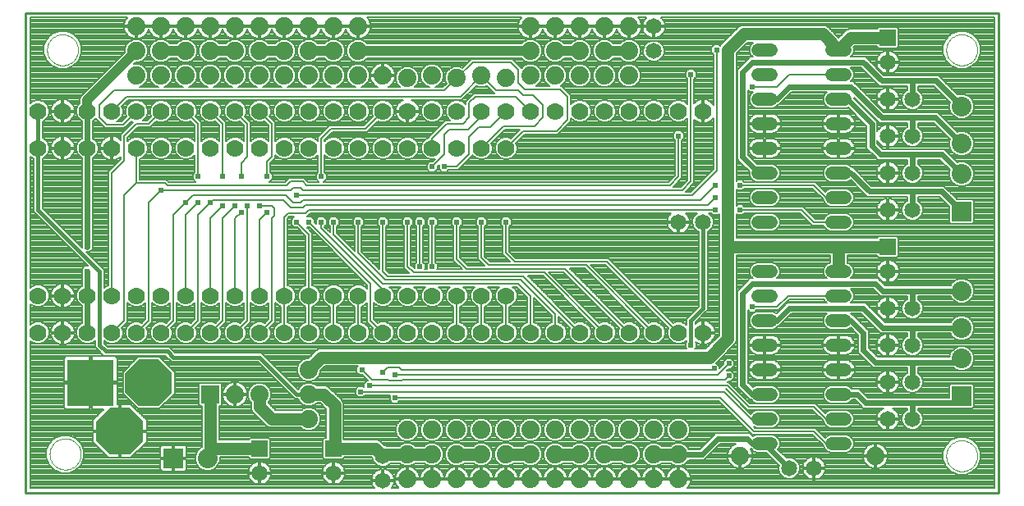
<source format=gbl>
G75*
G70*
%OFA0B0*%
%FSLAX24Y24*%
%IPPOS*%
%LPD*%
%AMOC8*
5,1,8,0,0,1.08239X$1,22.5*
%
%ADD10C,0.0100*%
%ADD11C,0.0000*%
%ADD12OC8,0.1900*%
%ADD13R,0.1900X0.1900*%
%ADD14C,0.0700*%
%ADD15R,0.0740X0.0740*%
%ADD16C,0.0740*%
%ADD17C,0.0650*%
%ADD18R,0.0650X0.0650*%
%ADD19C,0.0520*%
%ADD20R,0.0800X0.0800*%
%ADD21C,0.0800*%
%ADD22C,0.0500*%
%ADD23C,0.0160*%
%ADD24C,0.0240*%
%ADD25C,0.0240*%
%ADD26C,0.0080*%
%ADD27C,0.0060*%
%ADD28C,0.0400*%
D10*
X001650Y001833D02*
X001650Y021333D01*
X041150Y021333D01*
X041150Y001833D01*
X001650Y001833D01*
D11*
X002626Y003402D02*
X002628Y003452D01*
X002634Y003502D01*
X002644Y003551D01*
X002658Y003599D01*
X002675Y003646D01*
X002696Y003691D01*
X002721Y003735D01*
X002749Y003776D01*
X002781Y003815D01*
X002815Y003852D01*
X002852Y003886D01*
X002892Y003916D01*
X002934Y003943D01*
X002978Y003967D01*
X003024Y003988D01*
X003071Y004004D01*
X003119Y004017D01*
X003169Y004026D01*
X003218Y004031D01*
X003269Y004032D01*
X003319Y004029D01*
X003368Y004022D01*
X003417Y004011D01*
X003465Y003996D01*
X003511Y003978D01*
X003556Y003956D01*
X003599Y003930D01*
X003640Y003901D01*
X003679Y003869D01*
X003715Y003834D01*
X003747Y003796D01*
X003777Y003756D01*
X003804Y003713D01*
X003827Y003669D01*
X003846Y003623D01*
X003862Y003575D01*
X003874Y003526D01*
X003882Y003477D01*
X003886Y003427D01*
X003886Y003377D01*
X003882Y003327D01*
X003874Y003278D01*
X003862Y003229D01*
X003846Y003181D01*
X003827Y003135D01*
X003804Y003091D01*
X003777Y003048D01*
X003747Y003008D01*
X003715Y002970D01*
X003679Y002935D01*
X003640Y002903D01*
X003599Y002874D01*
X003556Y002848D01*
X003511Y002826D01*
X003465Y002808D01*
X003417Y002793D01*
X003368Y002782D01*
X003319Y002775D01*
X003269Y002772D01*
X003218Y002773D01*
X003169Y002778D01*
X003119Y002787D01*
X003071Y002800D01*
X003024Y002816D01*
X002978Y002837D01*
X002934Y002861D01*
X002892Y002888D01*
X002852Y002918D01*
X002815Y002952D01*
X002781Y002989D01*
X002749Y003028D01*
X002721Y003069D01*
X002696Y003113D01*
X002675Y003158D01*
X002658Y003205D01*
X002644Y003253D01*
X002634Y003302D01*
X002628Y003352D01*
X002626Y003402D01*
X002520Y019833D02*
X002522Y019883D01*
X002528Y019933D01*
X002538Y019982D01*
X002552Y020030D01*
X002569Y020077D01*
X002590Y020122D01*
X002615Y020166D01*
X002643Y020207D01*
X002675Y020246D01*
X002709Y020283D01*
X002746Y020317D01*
X002786Y020347D01*
X002828Y020374D01*
X002872Y020398D01*
X002918Y020419D01*
X002965Y020435D01*
X003013Y020448D01*
X003063Y020457D01*
X003112Y020462D01*
X003163Y020463D01*
X003213Y020460D01*
X003262Y020453D01*
X003311Y020442D01*
X003359Y020427D01*
X003405Y020409D01*
X003450Y020387D01*
X003493Y020361D01*
X003534Y020332D01*
X003573Y020300D01*
X003609Y020265D01*
X003641Y020227D01*
X003671Y020187D01*
X003698Y020144D01*
X003721Y020100D01*
X003740Y020054D01*
X003756Y020006D01*
X003768Y019957D01*
X003776Y019908D01*
X003780Y019858D01*
X003780Y019808D01*
X003776Y019758D01*
X003768Y019709D01*
X003756Y019660D01*
X003740Y019612D01*
X003721Y019566D01*
X003698Y019522D01*
X003671Y019479D01*
X003641Y019439D01*
X003609Y019401D01*
X003573Y019366D01*
X003534Y019334D01*
X003493Y019305D01*
X003450Y019279D01*
X003405Y019257D01*
X003359Y019239D01*
X003311Y019224D01*
X003262Y019213D01*
X003213Y019206D01*
X003163Y019203D01*
X003112Y019204D01*
X003063Y019209D01*
X003013Y019218D01*
X002965Y019231D01*
X002918Y019247D01*
X002872Y019268D01*
X002828Y019292D01*
X002786Y019319D01*
X002746Y019349D01*
X002709Y019383D01*
X002675Y019420D01*
X002643Y019459D01*
X002615Y019500D01*
X002590Y019544D01*
X002569Y019589D01*
X002552Y019636D01*
X002538Y019684D01*
X002528Y019733D01*
X002522Y019783D01*
X002520Y019833D01*
X039020Y019833D02*
X039022Y019883D01*
X039028Y019933D01*
X039038Y019982D01*
X039052Y020030D01*
X039069Y020077D01*
X039090Y020122D01*
X039115Y020166D01*
X039143Y020207D01*
X039175Y020246D01*
X039209Y020283D01*
X039246Y020317D01*
X039286Y020347D01*
X039328Y020374D01*
X039372Y020398D01*
X039418Y020419D01*
X039465Y020435D01*
X039513Y020448D01*
X039563Y020457D01*
X039612Y020462D01*
X039663Y020463D01*
X039713Y020460D01*
X039762Y020453D01*
X039811Y020442D01*
X039859Y020427D01*
X039905Y020409D01*
X039950Y020387D01*
X039993Y020361D01*
X040034Y020332D01*
X040073Y020300D01*
X040109Y020265D01*
X040141Y020227D01*
X040171Y020187D01*
X040198Y020144D01*
X040221Y020100D01*
X040240Y020054D01*
X040256Y020006D01*
X040268Y019957D01*
X040276Y019908D01*
X040280Y019858D01*
X040280Y019808D01*
X040276Y019758D01*
X040268Y019709D01*
X040256Y019660D01*
X040240Y019612D01*
X040221Y019566D01*
X040198Y019522D01*
X040171Y019479D01*
X040141Y019439D01*
X040109Y019401D01*
X040073Y019366D01*
X040034Y019334D01*
X039993Y019305D01*
X039950Y019279D01*
X039905Y019257D01*
X039859Y019239D01*
X039811Y019224D01*
X039762Y019213D01*
X039713Y019206D01*
X039663Y019203D01*
X039612Y019204D01*
X039563Y019209D01*
X039513Y019218D01*
X039465Y019231D01*
X039418Y019247D01*
X039372Y019268D01*
X039328Y019292D01*
X039286Y019319D01*
X039246Y019349D01*
X039209Y019383D01*
X039175Y019420D01*
X039143Y019459D01*
X039115Y019500D01*
X039090Y019544D01*
X039069Y019589D01*
X039052Y019636D01*
X039038Y019684D01*
X039028Y019733D01*
X039022Y019783D01*
X039020Y019833D01*
X039020Y003333D02*
X039022Y003383D01*
X039028Y003433D01*
X039038Y003482D01*
X039052Y003530D01*
X039069Y003577D01*
X039090Y003622D01*
X039115Y003666D01*
X039143Y003707D01*
X039175Y003746D01*
X039209Y003783D01*
X039246Y003817D01*
X039286Y003847D01*
X039328Y003874D01*
X039372Y003898D01*
X039418Y003919D01*
X039465Y003935D01*
X039513Y003948D01*
X039563Y003957D01*
X039612Y003962D01*
X039663Y003963D01*
X039713Y003960D01*
X039762Y003953D01*
X039811Y003942D01*
X039859Y003927D01*
X039905Y003909D01*
X039950Y003887D01*
X039993Y003861D01*
X040034Y003832D01*
X040073Y003800D01*
X040109Y003765D01*
X040141Y003727D01*
X040171Y003687D01*
X040198Y003644D01*
X040221Y003600D01*
X040240Y003554D01*
X040256Y003506D01*
X040268Y003457D01*
X040276Y003408D01*
X040280Y003358D01*
X040280Y003308D01*
X040276Y003258D01*
X040268Y003209D01*
X040256Y003160D01*
X040240Y003112D01*
X040221Y003066D01*
X040198Y003022D01*
X040171Y002979D01*
X040141Y002939D01*
X040109Y002901D01*
X040073Y002866D01*
X040034Y002834D01*
X039993Y002805D01*
X039950Y002779D01*
X039905Y002757D01*
X039859Y002739D01*
X039811Y002724D01*
X039762Y002713D01*
X039713Y002706D01*
X039663Y002703D01*
X039612Y002704D01*
X039563Y002709D01*
X039513Y002718D01*
X039465Y002731D01*
X039418Y002747D01*
X039372Y002768D01*
X039328Y002792D01*
X039286Y002819D01*
X039246Y002849D01*
X039209Y002883D01*
X039175Y002920D01*
X039143Y002959D01*
X039115Y003000D01*
X039090Y003044D01*
X039069Y003089D01*
X039052Y003136D01*
X039038Y003184D01*
X039028Y003233D01*
X039022Y003283D01*
X039020Y003333D01*
D12*
X006650Y006303D03*
X005470Y004333D03*
D13*
X004290Y006303D03*
D14*
X004150Y008333D03*
X005150Y008333D03*
X006150Y008333D03*
X007150Y008333D03*
X008150Y008333D03*
X009150Y008333D03*
X010150Y008333D03*
X011150Y008333D03*
X012150Y008333D03*
X013150Y008333D03*
X014150Y008333D03*
X015150Y008333D03*
X016150Y008333D03*
X017150Y008333D03*
X018150Y008333D03*
X019150Y008333D03*
X020150Y008333D03*
X021150Y008333D03*
X022150Y008333D03*
X023150Y008333D03*
X024150Y008333D03*
X025150Y008333D03*
X026150Y008333D03*
X027150Y008333D03*
X028150Y008333D03*
X029150Y008333D03*
X021150Y009833D03*
X020150Y009833D03*
X019150Y009833D03*
X018150Y009833D03*
X017150Y009833D03*
X016150Y009833D03*
X015150Y009833D03*
X014150Y009833D03*
X013150Y009833D03*
X012150Y009833D03*
X011150Y009833D03*
X010150Y009833D03*
X009150Y009833D03*
X008150Y009833D03*
X007150Y009833D03*
X006150Y009833D03*
X005150Y009833D03*
X004150Y009833D03*
X003150Y009833D03*
X002150Y009833D03*
X002150Y008333D03*
X003150Y008333D03*
X003150Y015833D03*
X002150Y015833D03*
X002150Y017333D03*
X003150Y017333D03*
X004150Y017333D03*
X005150Y017333D03*
X006150Y017333D03*
X007150Y017333D03*
X008150Y017333D03*
X009150Y017333D03*
X010150Y017333D03*
X011150Y017333D03*
X012150Y017333D03*
X013150Y017333D03*
X014150Y017333D03*
X015150Y017333D03*
X016150Y017333D03*
X017150Y017333D03*
X018150Y017333D03*
X019150Y017333D03*
X020150Y017333D03*
X021150Y017333D03*
X022150Y017333D03*
X023150Y017333D03*
X024150Y017333D03*
X025150Y017333D03*
X026150Y017333D03*
X027150Y017333D03*
X028150Y017333D03*
X029150Y017333D03*
X021150Y015833D03*
X020150Y015833D03*
X019150Y015833D03*
X018150Y015833D03*
X017150Y015833D03*
X016150Y015833D03*
X015150Y015833D03*
X014150Y015833D03*
X013150Y015833D03*
X012150Y015833D03*
X011150Y015833D03*
X010150Y015833D03*
X009150Y015833D03*
X008150Y015833D03*
X007150Y015833D03*
X006150Y015833D03*
X005150Y015833D03*
X004150Y015833D03*
D15*
X009150Y005833D03*
D16*
X010150Y005833D03*
X011150Y005833D03*
X013150Y005833D03*
X013150Y006833D03*
X013150Y004833D03*
X017150Y004383D03*
X017150Y003383D03*
X018150Y003383D03*
X018150Y004383D03*
X019150Y004383D03*
X019150Y003383D03*
X020150Y003383D03*
X020150Y004383D03*
X021150Y004383D03*
X021150Y003383D03*
X022150Y003383D03*
X022150Y004383D03*
X023150Y004383D03*
X023150Y003383D03*
X024150Y003383D03*
X025150Y003383D03*
X025150Y004383D03*
X024150Y004383D03*
X024150Y002383D03*
X023150Y002383D03*
X022150Y002383D03*
X021150Y002383D03*
X020150Y002383D03*
X019150Y002383D03*
X018150Y002383D03*
X017150Y002383D03*
X025150Y002383D03*
X026150Y002383D03*
X027150Y002383D03*
X028150Y002383D03*
X028150Y003383D03*
X028150Y004383D03*
X027150Y004383D03*
X027150Y003383D03*
X026150Y003383D03*
X026150Y004383D03*
X030650Y003333D03*
X036150Y003333D03*
X026150Y018783D03*
X026150Y019783D03*
X025150Y019783D03*
X025150Y018783D03*
X024150Y018783D03*
X023150Y018783D03*
X023150Y019783D03*
X024150Y019783D03*
X024150Y020783D03*
X023150Y020783D03*
X022150Y020783D03*
X022150Y019783D03*
X022150Y018783D03*
X021150Y018683D03*
X020150Y018783D03*
X019150Y018683D03*
X018150Y018783D03*
X017150Y018683D03*
X016150Y018783D03*
X015150Y018783D03*
X014150Y018783D03*
X014150Y019783D03*
X015150Y019783D03*
X015150Y020783D03*
X014150Y020783D03*
X013150Y020783D03*
X012150Y020783D03*
X012150Y019783D03*
X012150Y018783D03*
X013150Y018783D03*
X013150Y019783D03*
X011150Y019783D03*
X011150Y018783D03*
X010150Y018783D03*
X009150Y018783D03*
X009150Y019783D03*
X010150Y019783D03*
X010150Y020783D03*
X009150Y020783D03*
X008150Y020783D03*
X007150Y020783D03*
X007150Y019783D03*
X007150Y018783D03*
X008150Y018783D03*
X008150Y019783D03*
X006150Y019783D03*
X006150Y018783D03*
X006150Y020783D03*
X011150Y020783D03*
X025150Y020783D03*
X026150Y020783D03*
D17*
X027150Y020783D03*
X027150Y019783D03*
X028150Y012833D03*
X029150Y012833D03*
X036650Y013333D03*
X037650Y013333D03*
X037650Y014833D03*
X036650Y014833D03*
X036650Y016333D03*
X037650Y016333D03*
X037650Y017833D03*
X036650Y017833D03*
X036650Y019333D03*
X036650Y010833D03*
X036650Y009333D03*
X037650Y009333D03*
X037650Y007833D03*
X036650Y007833D03*
X036650Y006333D03*
X037650Y006333D03*
X037650Y004833D03*
X036650Y004833D03*
X033650Y002833D03*
X032650Y002833D03*
X016150Y002333D03*
X016150Y003333D03*
X014150Y002633D03*
X011150Y002633D03*
D18*
X011150Y003633D03*
X014150Y003633D03*
X036650Y011833D03*
X036650Y020333D03*
D19*
X034910Y019833D02*
X034390Y019833D01*
X034390Y018833D02*
X034910Y018833D01*
X034910Y017833D02*
X034390Y017833D01*
X034390Y016833D02*
X034910Y016833D01*
X034910Y015833D02*
X034390Y015833D01*
X034390Y014833D02*
X034910Y014833D01*
X034910Y013833D02*
X034390Y013833D01*
X034390Y012833D02*
X034910Y012833D01*
X034910Y010833D02*
X034390Y010833D01*
X034390Y009833D02*
X034910Y009833D01*
X034910Y008833D02*
X034390Y008833D01*
X034390Y007833D02*
X034910Y007833D01*
X034910Y006833D02*
X034390Y006833D01*
X034390Y005833D02*
X034910Y005833D01*
X034910Y004833D02*
X034390Y004833D01*
X034390Y003833D02*
X034910Y003833D01*
X031910Y003833D02*
X031390Y003833D01*
X031390Y004833D02*
X031910Y004833D01*
X031910Y005833D02*
X031390Y005833D01*
X031390Y006833D02*
X031910Y006833D01*
X031910Y007833D02*
X031390Y007833D01*
X031390Y008833D02*
X031910Y008833D01*
X031910Y009833D02*
X031390Y009833D01*
X031390Y010833D02*
X031910Y010833D01*
X031910Y012833D02*
X031390Y012833D01*
X031390Y013833D02*
X031910Y013833D01*
X031910Y014833D02*
X031390Y014833D01*
X031390Y015833D02*
X031910Y015833D01*
X031910Y016833D02*
X031390Y016833D01*
X031390Y017833D02*
X031910Y017833D01*
X031910Y018833D02*
X031390Y018833D01*
X031390Y019833D02*
X031910Y019833D01*
D20*
X039650Y013263D03*
X039650Y005763D03*
X007650Y003233D03*
D21*
X009028Y003233D03*
X039650Y007281D03*
X039650Y008519D03*
X039650Y010037D03*
X039650Y014781D03*
X039650Y016019D03*
X039650Y017537D03*
D22*
X036650Y020333D02*
X035150Y020333D01*
X034650Y019833D01*
X034000Y020483D01*
X030800Y020483D01*
X030150Y019833D01*
X030150Y011833D01*
X034650Y011833D01*
X034650Y010833D01*
X034650Y011833D02*
X036650Y011833D01*
X030150Y011833D02*
X030150Y008083D01*
X029400Y007333D01*
X015650Y007333D01*
X013650Y007333D01*
X013150Y006833D01*
X013150Y005833D02*
X013750Y005833D01*
X014200Y005383D01*
X014200Y003683D01*
X014150Y003633D02*
X015850Y003633D01*
X016150Y003333D01*
X016200Y003383D02*
X017150Y003383D01*
X018150Y003383D01*
X019150Y003383D02*
X020150Y003383D01*
X021150Y003383D02*
X022150Y003383D01*
X023150Y003383D02*
X024150Y003383D01*
X025150Y003383D02*
X026150Y003383D01*
X027150Y003383D02*
X028150Y003383D01*
X013150Y004833D02*
X011650Y004833D01*
X011150Y005333D01*
X011150Y005833D01*
X009150Y005833D02*
X009150Y003633D01*
X011150Y003633D01*
X009150Y003633D02*
X009150Y003355D01*
D23*
X012650Y005833D02*
X011150Y007333D01*
X007650Y007333D01*
X007400Y007583D01*
X004900Y007583D01*
X004650Y007833D01*
X004650Y010833D01*
X002150Y013333D01*
X002150Y015833D01*
X002150Y017333D01*
X012650Y005833D02*
X013150Y005833D01*
X028650Y007833D02*
X028650Y008833D01*
X029150Y009333D01*
X029150Y012833D01*
X039446Y010033D02*
X039646Y010033D01*
X039650Y010037D01*
X039614Y008533D02*
X039628Y008519D01*
X039650Y008519D01*
X039650Y007281D02*
X039502Y007133D01*
X039498Y007133D01*
D24*
X037650Y007133D01*
X037650Y006333D01*
X037650Y007133D02*
X036150Y007133D01*
X035650Y007633D01*
X035650Y008333D01*
X035150Y008833D01*
X034650Y008833D01*
X035650Y009333D02*
X036450Y008533D01*
X037650Y008533D01*
X037650Y007833D01*
X037650Y008533D02*
X039614Y008533D01*
X039446Y010033D02*
X037650Y010033D01*
X037650Y009333D01*
X037650Y010033D02*
X036450Y010033D01*
X036150Y010333D01*
X031150Y010333D01*
X030750Y009933D01*
X030750Y006233D01*
X031150Y005833D01*
X031650Y005833D01*
X030950Y004033D02*
X029750Y004033D01*
X029100Y003383D01*
X028150Y003383D01*
X030950Y004033D02*
X031150Y003833D01*
X031650Y003833D01*
X032650Y002833D01*
X035400Y005833D02*
X035750Y005483D01*
X037650Y005483D01*
X037650Y004833D01*
X037650Y005483D02*
X039370Y005483D01*
X039650Y005763D01*
X035650Y009333D02*
X032650Y009333D01*
X032150Y008833D01*
X031650Y008833D01*
X034650Y005833D02*
X035400Y005833D01*
X037650Y013333D02*
X037650Y014083D01*
X038830Y014083D01*
X039650Y013263D01*
X039650Y014781D02*
X038848Y015583D01*
X037650Y015583D01*
X037650Y014833D01*
X037650Y014083D02*
X035900Y014083D01*
X035150Y014833D01*
X034650Y014833D01*
X036000Y015933D02*
X036350Y015583D01*
X037650Y015583D01*
X037650Y016333D02*
X037650Y017033D01*
X037600Y017083D01*
X038586Y017083D01*
X039650Y016019D01*
X039650Y017537D02*
X038604Y018583D01*
X037600Y018583D01*
X037650Y018533D01*
X037650Y017833D01*
X037600Y018583D02*
X036400Y018583D01*
X035650Y019333D01*
X031150Y019333D01*
X030750Y018933D01*
X030750Y015483D01*
X031400Y014833D01*
X031650Y014833D01*
X031650Y017833D02*
X032150Y017833D01*
X032650Y018333D01*
X035150Y018333D01*
X036400Y017083D01*
X037600Y017083D01*
X036000Y016833D02*
X036000Y015933D01*
X036000Y016833D02*
X035000Y017833D01*
X034650Y017833D01*
X004150Y017333D02*
X004150Y015833D01*
X004150Y011833D01*
X004150Y010833D02*
X004150Y009833D01*
X004150Y008333D01*
D25*
X004150Y010833D03*
X004150Y011833D03*
X007150Y014133D03*
X008150Y013633D03*
X008650Y013633D03*
X009150Y013633D03*
X009650Y013483D03*
X010150Y013483D03*
X010400Y013233D03*
X010650Y013483D03*
X011150Y013483D03*
X011450Y013233D03*
X012650Y012833D03*
X013150Y012833D03*
X013650Y012833D03*
X014150Y012833D03*
X015150Y012833D03*
X016150Y012833D03*
X017150Y012833D03*
X017650Y012833D03*
X018150Y012833D03*
X019150Y012833D03*
X020150Y012833D03*
X021150Y012833D03*
X018650Y015083D03*
X018150Y015083D03*
X018150Y011033D03*
X017650Y011033D03*
X013650Y014683D03*
X012650Y013933D03*
X011450Y014683D03*
X010400Y014683D03*
X009650Y014683D03*
X008650Y014683D03*
X015300Y006833D03*
X015600Y006183D03*
X015250Y005933D03*
X016150Y006733D03*
X016650Y006633D03*
X016650Y005683D03*
X028150Y016333D03*
X029650Y014333D03*
X029650Y013833D03*
X029650Y013333D03*
X030650Y013333D03*
X030650Y014333D03*
X031150Y018333D03*
X029700Y019833D03*
X028650Y018833D03*
X031150Y009383D03*
X030200Y007083D03*
X030200Y006583D03*
X029600Y006883D03*
X028650Y007833D03*
D26*
X028811Y007683D02*
X028870Y007742D01*
X028870Y007924D01*
X028846Y007949D01*
X028893Y007914D01*
X028962Y007879D01*
X029035Y007855D01*
X029110Y007844D01*
X029110Y008293D01*
X029190Y008293D01*
X029190Y007844D01*
X029265Y007855D01*
X029338Y007879D01*
X029407Y007914D01*
X029469Y007960D01*
X029524Y008014D01*
X029569Y008077D01*
X029604Y008145D01*
X029628Y008219D01*
X029640Y008293D01*
X029190Y008293D01*
X029190Y008373D01*
X029640Y008373D01*
X029628Y008448D01*
X029604Y008521D01*
X029569Y008590D01*
X029524Y008653D01*
X029469Y008707D01*
X029407Y008752D01*
X029338Y008787D01*
X029265Y008811D01*
X029190Y008823D01*
X029190Y008373D01*
X029110Y008373D01*
X029110Y008823D01*
X029035Y008811D01*
X028962Y008787D01*
X028893Y008752D01*
X028831Y008707D01*
X028830Y008706D01*
X028830Y008759D01*
X029225Y009153D01*
X029330Y009259D01*
X029330Y012448D01*
X029391Y012473D01*
X029510Y012593D01*
X029575Y012749D01*
X029575Y012918D01*
X029510Y013074D01*
X029391Y013193D01*
X029479Y013193D01*
X029559Y013113D01*
X029741Y013113D01*
X029800Y013172D01*
X029800Y008228D01*
X029255Y007683D01*
X028811Y007683D01*
X028849Y007721D02*
X029293Y007721D01*
X029371Y007799D02*
X028870Y007799D01*
X028870Y007878D02*
X028966Y007878D01*
X029110Y007878D02*
X029190Y007878D01*
X029190Y007956D02*
X029110Y007956D01*
X029110Y008035D02*
X029190Y008035D01*
X029190Y008113D02*
X029110Y008113D01*
X029110Y008192D02*
X029190Y008192D01*
X029190Y008270D02*
X029110Y008270D01*
X029190Y008349D02*
X029800Y008349D01*
X029800Y008427D02*
X029631Y008427D01*
X029609Y008506D02*
X029800Y008506D01*
X029800Y008584D02*
X029572Y008584D01*
X029513Y008663D02*
X029800Y008663D01*
X029800Y008741D02*
X029422Y008741D01*
X029211Y008820D02*
X029800Y008820D01*
X029800Y008898D02*
X028970Y008898D01*
X029048Y008977D02*
X029800Y008977D01*
X029800Y009055D02*
X029127Y009055D01*
X029205Y009134D02*
X029800Y009134D01*
X029800Y009212D02*
X029284Y009212D01*
X029330Y009291D02*
X029800Y009291D01*
X029800Y009369D02*
X029330Y009369D01*
X029330Y009448D02*
X029800Y009448D01*
X029800Y009526D02*
X029330Y009526D01*
X029330Y009605D02*
X029800Y009605D01*
X029800Y009683D02*
X029330Y009683D01*
X029330Y009762D02*
X029800Y009762D01*
X029800Y009840D02*
X029330Y009840D01*
X029330Y009919D02*
X029800Y009919D01*
X029800Y009997D02*
X029330Y009997D01*
X029330Y010076D02*
X029800Y010076D01*
X029800Y010154D02*
X029330Y010154D01*
X029330Y010233D02*
X029800Y010233D01*
X029800Y010311D02*
X029330Y010311D01*
X029330Y010390D02*
X029800Y010390D01*
X029800Y010468D02*
X029330Y010468D01*
X029330Y010547D02*
X029800Y010547D01*
X029800Y010625D02*
X029330Y010625D01*
X029330Y010704D02*
X029800Y010704D01*
X029800Y010782D02*
X029330Y010782D01*
X029330Y010861D02*
X029800Y010861D01*
X029800Y010939D02*
X029330Y010939D01*
X029330Y011018D02*
X029800Y011018D01*
X029800Y011096D02*
X029330Y011096D01*
X029330Y011175D02*
X029800Y011175D01*
X029800Y011253D02*
X029330Y011253D01*
X029330Y011332D02*
X029800Y011332D01*
X029800Y011410D02*
X029330Y011410D01*
X029330Y011489D02*
X029800Y011489D01*
X029800Y011567D02*
X029330Y011567D01*
X029330Y011646D02*
X029800Y011646D01*
X029800Y011724D02*
X029330Y011724D01*
X029330Y011803D02*
X029800Y011803D01*
X029800Y011881D02*
X029330Y011881D01*
X029330Y011960D02*
X029800Y011960D01*
X029800Y012038D02*
X029330Y012038D01*
X029330Y012117D02*
X029800Y012117D01*
X029800Y012195D02*
X029330Y012195D01*
X029330Y012274D02*
X029800Y012274D01*
X029800Y012352D02*
X029330Y012352D01*
X029330Y012431D02*
X029800Y012431D01*
X029800Y012509D02*
X029427Y012509D01*
X029506Y012588D02*
X029800Y012588D01*
X029800Y012666D02*
X029541Y012666D01*
X029573Y012745D02*
X029800Y012745D01*
X029800Y012823D02*
X029575Y012823D01*
X029575Y012902D02*
X029800Y012902D01*
X029800Y012980D02*
X029549Y012980D01*
X029517Y013059D02*
X029800Y013059D01*
X029800Y013137D02*
X029765Y013137D01*
X029650Y013333D02*
X013150Y013333D01*
X013000Y013183D01*
X012300Y013183D01*
X012150Y013033D01*
X012150Y009833D01*
X012150Y008333D01*
X011734Y008506D02*
X011566Y008506D01*
X011552Y008538D02*
X011600Y008423D01*
X011600Y008244D01*
X011531Y008078D01*
X011405Y007952D01*
X011240Y007883D01*
X011060Y007883D01*
X010895Y007952D01*
X010769Y008078D01*
X010700Y008244D01*
X010700Y008423D01*
X010769Y008588D01*
X010895Y008715D01*
X011060Y008783D01*
X011240Y008783D01*
X011354Y008736D01*
X011510Y008891D01*
X011510Y009557D01*
X011405Y009452D01*
X011240Y009383D01*
X011060Y009383D01*
X010895Y009452D01*
X010790Y009557D01*
X010790Y008775D01*
X010552Y008538D01*
X010600Y008423D01*
X010600Y008244D01*
X010531Y008078D01*
X010405Y007952D01*
X010240Y007883D01*
X010060Y007883D01*
X009895Y007952D01*
X009769Y008078D01*
X009700Y008244D01*
X009700Y008423D01*
X009769Y008588D01*
X009895Y008715D01*
X010060Y008783D01*
X010240Y008783D01*
X010354Y008736D01*
X010510Y008891D01*
X010510Y009557D01*
X010405Y009452D01*
X010240Y009383D01*
X010060Y009383D01*
X009895Y009452D01*
X009790Y009557D01*
X009790Y008775D01*
X009552Y008538D01*
X009600Y008423D01*
X009600Y008244D01*
X009531Y008078D01*
X009405Y007952D01*
X009240Y007883D01*
X009060Y007883D01*
X008895Y007952D01*
X008769Y008078D01*
X008700Y008244D01*
X008700Y008423D01*
X008769Y008588D01*
X008895Y008715D01*
X009060Y008783D01*
X009240Y008783D01*
X009354Y008736D01*
X009510Y008891D01*
X009510Y009557D01*
X009405Y009452D01*
X009240Y009383D01*
X009060Y009383D01*
X008895Y009452D01*
X008790Y009557D01*
X008790Y008775D01*
X008708Y008693D01*
X008552Y008538D01*
X008600Y008423D01*
X008600Y008244D01*
X008531Y008078D01*
X008405Y007952D01*
X008240Y007883D01*
X008060Y007883D01*
X007895Y007952D01*
X007769Y008078D01*
X007700Y008244D01*
X007700Y008423D01*
X007769Y008588D01*
X007895Y008715D01*
X008060Y008783D01*
X008240Y008783D01*
X008354Y008736D01*
X008510Y008891D01*
X008510Y009557D01*
X008405Y009452D01*
X008240Y009383D01*
X008060Y009383D01*
X007895Y009452D01*
X007790Y009557D01*
X007790Y008775D01*
X007708Y008693D01*
X007708Y008693D01*
X007552Y008538D01*
X007600Y008423D01*
X007600Y008244D01*
X007531Y008078D01*
X007405Y007952D01*
X007240Y007883D01*
X007060Y007883D01*
X006895Y007952D01*
X006769Y008078D01*
X006700Y008244D01*
X006700Y008423D01*
X006769Y008588D01*
X006895Y008715D01*
X007060Y008783D01*
X007240Y008783D01*
X007354Y008736D01*
X007510Y008891D01*
X007510Y009557D01*
X007405Y009452D01*
X007240Y009383D01*
X007060Y009383D01*
X006895Y009452D01*
X006790Y009557D01*
X006790Y008775D01*
X006708Y008693D01*
X006552Y008538D01*
X006600Y008423D01*
X006600Y008244D01*
X006531Y008078D01*
X006405Y007952D01*
X006240Y007883D01*
X006060Y007883D01*
X005895Y007952D01*
X005769Y008078D01*
X005700Y008244D01*
X005700Y008423D01*
X005769Y008588D01*
X005895Y008715D01*
X006060Y008783D01*
X006240Y008783D01*
X006354Y008736D01*
X006510Y008891D01*
X006510Y009557D01*
X006405Y009452D01*
X006240Y009383D01*
X006060Y009383D01*
X005895Y009452D01*
X005790Y009557D01*
X005790Y008775D01*
X005708Y008693D01*
X005552Y008538D01*
X005600Y008423D01*
X005600Y008244D01*
X005531Y008078D01*
X005405Y007952D01*
X005240Y007883D01*
X005060Y007883D01*
X004895Y007952D01*
X004830Y008017D01*
X004830Y007908D01*
X004975Y007763D01*
X007475Y007763D01*
X007580Y007658D01*
X007725Y007513D01*
X011225Y007513D01*
X012718Y006020D01*
X012752Y006100D01*
X012884Y006232D01*
X013057Y006303D01*
X013243Y006303D01*
X013416Y006232D01*
X013465Y006183D01*
X013820Y006183D01*
X013948Y006130D01*
X014398Y005680D01*
X014497Y005582D01*
X014550Y005453D01*
X014550Y004025D01*
X014575Y004000D01*
X014575Y003983D01*
X015920Y003983D01*
X016048Y003930D01*
X016220Y003758D01*
X016235Y003758D01*
X016295Y003733D01*
X016835Y003733D01*
X016884Y003782D01*
X017057Y003853D01*
X017243Y003853D01*
X017416Y003782D01*
X017465Y003733D01*
X017835Y003733D01*
X017884Y003782D01*
X018057Y003853D01*
X018243Y003853D01*
X018416Y003782D01*
X018548Y003650D01*
X018620Y003477D01*
X018620Y003290D01*
X018548Y003117D01*
X018416Y002985D01*
X018243Y002913D01*
X018057Y002913D01*
X017884Y002985D01*
X017835Y003033D01*
X017465Y003033D01*
X017416Y002985D01*
X017243Y002913D01*
X017057Y002913D01*
X016884Y002985D01*
X016835Y003033D01*
X016451Y003033D01*
X016391Y002973D01*
X016235Y002908D01*
X016065Y002908D01*
X015909Y002973D01*
X015790Y003093D01*
X015725Y003249D01*
X015725Y003263D01*
X015705Y003283D01*
X014575Y003283D01*
X014575Y003267D01*
X014516Y003208D01*
X013784Y003208D01*
X013725Y003267D01*
X013725Y004000D01*
X013784Y004058D01*
X013850Y004058D01*
X013850Y005238D01*
X013605Y005483D01*
X013465Y005483D01*
X013416Y005435D01*
X013243Y005363D01*
X013057Y005363D01*
X012884Y005435D01*
X012752Y005567D01*
X012716Y005653D01*
X012575Y005653D01*
X011075Y007153D01*
X007575Y007153D01*
X007325Y007403D01*
X004825Y007403D01*
X004575Y007653D01*
X004470Y007759D01*
X004470Y008017D01*
X004405Y007952D01*
X004240Y007883D01*
X004060Y007883D01*
X003895Y007952D01*
X003769Y008078D01*
X003700Y008244D01*
X003700Y008423D01*
X003769Y008588D01*
X003895Y008715D01*
X003930Y008729D01*
X003930Y009437D01*
X003895Y009452D01*
X003769Y009578D01*
X003700Y009744D01*
X003700Y009923D01*
X003769Y010088D01*
X003895Y010215D01*
X003930Y010229D01*
X003930Y010924D01*
X004059Y011053D01*
X004175Y011053D01*
X001970Y013259D01*
X001970Y015421D01*
X001895Y015452D01*
X001840Y015507D01*
X001840Y010160D01*
X001895Y010215D01*
X002060Y010283D01*
X002240Y010283D01*
X002405Y010215D01*
X002531Y010088D01*
X002600Y009923D01*
X002600Y009744D01*
X002531Y009578D01*
X002405Y009452D01*
X002240Y009383D01*
X002060Y009383D01*
X001895Y009452D01*
X001840Y009507D01*
X001840Y008660D01*
X001895Y008715D01*
X002060Y008783D01*
X002240Y008783D01*
X002405Y008715D01*
X002531Y008588D01*
X002600Y008423D01*
X002600Y008244D01*
X002531Y008078D01*
X002405Y007952D01*
X002240Y007883D01*
X002060Y007883D01*
X001895Y007952D01*
X001840Y008007D01*
X001840Y002023D01*
X015802Y002023D01*
X015795Y002030D01*
X015752Y002090D01*
X015719Y002155D01*
X015696Y002224D01*
X015685Y002297D01*
X015685Y002304D01*
X014479Y002304D01*
X014453Y002279D02*
X014505Y002330D01*
X014548Y002390D01*
X014581Y002455D01*
X014604Y002524D01*
X014615Y002597D01*
X014615Y002604D01*
X014179Y002604D01*
X014179Y002168D01*
X014187Y002168D01*
X014259Y002180D01*
X014328Y002202D01*
X014394Y002236D01*
X014453Y002279D01*
X014374Y002226D02*
X015696Y002226D01*
X015685Y002304D02*
X016121Y002304D01*
X016121Y002362D01*
X015685Y002362D01*
X015685Y002370D01*
X015696Y002442D01*
X015719Y002512D01*
X015752Y002577D01*
X015795Y002636D01*
X015847Y002688D01*
X015906Y002731D01*
X015972Y002764D01*
X016041Y002787D01*
X016113Y002798D01*
X016121Y002798D01*
X016121Y002362D01*
X016179Y002362D01*
X016615Y002362D01*
X016615Y002370D01*
X016604Y002442D01*
X016581Y002512D01*
X016548Y002577D01*
X016505Y002636D01*
X016453Y002688D01*
X016394Y002731D01*
X016328Y002764D01*
X016259Y002787D01*
X016187Y002798D01*
X016179Y002798D01*
X016179Y002362D01*
X016179Y002304D01*
X016615Y002304D01*
X016646Y002304D01*
X016615Y002297D02*
X016615Y002304D01*
X016615Y002297D02*
X016604Y002224D01*
X016581Y002155D01*
X016548Y002090D01*
X016505Y002030D01*
X016498Y002023D01*
X016789Y002023D01*
X016761Y002051D01*
X016714Y002116D01*
X016677Y002188D01*
X016653Y002264D01*
X016640Y002343D01*
X016640Y002343D01*
X017110Y002343D01*
X017110Y002423D01*
X016640Y002423D01*
X016640Y002423D01*
X016653Y002503D01*
X016677Y002579D01*
X016714Y002651D01*
X016761Y002716D01*
X016818Y002772D01*
X016883Y002820D01*
X016954Y002856D01*
X017031Y002881D01*
X017110Y002893D01*
X017110Y002893D01*
X017110Y002423D01*
X017190Y002423D01*
X018110Y002423D01*
X018110Y002343D01*
X017640Y002343D01*
X017190Y002343D01*
X017190Y002423D01*
X017190Y002893D01*
X017190Y002893D01*
X017269Y002881D01*
X017346Y002856D01*
X017417Y002820D01*
X017482Y002772D01*
X017539Y002716D01*
X017586Y002651D01*
X017623Y002579D01*
X017647Y002503D01*
X017650Y002487D01*
X017653Y002503D01*
X017677Y002579D01*
X017714Y002651D01*
X017761Y002716D01*
X017818Y002772D01*
X017883Y002820D01*
X017954Y002856D01*
X018031Y002881D01*
X018110Y002893D01*
X018110Y002893D01*
X018110Y002423D01*
X018190Y002423D01*
X019110Y002423D01*
X019110Y002343D01*
X018640Y002343D01*
X018190Y002343D01*
X018190Y002423D01*
X018190Y002893D01*
X018190Y002893D01*
X018269Y002881D01*
X018346Y002856D01*
X018417Y002820D01*
X018482Y002772D01*
X018539Y002716D01*
X018586Y002651D01*
X018623Y002579D01*
X018647Y002503D01*
X018650Y002487D01*
X018653Y002503D01*
X018677Y002579D01*
X018714Y002651D01*
X018761Y002716D01*
X018818Y002772D01*
X018883Y002820D01*
X018954Y002856D01*
X019031Y002881D01*
X019110Y002893D01*
X019110Y002893D01*
X019110Y002423D01*
X019190Y002423D01*
X020110Y002423D01*
X020110Y002343D01*
X019640Y002343D01*
X019190Y002343D01*
X019190Y002423D01*
X019190Y002893D01*
X019190Y002893D01*
X019269Y002881D01*
X019346Y002856D01*
X019417Y002820D01*
X019482Y002772D01*
X019539Y002716D01*
X019586Y002651D01*
X019623Y002579D01*
X019647Y002503D01*
X019650Y002487D01*
X019653Y002503D01*
X019677Y002579D01*
X019714Y002651D01*
X019761Y002716D01*
X019818Y002772D01*
X019883Y002820D01*
X019954Y002856D01*
X020031Y002881D01*
X020110Y002893D01*
X020110Y002893D01*
X020110Y002423D01*
X020190Y002423D01*
X021110Y002423D01*
X021110Y002343D01*
X020660Y002343D01*
X020190Y002343D01*
X020190Y002423D01*
X020190Y002893D01*
X020190Y002893D01*
X020269Y002881D01*
X020346Y002856D01*
X020417Y002820D01*
X020482Y002772D01*
X020539Y002716D01*
X020586Y002651D01*
X020623Y002579D01*
X020647Y002503D01*
X020650Y002487D01*
X020653Y002503D01*
X020677Y002579D01*
X020714Y002651D01*
X020761Y002716D01*
X020818Y002772D01*
X020883Y002820D01*
X020954Y002856D01*
X021031Y002881D01*
X021110Y002893D01*
X021110Y002893D01*
X021110Y002423D01*
X021190Y002423D01*
X021640Y002423D01*
X022110Y002423D01*
X022110Y002343D01*
X021190Y002343D01*
X021190Y002423D01*
X021190Y002893D01*
X021190Y002893D01*
X021269Y002881D01*
X021346Y002856D01*
X021417Y002820D01*
X021482Y002772D01*
X021539Y002716D01*
X021586Y002651D01*
X021623Y002579D01*
X021647Y002503D01*
X021650Y002487D01*
X021653Y002503D01*
X021677Y002579D01*
X021714Y002651D01*
X021761Y002716D01*
X021818Y002772D01*
X021883Y002820D01*
X021954Y002856D01*
X022031Y002881D01*
X022110Y002893D01*
X022110Y002893D01*
X022110Y002423D01*
X022190Y002423D01*
X023110Y002423D01*
X023110Y002343D01*
X022640Y002343D01*
X022190Y002343D01*
X022190Y002423D01*
X022190Y002893D01*
X022190Y002893D01*
X022269Y002881D01*
X022346Y002856D01*
X022417Y002820D01*
X022482Y002772D01*
X022539Y002716D01*
X022586Y002651D01*
X022623Y002579D01*
X022647Y002503D01*
X022650Y002487D01*
X022653Y002503D01*
X022677Y002579D01*
X022714Y002651D01*
X022761Y002716D01*
X022818Y002772D01*
X022883Y002820D01*
X022954Y002856D01*
X023031Y002881D01*
X023110Y002893D01*
X023110Y002893D01*
X023110Y002423D01*
X023190Y002423D01*
X024110Y002423D01*
X024110Y002343D01*
X023640Y002343D01*
X023190Y002343D01*
X023190Y002423D01*
X023190Y002893D01*
X023190Y002893D01*
X023269Y002881D01*
X023346Y002856D01*
X023417Y002820D01*
X023482Y002772D01*
X023539Y002716D01*
X023586Y002651D01*
X023623Y002579D01*
X023647Y002503D01*
X023650Y002487D01*
X023653Y002503D01*
X023677Y002579D01*
X023714Y002651D01*
X023761Y002716D01*
X023818Y002772D01*
X023883Y002820D01*
X023954Y002856D01*
X024031Y002881D01*
X024110Y002893D01*
X024110Y002893D01*
X024110Y002423D01*
X024190Y002423D01*
X025110Y002423D01*
X025110Y002343D01*
X024640Y002343D01*
X024190Y002343D01*
X024190Y002423D01*
X024190Y002893D01*
X024190Y002893D01*
X024269Y002881D01*
X024346Y002856D01*
X024417Y002820D01*
X024482Y002772D01*
X024539Y002716D01*
X024586Y002651D01*
X024623Y002579D01*
X024647Y002503D01*
X024650Y002487D01*
X024653Y002503D01*
X024677Y002579D01*
X024714Y002651D01*
X024761Y002716D01*
X024818Y002772D01*
X024883Y002820D01*
X024954Y002856D01*
X025031Y002881D01*
X025110Y002893D01*
X025110Y002893D01*
X025110Y002423D01*
X025190Y002423D01*
X026110Y002423D01*
X026110Y002343D01*
X025640Y002343D01*
X025190Y002343D01*
X025190Y002423D01*
X025190Y002893D01*
X025190Y002893D01*
X025269Y002881D01*
X025346Y002856D01*
X025417Y002820D01*
X025482Y002772D01*
X025539Y002716D01*
X025586Y002651D01*
X025623Y002579D01*
X025647Y002503D01*
X025650Y002487D01*
X025653Y002503D01*
X025677Y002579D01*
X025714Y002651D01*
X025761Y002716D01*
X025818Y002772D01*
X025883Y002820D01*
X025954Y002856D01*
X026031Y002881D01*
X026110Y002893D01*
X026110Y002893D01*
X026110Y002423D01*
X026190Y002423D01*
X027110Y002423D01*
X027110Y002343D01*
X026660Y002343D01*
X026190Y002343D01*
X026190Y002423D01*
X026190Y002893D01*
X026190Y002893D01*
X026269Y002881D01*
X026346Y002856D01*
X026417Y002820D01*
X026482Y002772D01*
X026539Y002716D01*
X026586Y002651D01*
X026623Y002579D01*
X026647Y002503D01*
X026650Y002487D01*
X026653Y002503D01*
X026677Y002579D01*
X026714Y002651D01*
X026761Y002716D01*
X026818Y002772D01*
X026883Y002820D01*
X026954Y002856D01*
X027031Y002881D01*
X027110Y002893D01*
X027110Y002893D01*
X027110Y002423D01*
X027190Y002423D01*
X028110Y002423D01*
X028110Y002343D01*
X027640Y002343D01*
X027190Y002343D01*
X027190Y002423D01*
X027190Y002893D01*
X027190Y002893D01*
X027269Y002881D01*
X027346Y002856D01*
X027417Y002820D01*
X027482Y002772D01*
X027539Y002716D01*
X027586Y002651D01*
X027623Y002579D01*
X027647Y002503D01*
X027650Y002487D01*
X027653Y002503D01*
X027677Y002579D01*
X027714Y002651D01*
X027761Y002716D01*
X027818Y002772D01*
X027883Y002820D01*
X027954Y002856D01*
X028031Y002881D01*
X028110Y002893D01*
X028110Y002893D01*
X028110Y002423D01*
X028190Y002423D01*
X028660Y002423D01*
X028660Y002423D01*
X028647Y002503D01*
X028623Y002579D01*
X028586Y002651D01*
X028539Y002716D01*
X028482Y002772D01*
X028417Y002820D01*
X028346Y002856D01*
X028269Y002881D01*
X028190Y002893D01*
X028190Y002423D01*
X028190Y002343D01*
X028660Y002343D01*
X028660Y002343D01*
X028647Y002264D01*
X028623Y002188D01*
X028586Y002116D01*
X028539Y002051D01*
X028511Y002023D01*
X040960Y002023D01*
X040960Y021143D01*
X027446Y021143D01*
X027453Y021138D01*
X027505Y021086D01*
X027548Y021027D01*
X027581Y020962D01*
X027604Y020892D01*
X027615Y020820D01*
X027615Y020812D01*
X027179Y020812D01*
X027179Y020754D01*
X027179Y020318D01*
X027187Y020318D01*
X027259Y020330D01*
X027328Y020352D01*
X027394Y020386D01*
X027453Y020429D01*
X027505Y020480D01*
X027548Y020540D01*
X027581Y020605D01*
X027604Y020674D01*
X027615Y020747D01*
X027615Y020754D01*
X027179Y020754D01*
X027121Y020754D01*
X027121Y020318D01*
X027113Y020318D01*
X027041Y020330D01*
X026972Y020352D01*
X026906Y020386D01*
X026847Y020429D01*
X026795Y020480D01*
X026752Y020540D01*
X026719Y020605D01*
X026696Y020674D01*
X026685Y020747D01*
X026685Y020754D01*
X027121Y020754D01*
X027121Y020812D01*
X026685Y020812D01*
X026685Y020820D01*
X026696Y020892D01*
X026719Y020962D01*
X026752Y021027D01*
X026795Y021086D01*
X026847Y021138D01*
X026854Y021143D01*
X026511Y021143D01*
X026539Y021116D01*
X026586Y021051D01*
X026623Y020979D01*
X026647Y020903D01*
X026660Y020823D01*
X026660Y020823D01*
X026190Y020823D01*
X026190Y020743D01*
X026190Y020273D01*
X026190Y020273D01*
X026269Y020286D01*
X026346Y020311D01*
X026417Y020347D01*
X026482Y020394D01*
X026539Y020451D01*
X026586Y020516D01*
X026623Y020588D01*
X026647Y020664D01*
X026660Y020743D01*
X026660Y020743D01*
X026190Y020743D01*
X026110Y020743D01*
X026110Y020273D01*
X026110Y020273D01*
X026031Y020286D01*
X025954Y020311D01*
X025883Y020347D01*
X025818Y020394D01*
X025761Y020451D01*
X025714Y020516D01*
X025677Y020588D01*
X025653Y020664D01*
X025650Y020680D01*
X025647Y020664D01*
X025623Y020588D01*
X025586Y020516D01*
X025539Y020451D01*
X025482Y020394D01*
X025417Y020347D01*
X025346Y020311D01*
X025269Y020286D01*
X025190Y020273D01*
X025190Y020273D01*
X025190Y020743D01*
X025110Y020743D01*
X025110Y020273D01*
X025110Y020273D01*
X025031Y020286D01*
X024954Y020311D01*
X024883Y020347D01*
X024818Y020394D01*
X024761Y020451D01*
X024714Y020516D01*
X024677Y020588D01*
X024653Y020664D01*
X024650Y020680D01*
X024647Y020664D01*
X024623Y020588D01*
X024586Y020516D01*
X024539Y020451D01*
X024482Y020394D01*
X024417Y020347D01*
X024346Y020311D01*
X024269Y020286D01*
X024190Y020273D01*
X024190Y020273D01*
X024190Y020743D01*
X024110Y020743D01*
X024110Y020273D01*
X024110Y020273D01*
X024031Y020286D01*
X023954Y020311D01*
X023883Y020347D01*
X023818Y020394D01*
X023761Y020451D01*
X023714Y020516D01*
X023677Y020588D01*
X023653Y020664D01*
X023650Y020680D01*
X023647Y020664D01*
X023623Y020588D01*
X023586Y020516D01*
X023539Y020451D01*
X023482Y020394D01*
X023417Y020347D01*
X023346Y020311D01*
X023269Y020286D01*
X023190Y020273D01*
X023190Y020273D01*
X023190Y020743D01*
X023110Y020743D01*
X023110Y020273D01*
X023110Y020273D01*
X023031Y020286D01*
X022954Y020311D01*
X022883Y020347D01*
X022818Y020394D01*
X022761Y020451D01*
X022714Y020516D01*
X022677Y020588D01*
X022653Y020664D01*
X022650Y020680D01*
X022647Y020664D01*
X022623Y020588D01*
X022586Y020516D01*
X022539Y020451D01*
X022482Y020394D01*
X022417Y020347D01*
X022346Y020311D01*
X022269Y020286D01*
X022190Y020273D01*
X022190Y020273D01*
X022190Y020743D01*
X022110Y020743D01*
X022110Y020273D01*
X022110Y020273D01*
X022031Y020286D01*
X021954Y020311D01*
X021883Y020347D01*
X021818Y020394D01*
X021761Y020451D01*
X021714Y020516D01*
X021677Y020588D01*
X021653Y020664D01*
X021640Y020743D01*
X021640Y020743D01*
X022110Y020743D01*
X022110Y020823D01*
X021640Y020823D01*
X021640Y020823D01*
X021653Y020903D01*
X021677Y020979D01*
X021714Y021051D01*
X021761Y021116D01*
X021789Y021143D01*
X015511Y021143D01*
X015539Y021116D01*
X015586Y021051D01*
X015623Y020979D01*
X015647Y020903D01*
X015660Y020823D01*
X015660Y020823D01*
X015190Y020823D01*
X015190Y020743D01*
X015190Y020273D01*
X015190Y020273D01*
X015269Y020286D01*
X015346Y020311D01*
X015417Y020347D01*
X015482Y020394D01*
X015539Y020451D01*
X015586Y020516D01*
X015623Y020588D01*
X015647Y020664D01*
X015660Y020743D01*
X015660Y020743D01*
X015190Y020743D01*
X015110Y020743D01*
X015110Y020273D01*
X015110Y020273D01*
X015031Y020286D01*
X014954Y020311D01*
X014883Y020347D01*
X014818Y020394D01*
X014761Y020451D01*
X014714Y020516D01*
X014677Y020588D01*
X014653Y020664D01*
X014650Y020680D01*
X014647Y020664D01*
X014623Y020588D01*
X014586Y020516D01*
X014539Y020451D01*
X014482Y020394D01*
X014417Y020347D01*
X014346Y020311D01*
X014269Y020286D01*
X014190Y020273D01*
X014190Y020273D01*
X014190Y020743D01*
X014110Y020743D01*
X014110Y020273D01*
X014110Y020273D01*
X014031Y020286D01*
X013954Y020311D01*
X013883Y020347D01*
X013818Y020394D01*
X013761Y020451D01*
X013714Y020516D01*
X013677Y020588D01*
X013653Y020664D01*
X013650Y020680D01*
X013647Y020664D01*
X013623Y020588D01*
X013586Y020516D01*
X013539Y020451D01*
X013482Y020394D01*
X013417Y020347D01*
X013346Y020311D01*
X013269Y020286D01*
X013190Y020273D01*
X013190Y020273D01*
X013190Y020743D01*
X013110Y020743D01*
X013110Y020273D01*
X013110Y020273D01*
X013031Y020286D01*
X012954Y020311D01*
X012883Y020347D01*
X012818Y020394D01*
X012761Y020451D01*
X012714Y020516D01*
X012677Y020588D01*
X012653Y020664D01*
X012650Y020680D01*
X012647Y020664D01*
X012623Y020588D01*
X012586Y020516D01*
X012539Y020451D01*
X012482Y020394D01*
X012417Y020347D01*
X012346Y020311D01*
X012269Y020286D01*
X012190Y020273D01*
X012190Y020273D01*
X012190Y020743D01*
X012110Y020743D01*
X012110Y020273D01*
X012110Y020273D01*
X012031Y020286D01*
X011954Y020311D01*
X011883Y020347D01*
X011818Y020394D01*
X011761Y020451D01*
X011714Y020516D01*
X011677Y020588D01*
X011653Y020664D01*
X011650Y020680D01*
X011647Y020664D01*
X011623Y020588D01*
X011586Y020516D01*
X011539Y020451D01*
X011482Y020394D01*
X011417Y020347D01*
X011346Y020311D01*
X011269Y020286D01*
X011190Y020273D01*
X011190Y020273D01*
X011190Y020743D01*
X011110Y020743D01*
X011110Y020273D01*
X011110Y020273D01*
X011031Y020286D01*
X010954Y020311D01*
X010883Y020347D01*
X010818Y020394D01*
X010761Y020451D01*
X010714Y020516D01*
X010677Y020588D01*
X010653Y020664D01*
X010650Y020680D01*
X010647Y020664D01*
X010623Y020588D01*
X010586Y020516D01*
X010539Y020451D01*
X010482Y020394D01*
X010417Y020347D01*
X010346Y020311D01*
X010269Y020286D01*
X010190Y020273D01*
X010190Y020273D01*
X010190Y020743D01*
X010110Y020743D01*
X010110Y020273D01*
X010110Y020273D01*
X010031Y020286D01*
X009954Y020311D01*
X009883Y020347D01*
X009818Y020394D01*
X009761Y020451D01*
X009714Y020516D01*
X009677Y020588D01*
X009653Y020664D01*
X009650Y020680D01*
X009647Y020664D01*
X009623Y020588D01*
X009586Y020516D01*
X009539Y020451D01*
X009482Y020394D01*
X009417Y020347D01*
X009346Y020311D01*
X009269Y020286D01*
X009190Y020273D01*
X009190Y020273D01*
X009190Y020743D01*
X009110Y020743D01*
X009110Y020273D01*
X009110Y020273D01*
X009031Y020286D01*
X008954Y020311D01*
X008883Y020347D01*
X008818Y020394D01*
X008761Y020451D01*
X008714Y020516D01*
X008677Y020588D01*
X008653Y020664D01*
X008650Y020680D01*
X008647Y020664D01*
X008623Y020588D01*
X008586Y020516D01*
X008539Y020451D01*
X008482Y020394D01*
X008417Y020347D01*
X008346Y020311D01*
X008269Y020286D01*
X008190Y020273D01*
X008190Y020273D01*
X008190Y020743D01*
X008110Y020743D01*
X008110Y020273D01*
X008110Y020273D01*
X008031Y020286D01*
X007954Y020311D01*
X007883Y020347D01*
X007818Y020394D01*
X007761Y020451D01*
X007714Y020516D01*
X007677Y020588D01*
X007653Y020664D01*
X007650Y020680D01*
X007647Y020664D01*
X007623Y020588D01*
X007586Y020516D01*
X007539Y020451D01*
X007482Y020394D01*
X007417Y020347D01*
X007346Y020311D01*
X007269Y020286D01*
X007190Y020273D01*
X007190Y020273D01*
X007190Y020743D01*
X007110Y020743D01*
X007110Y020273D01*
X007110Y020273D01*
X007031Y020286D01*
X006954Y020311D01*
X006883Y020347D01*
X006818Y020394D01*
X006761Y020451D01*
X006714Y020516D01*
X006677Y020588D01*
X006653Y020664D01*
X006650Y020680D01*
X006647Y020664D01*
X006623Y020588D01*
X006586Y020516D01*
X006539Y020451D01*
X006482Y020394D01*
X006417Y020347D01*
X006346Y020311D01*
X006269Y020286D01*
X006190Y020273D01*
X006190Y020273D01*
X006190Y020743D01*
X006110Y020743D01*
X006110Y020273D01*
X006110Y020273D01*
X006031Y020286D01*
X005954Y020311D01*
X005883Y020347D01*
X005818Y020394D01*
X005761Y020451D01*
X005714Y020516D01*
X005677Y020588D01*
X005653Y020664D01*
X005640Y020743D01*
X005640Y020743D01*
X006110Y020743D01*
X006110Y020823D01*
X005640Y020823D01*
X005640Y020823D01*
X005653Y020903D01*
X005677Y020979D01*
X005714Y021051D01*
X005761Y021116D01*
X005789Y021143D01*
X001840Y021143D01*
X001840Y017660D01*
X001895Y017715D01*
X002060Y017783D01*
X002240Y017783D01*
X002405Y017715D01*
X002531Y017588D01*
X002600Y017423D01*
X002600Y017244D01*
X002531Y017078D01*
X002405Y016952D01*
X002330Y016921D01*
X002330Y016246D01*
X002405Y016215D01*
X002531Y016088D01*
X002600Y015923D01*
X002600Y015744D01*
X002531Y015578D01*
X002405Y015452D01*
X002330Y015421D01*
X002330Y013408D01*
X003930Y011808D01*
X003930Y015437D01*
X003895Y015452D01*
X003769Y015578D01*
X003700Y015744D01*
X003700Y015923D01*
X003769Y016088D01*
X003895Y016215D01*
X003930Y016229D01*
X003930Y016937D01*
X003895Y016952D01*
X003769Y017078D01*
X003700Y017244D01*
X003700Y017423D01*
X003769Y017588D01*
X003850Y017670D01*
X003850Y017843D01*
X003896Y017953D01*
X005680Y019738D01*
X005680Y019877D01*
X005752Y020050D01*
X005884Y020182D01*
X006057Y020253D01*
X006243Y020253D01*
X006416Y020182D01*
X006548Y020050D01*
X006620Y019877D01*
X006620Y019690D01*
X006548Y019517D01*
X006416Y019385D01*
X006243Y019313D01*
X006104Y019313D01*
X006036Y019245D01*
X006057Y019253D01*
X006243Y019253D01*
X006416Y019182D01*
X006884Y019182D01*
X006752Y019050D01*
X006680Y018877D01*
X006680Y018690D01*
X006752Y018517D01*
X006884Y018385D01*
X007032Y018323D01*
X006268Y018323D01*
X006416Y018385D01*
X006548Y018517D01*
X006620Y018690D01*
X006620Y018877D01*
X006548Y019050D01*
X006416Y019182D01*
X006495Y019103D02*
X006805Y019103D01*
X006741Y019025D02*
X006559Y019025D01*
X006591Y018946D02*
X006709Y018946D01*
X006680Y018868D02*
X006620Y018868D01*
X006620Y018789D02*
X006680Y018789D01*
X006680Y018711D02*
X006620Y018711D01*
X006596Y018632D02*
X006704Y018632D01*
X006736Y018554D02*
X006564Y018554D01*
X006507Y018475D02*
X006793Y018475D01*
X006872Y018397D02*
X006428Y018397D01*
X006240Y017783D02*
X006060Y017783D01*
X005895Y017715D01*
X005769Y017588D01*
X005700Y017423D01*
X005700Y017244D01*
X005748Y017129D01*
X005542Y016923D01*
X005336Y016923D01*
X005405Y016952D01*
X005531Y017078D01*
X005600Y017244D01*
X005600Y017423D01*
X005552Y017538D01*
X005808Y017793D01*
X016980Y017793D01*
X016962Y017787D01*
X016893Y017752D01*
X016831Y017707D01*
X016776Y017653D01*
X016731Y017590D01*
X016696Y017521D01*
X016672Y017448D01*
X016660Y017373D01*
X017110Y017373D01*
X017110Y017293D01*
X017190Y017293D01*
X017190Y016844D01*
X017265Y016855D01*
X017338Y016879D01*
X017407Y016914D01*
X017469Y016960D01*
X017524Y017014D01*
X017569Y017077D01*
X017604Y017145D01*
X017628Y017219D01*
X017710Y017219D01*
X017700Y017244D02*
X017769Y017078D01*
X017895Y016952D01*
X018060Y016883D01*
X018240Y016883D01*
X018405Y016952D01*
X018531Y017078D01*
X018600Y017244D01*
X018600Y017423D01*
X018531Y017588D01*
X018405Y017715D01*
X018240Y017783D01*
X018060Y017783D01*
X017895Y017715D01*
X017769Y017588D01*
X017700Y017423D01*
X017700Y017244D01*
X017700Y017298D02*
X017190Y017298D01*
X017190Y017293D02*
X017190Y017373D01*
X017640Y017373D01*
X017628Y017448D01*
X017604Y017521D01*
X017569Y017590D01*
X017524Y017653D01*
X017469Y017707D01*
X017407Y017752D01*
X017338Y017787D01*
X017320Y017793D01*
X019358Y017793D01*
X019930Y018366D01*
X020057Y018313D01*
X020243Y018313D01*
X020370Y018366D01*
X020662Y018073D01*
X019842Y018073D01*
X019760Y017991D01*
X019510Y017741D01*
X019510Y017610D01*
X019405Y017715D01*
X019240Y017783D01*
X019060Y017783D01*
X018895Y017715D01*
X018769Y017588D01*
X018700Y017423D01*
X018700Y017244D01*
X018769Y017078D01*
X018874Y016973D01*
X018692Y016973D01*
X018610Y016891D01*
X018010Y016291D01*
X018010Y016262D01*
X017895Y016215D01*
X017769Y016088D01*
X017700Y015923D01*
X017700Y015744D01*
X017769Y015578D01*
X017895Y015452D01*
X018060Y015383D01*
X018240Y015383D01*
X018261Y015392D01*
X018172Y015303D01*
X018059Y015303D01*
X017930Y015174D01*
X017930Y014992D01*
X018059Y014863D01*
X018241Y014863D01*
X018370Y014992D01*
X018370Y015105D01*
X018430Y015165D01*
X018430Y014992D01*
X018559Y014863D01*
X018741Y014863D01*
X018821Y014943D01*
X028010Y014943D01*
X028010Y015021D02*
X019286Y015021D01*
X019290Y015025D02*
X019290Y015025D01*
X019208Y014943D01*
X018821Y014943D01*
X018742Y014864D02*
X028010Y014864D01*
X028010Y014786D02*
X013859Y014786D01*
X013870Y014774D02*
X013790Y014854D01*
X013790Y015557D01*
X013895Y015452D01*
X014060Y015383D01*
X014240Y015383D01*
X014405Y015452D01*
X014531Y015578D01*
X014600Y015744D01*
X014600Y015923D01*
X014531Y016088D01*
X014405Y016215D01*
X014240Y016283D01*
X014060Y016283D01*
X013895Y016215D01*
X013790Y016110D01*
X013790Y016175D01*
X014108Y016493D01*
X015508Y016493D01*
X015946Y016931D01*
X016060Y016883D01*
X016240Y016883D01*
X016405Y016952D01*
X016531Y017078D01*
X016600Y017244D01*
X016600Y017423D01*
X016531Y017588D01*
X016405Y017715D01*
X016240Y017783D01*
X016060Y017783D01*
X015895Y017715D01*
X015769Y017588D01*
X015700Y017423D01*
X015700Y017244D01*
X015748Y017129D01*
X015392Y016773D01*
X013992Y016773D01*
X013910Y016691D01*
X013510Y016291D01*
X013510Y016110D01*
X013405Y016215D01*
X013240Y016283D01*
X013060Y016283D01*
X012895Y016215D01*
X012769Y016088D01*
X012700Y015923D01*
X012700Y015744D01*
X012769Y015578D01*
X012895Y015452D01*
X013060Y015383D01*
X013240Y015383D01*
X013405Y015452D01*
X013510Y015557D01*
X013510Y014854D01*
X013430Y014774D01*
X013430Y014592D01*
X013549Y014473D01*
X013108Y014473D01*
X013040Y014541D01*
X012958Y014623D01*
X012342Y014623D01*
X012192Y014473D01*
X011551Y014473D01*
X011670Y014592D01*
X011670Y014774D01*
X011590Y014854D01*
X011590Y015225D01*
X011708Y015343D01*
X011790Y015425D01*
X011790Y015557D01*
X011895Y015452D01*
X012060Y015383D01*
X012240Y015383D01*
X012405Y015452D01*
X012531Y015578D01*
X012600Y015744D01*
X012600Y015923D01*
X012531Y016088D01*
X012405Y016215D01*
X012240Y016283D01*
X012060Y016283D01*
X011895Y016215D01*
X011790Y016110D01*
X011790Y016891D01*
X011552Y017129D01*
X011600Y017244D01*
X011600Y017423D01*
X011531Y017588D01*
X011405Y017715D01*
X011240Y017783D01*
X011060Y017783D01*
X010895Y017715D01*
X010769Y017588D01*
X010700Y017423D01*
X010700Y017244D01*
X010769Y017078D01*
X010895Y016952D01*
X011060Y016883D01*
X011240Y016883D01*
X011354Y016931D01*
X011510Y016775D01*
X011510Y016110D01*
X011405Y016215D01*
X011240Y016283D01*
X011060Y016283D01*
X010895Y016215D01*
X010790Y016110D01*
X010790Y016891D01*
X010552Y017129D01*
X010600Y017244D01*
X010600Y017423D01*
X010531Y017588D01*
X010405Y017715D01*
X010240Y017783D01*
X010060Y017783D01*
X009895Y017715D01*
X009769Y017588D01*
X009700Y017423D01*
X009700Y017244D01*
X009769Y017078D01*
X009895Y016952D01*
X010060Y016883D01*
X010240Y016883D01*
X010354Y016931D01*
X010510Y016775D01*
X010510Y016110D01*
X010405Y016215D01*
X010240Y016283D01*
X010060Y016283D01*
X009895Y016215D01*
X009790Y016110D01*
X009790Y016891D01*
X009552Y017129D01*
X009600Y017244D01*
X009600Y017423D01*
X009531Y017588D01*
X009405Y017715D01*
X009240Y017783D01*
X009060Y017783D01*
X008895Y017715D01*
X008769Y017588D01*
X008700Y017423D01*
X008700Y017244D01*
X008769Y017078D01*
X008895Y016952D01*
X009060Y016883D01*
X009240Y016883D01*
X009354Y016931D01*
X009510Y016775D01*
X009510Y016110D01*
X009405Y016215D01*
X009240Y016283D01*
X009060Y016283D01*
X008895Y016215D01*
X008790Y016110D01*
X008790Y016891D01*
X008552Y017129D01*
X008600Y017244D01*
X008600Y017423D01*
X008531Y017588D01*
X008405Y017715D01*
X008240Y017783D01*
X008060Y017783D01*
X007895Y017715D01*
X007769Y017588D01*
X007700Y017423D01*
X007700Y017244D01*
X007769Y017078D01*
X007895Y016952D01*
X008060Y016883D01*
X008240Y016883D01*
X008354Y016931D01*
X008510Y016775D01*
X008510Y016110D01*
X008405Y016215D01*
X008240Y016283D01*
X008060Y016283D01*
X007895Y016215D01*
X007769Y016088D01*
X007700Y015923D01*
X007700Y015744D01*
X007769Y015578D01*
X007895Y015452D01*
X008060Y015383D01*
X008240Y015383D01*
X008405Y015452D01*
X008510Y015557D01*
X008510Y014854D01*
X008430Y014774D01*
X008430Y014592D01*
X008549Y014473D01*
X007458Y014473D01*
X007440Y014491D01*
X007358Y014573D01*
X006290Y014573D01*
X006290Y015404D01*
X006405Y015452D01*
X006531Y015578D01*
X006600Y015744D01*
X006600Y015923D01*
X006531Y016088D01*
X006405Y016215D01*
X006240Y016283D01*
X006060Y016283D01*
X005895Y016215D01*
X005790Y016110D01*
X005790Y016275D01*
X006208Y016693D01*
X006708Y016693D01*
X006946Y016931D01*
X007060Y016883D01*
X007240Y016883D01*
X007405Y016952D01*
X007531Y017078D01*
X007600Y017244D01*
X007600Y017423D01*
X007531Y017588D01*
X007405Y017715D01*
X007240Y017783D01*
X007060Y017783D01*
X006895Y017715D01*
X006769Y017588D01*
X006700Y017423D01*
X006700Y017244D01*
X006748Y017129D01*
X006592Y016973D01*
X006426Y016973D01*
X006531Y017078D01*
X006600Y017244D01*
X006600Y017423D01*
X006531Y017588D01*
X006405Y017715D01*
X006240Y017783D01*
X006274Y017769D02*
X007026Y017769D01*
X006871Y017690D02*
X006429Y017690D01*
X006508Y017612D02*
X006792Y017612D01*
X006746Y017533D02*
X006554Y017533D01*
X006587Y017455D02*
X006713Y017455D01*
X006700Y017376D02*
X006600Y017376D01*
X006600Y017298D02*
X006700Y017298D01*
X006710Y017219D02*
X006590Y017219D01*
X006557Y017141D02*
X006743Y017141D01*
X006681Y017062D02*
X006515Y017062D01*
X006437Y016984D02*
X006603Y016984D01*
X006650Y016833D02*
X006150Y016833D01*
X005650Y016333D01*
X005650Y015333D01*
X005150Y014833D01*
X005150Y009833D01*
X004830Y010150D02*
X004830Y010908D01*
X004125Y011613D01*
X004241Y011613D01*
X004370Y011742D01*
X004370Y015437D01*
X004405Y015452D01*
X004531Y015578D01*
X004600Y015744D01*
X004600Y015923D01*
X004531Y016088D01*
X004405Y016215D01*
X004370Y016229D01*
X004370Y016937D01*
X004405Y016952D01*
X004510Y017057D01*
X004510Y017025D01*
X004592Y016943D01*
X004892Y016643D01*
X005658Y016643D01*
X005740Y016725D01*
X005946Y016931D01*
X006019Y016900D01*
X006010Y016891D01*
X005510Y016391D01*
X005510Y016166D01*
X005469Y016207D01*
X005407Y016252D01*
X005338Y016287D01*
X005265Y016311D01*
X005190Y016323D01*
X005190Y015873D01*
X005110Y015873D01*
X005110Y015793D01*
X005190Y015793D01*
X005190Y015344D01*
X005265Y015355D01*
X005338Y015379D01*
X005407Y015414D01*
X005469Y015460D01*
X005510Y015500D01*
X005510Y015391D01*
X005010Y014891D01*
X005010Y010262D01*
X004895Y010215D01*
X004830Y010150D01*
X004830Y010154D02*
X004835Y010154D01*
X004830Y010233D02*
X004939Y010233D01*
X005010Y010311D02*
X004830Y010311D01*
X004830Y010390D02*
X005010Y010390D01*
X005010Y010468D02*
X004830Y010468D01*
X004830Y010547D02*
X005010Y010547D01*
X005010Y010625D02*
X004830Y010625D01*
X004830Y010704D02*
X005010Y010704D01*
X005010Y010782D02*
X004830Y010782D01*
X004830Y010861D02*
X005010Y010861D01*
X005010Y010939D02*
X004799Y010939D01*
X004720Y011018D02*
X005010Y011018D01*
X005010Y011096D02*
X004642Y011096D01*
X004563Y011175D02*
X005010Y011175D01*
X005010Y011253D02*
X004485Y011253D01*
X004406Y011332D02*
X005010Y011332D01*
X005010Y011410D02*
X004328Y011410D01*
X004249Y011489D02*
X005010Y011489D01*
X005010Y011567D02*
X004171Y011567D01*
X004274Y011646D02*
X005010Y011646D01*
X005010Y011724D02*
X004352Y011724D01*
X004370Y011803D02*
X005010Y011803D01*
X005010Y011881D02*
X004370Y011881D01*
X004370Y011960D02*
X005010Y011960D01*
X005010Y012038D02*
X004370Y012038D01*
X004370Y012117D02*
X005010Y012117D01*
X005010Y012195D02*
X004370Y012195D01*
X004370Y012274D02*
X005010Y012274D01*
X005010Y012352D02*
X004370Y012352D01*
X004370Y012431D02*
X005010Y012431D01*
X005010Y012509D02*
X004370Y012509D01*
X004370Y012588D02*
X005010Y012588D01*
X005010Y012666D02*
X004370Y012666D01*
X004370Y012745D02*
X005010Y012745D01*
X005010Y012823D02*
X004370Y012823D01*
X004370Y012902D02*
X005010Y012902D01*
X005010Y012980D02*
X004370Y012980D01*
X004370Y013059D02*
X005010Y013059D01*
X005010Y013137D02*
X004370Y013137D01*
X004370Y013216D02*
X005010Y013216D01*
X005010Y013294D02*
X004370Y013294D01*
X004370Y013373D02*
X005010Y013373D01*
X005010Y013451D02*
X004370Y013451D01*
X004370Y013530D02*
X005010Y013530D01*
X005010Y013608D02*
X004370Y013608D01*
X004370Y013687D02*
X005010Y013687D01*
X005010Y013765D02*
X004370Y013765D01*
X004370Y013844D02*
X005010Y013844D01*
X005010Y013922D02*
X004370Y013922D01*
X004370Y014001D02*
X005010Y014001D01*
X005010Y014079D02*
X004370Y014079D01*
X004370Y014158D02*
X005010Y014158D01*
X005010Y014236D02*
X004370Y014236D01*
X004370Y014315D02*
X005010Y014315D01*
X005010Y014393D02*
X004370Y014393D01*
X004370Y014472D02*
X005010Y014472D01*
X005010Y014550D02*
X004370Y014550D01*
X004370Y014629D02*
X005010Y014629D01*
X005010Y014707D02*
X004370Y014707D01*
X004370Y014786D02*
X005010Y014786D01*
X005010Y014864D02*
X004370Y014864D01*
X004370Y014943D02*
X005062Y014943D01*
X005140Y015021D02*
X004370Y015021D01*
X004370Y015100D02*
X005219Y015100D01*
X005297Y015178D02*
X004370Y015178D01*
X004370Y015257D02*
X005376Y015257D01*
X005454Y015335D02*
X004370Y015335D01*
X004370Y015414D02*
X004894Y015414D01*
X004893Y015414D02*
X004962Y015379D01*
X005035Y015355D01*
X005110Y015344D01*
X005110Y015793D01*
X004660Y015793D01*
X004672Y015719D01*
X004696Y015645D01*
X004731Y015577D01*
X004776Y015514D01*
X004831Y015460D01*
X004893Y015414D01*
X004798Y015492D02*
X004445Y015492D01*
X004524Y015571D02*
X004735Y015571D01*
X004695Y015649D02*
X004561Y015649D01*
X004593Y015728D02*
X004671Y015728D01*
X004600Y015806D02*
X005110Y015806D01*
X005110Y015873D02*
X004660Y015873D01*
X004672Y015948D01*
X004696Y016021D01*
X004731Y016090D01*
X004776Y016153D01*
X004831Y016207D01*
X004893Y016252D01*
X004962Y016287D01*
X005035Y016311D01*
X005110Y016323D01*
X005110Y015873D01*
X005110Y015885D02*
X005190Y015885D01*
X005190Y015963D02*
X005110Y015963D01*
X005110Y016042D02*
X005190Y016042D01*
X005190Y016120D02*
X005110Y016120D01*
X005110Y016199D02*
X005190Y016199D01*
X005190Y016277D02*
X005110Y016277D01*
X004942Y016277D02*
X004370Y016277D01*
X004370Y016356D02*
X005510Y016356D01*
X005510Y016277D02*
X005358Y016277D01*
X005477Y016199D02*
X005510Y016199D01*
X005553Y016434D02*
X004370Y016434D01*
X004370Y016513D02*
X005632Y016513D01*
X005710Y016591D02*
X004370Y016591D01*
X004370Y016670D02*
X004865Y016670D01*
X004787Y016748D02*
X004370Y016748D01*
X004370Y016827D02*
X004708Y016827D01*
X004630Y016905D02*
X004370Y016905D01*
X004437Y016984D02*
X004551Y016984D01*
X004650Y017083D02*
X004650Y017583D01*
X005250Y018183D01*
X018650Y018183D01*
X019150Y018683D01*
X019800Y019333D01*
X021350Y019333D01*
X021650Y019033D01*
X021650Y018483D01*
X021900Y018233D01*
X023350Y018233D01*
X023650Y017933D01*
X023650Y016983D01*
X023200Y016533D01*
X021850Y016533D01*
X021150Y015833D01*
X021313Y015414D02*
X028010Y015414D01*
X028010Y015492D02*
X021445Y015492D01*
X021405Y015452D02*
X021531Y015578D01*
X021600Y015744D01*
X021600Y015923D01*
X021552Y016038D01*
X021908Y016393D01*
X023258Y016393D01*
X023708Y016843D01*
X023790Y016925D01*
X023790Y017057D01*
X023895Y016952D01*
X024060Y016883D01*
X024240Y016883D01*
X024405Y016952D01*
X024531Y017078D01*
X024600Y017244D01*
X024600Y017423D01*
X024531Y017588D01*
X024405Y017715D01*
X024240Y017783D01*
X024060Y017783D01*
X023895Y017715D01*
X023790Y017610D01*
X023790Y017991D01*
X023708Y018073D01*
X023490Y018291D01*
X023490Y018291D01*
X023408Y018373D01*
X023388Y018373D01*
X023416Y018385D01*
X023548Y018517D01*
X023620Y018690D01*
X023620Y018877D01*
X023548Y019050D01*
X023416Y019182D01*
X023884Y019182D01*
X023752Y019050D01*
X023680Y018877D01*
X023680Y018690D01*
X023752Y018517D01*
X023884Y018385D01*
X024057Y018313D01*
X024243Y018313D01*
X024416Y018385D01*
X024548Y018517D01*
X024620Y018690D01*
X024620Y018877D01*
X024548Y019050D01*
X024416Y019182D01*
X024884Y019182D01*
X024752Y019050D01*
X024680Y018877D01*
X024680Y018690D01*
X024752Y018517D01*
X024884Y018385D01*
X025057Y018313D01*
X025243Y018313D01*
X025416Y018385D01*
X025548Y018517D01*
X025620Y018690D01*
X025620Y018877D01*
X025548Y019050D01*
X025416Y019182D01*
X025884Y019182D01*
X025752Y019050D01*
X025680Y018877D01*
X025680Y018690D01*
X025752Y018517D01*
X025884Y018385D01*
X026057Y018313D01*
X026243Y018313D01*
X026416Y018385D01*
X026548Y018517D01*
X026620Y018690D01*
X026620Y018877D01*
X026548Y019050D01*
X026416Y019182D01*
X029560Y019182D01*
X029560Y019260D02*
X021621Y019260D01*
X021699Y019182D02*
X021884Y019182D01*
X021790Y019088D01*
X021790Y019091D01*
X021490Y019391D01*
X021408Y019473D01*
X019742Y019473D01*
X019370Y019101D01*
X019243Y019153D01*
X019057Y019153D01*
X018884Y019082D01*
X018752Y018950D01*
X018680Y018777D01*
X018680Y018590D01*
X018732Y018464D01*
X018592Y018323D01*
X018268Y018323D01*
X018416Y018385D01*
X018548Y018517D01*
X018620Y018690D01*
X018620Y018877D01*
X018548Y019050D01*
X018416Y019182D01*
X019451Y019182D01*
X019529Y019260D02*
X016332Y019260D01*
X016346Y019256D02*
X016269Y019281D01*
X016190Y019293D01*
X016190Y018823D01*
X016660Y018823D01*
X016660Y018823D01*
X016647Y018903D01*
X016623Y018979D01*
X016586Y019051D01*
X016539Y019116D01*
X016482Y019172D01*
X016417Y019220D01*
X016346Y019256D01*
X016469Y019182D02*
X017884Y019182D01*
X017752Y019050D01*
X017680Y018877D01*
X017680Y018690D01*
X017752Y018517D01*
X017884Y018385D01*
X018032Y018323D01*
X017455Y018323D01*
X017548Y018417D01*
X017620Y018590D01*
X017620Y018777D01*
X017548Y018950D01*
X017416Y019082D01*
X017243Y019153D01*
X017057Y019153D01*
X016884Y019082D01*
X016752Y018950D01*
X016680Y018777D01*
X016680Y018590D01*
X016752Y018417D01*
X016845Y018323D01*
X016371Y018323D01*
X016417Y018347D01*
X016482Y018394D01*
X016539Y018451D01*
X016586Y018516D01*
X016623Y018588D01*
X016647Y018664D01*
X016660Y018743D01*
X016660Y018743D01*
X016190Y018743D01*
X016190Y018823D01*
X016110Y018823D01*
X016110Y018743D01*
X015640Y018743D01*
X015653Y018664D01*
X015677Y018588D01*
X015714Y018516D01*
X015761Y018451D01*
X015818Y018394D01*
X015883Y018347D01*
X015929Y018323D01*
X015268Y018323D01*
X015416Y018385D01*
X015548Y018517D01*
X015620Y018690D01*
X015620Y018877D01*
X015548Y019050D01*
X015416Y019182D01*
X015831Y019182D01*
X015818Y019172D02*
X015761Y019116D01*
X015714Y019051D01*
X015677Y018979D01*
X015653Y018903D01*
X015640Y018823D01*
X016110Y018823D01*
X016110Y019293D01*
X016110Y019293D01*
X016031Y019281D01*
X015954Y019256D01*
X015883Y019220D01*
X015818Y019172D01*
X015752Y019103D02*
X015495Y019103D01*
X015559Y019025D02*
X015701Y019025D01*
X015667Y018946D02*
X015591Y018946D01*
X015620Y018868D02*
X015647Y018868D01*
X015640Y018823D02*
X015640Y018823D01*
X015620Y018789D02*
X016110Y018789D01*
X016110Y018868D02*
X016190Y018868D01*
X016190Y018946D02*
X016110Y018946D01*
X016110Y019025D02*
X016190Y019025D01*
X016190Y019103D02*
X016110Y019103D01*
X016110Y019182D02*
X016190Y019182D01*
X016190Y019260D02*
X016110Y019260D01*
X016190Y019293D02*
X016190Y019293D01*
X015968Y019260D02*
X006051Y019260D01*
X006305Y019339D02*
X006995Y019339D01*
X007057Y019313D02*
X006884Y019385D01*
X006752Y019517D01*
X006680Y019690D01*
X006680Y019877D01*
X006752Y020050D01*
X006884Y020182D01*
X007057Y020253D01*
X007243Y020253D01*
X007416Y020182D01*
X007515Y020083D01*
X007785Y020083D01*
X007884Y020182D01*
X008057Y020253D01*
X008243Y020253D01*
X008416Y020182D01*
X008548Y020050D01*
X008620Y019877D01*
X008620Y019690D01*
X008548Y019517D01*
X008416Y019385D01*
X008243Y019313D01*
X008057Y019313D01*
X007884Y019385D01*
X007785Y019483D01*
X007515Y019483D01*
X007416Y019385D01*
X007243Y019313D01*
X007057Y019313D01*
X007057Y019253D02*
X006884Y019182D01*
X007057Y019253D02*
X007243Y019253D01*
X007416Y019182D01*
X007884Y019182D01*
X007752Y019050D01*
X007680Y018877D01*
X007680Y018690D01*
X007752Y018517D01*
X007884Y018385D01*
X008032Y018323D01*
X007268Y018323D01*
X007416Y018385D01*
X007548Y018517D01*
X007620Y018690D01*
X007620Y018877D01*
X007548Y019050D01*
X007416Y019182D01*
X007495Y019103D02*
X007805Y019103D01*
X007741Y019025D02*
X007559Y019025D01*
X007591Y018946D02*
X007709Y018946D01*
X007680Y018868D02*
X007620Y018868D01*
X007620Y018789D02*
X007680Y018789D01*
X007680Y018711D02*
X007620Y018711D01*
X007596Y018632D02*
X007704Y018632D01*
X007736Y018554D02*
X007564Y018554D01*
X007507Y018475D02*
X007793Y018475D01*
X007872Y018397D02*
X007428Y018397D01*
X007274Y017769D02*
X008026Y017769D01*
X007871Y017690D02*
X007429Y017690D01*
X007508Y017612D02*
X007792Y017612D01*
X007746Y017533D02*
X007554Y017533D01*
X007587Y017455D02*
X007713Y017455D01*
X007700Y017376D02*
X007600Y017376D01*
X007600Y017298D02*
X007700Y017298D01*
X007710Y017219D02*
X007590Y017219D01*
X007557Y017141D02*
X007743Y017141D01*
X007785Y017062D02*
X007515Y017062D01*
X007437Y016984D02*
X007863Y016984D01*
X008007Y016905D02*
X007293Y016905D01*
X007007Y016905D02*
X006920Y016905D01*
X006842Y016827D02*
X008458Y016827D01*
X008510Y016748D02*
X006763Y016748D01*
X006650Y016833D02*
X007150Y017333D01*
X008150Y017333D02*
X008650Y016833D01*
X008650Y014683D01*
X008430Y014707D02*
X006290Y014707D01*
X006290Y014629D02*
X008430Y014629D01*
X008472Y014550D02*
X007381Y014550D01*
X007300Y014433D02*
X006150Y014433D01*
X006150Y015833D01*
X006313Y015414D02*
X006987Y015414D01*
X007060Y015383D02*
X006895Y015452D01*
X006769Y015578D01*
X006700Y015744D01*
X006700Y015923D01*
X006769Y016088D01*
X006895Y016215D01*
X007060Y016283D01*
X007240Y016283D01*
X007405Y016215D01*
X007531Y016088D01*
X007600Y015923D01*
X007600Y015744D01*
X007531Y015578D01*
X007405Y015452D01*
X007240Y015383D01*
X007060Y015383D01*
X006855Y015492D02*
X006445Y015492D01*
X006524Y015571D02*
X006776Y015571D01*
X006739Y015649D02*
X006561Y015649D01*
X006593Y015728D02*
X006707Y015728D01*
X006700Y015806D02*
X006600Y015806D01*
X006600Y015885D02*
X006700Y015885D01*
X006717Y015963D02*
X006583Y015963D01*
X006551Y016042D02*
X006749Y016042D01*
X006801Y016120D02*
X006499Y016120D01*
X006421Y016199D02*
X006879Y016199D01*
X007046Y016277D02*
X006254Y016277D01*
X006046Y016277D02*
X005792Y016277D01*
X005790Y016199D02*
X005879Y016199D01*
X005801Y016120D02*
X005790Y016120D01*
X005871Y016356D02*
X008510Y016356D01*
X008510Y016434D02*
X005949Y016434D01*
X006028Y016513D02*
X008510Y016513D01*
X008510Y016591D02*
X006106Y016591D01*
X006185Y016670D02*
X008510Y016670D01*
X008380Y016905D02*
X008293Y016905D01*
X008557Y017141D02*
X008743Y017141D01*
X008710Y017219D02*
X008590Y017219D01*
X008600Y017298D02*
X008700Y017298D01*
X008700Y017376D02*
X008600Y017376D01*
X008587Y017455D02*
X008713Y017455D01*
X008746Y017533D02*
X008554Y017533D01*
X008508Y017612D02*
X008792Y017612D01*
X008871Y017690D02*
X008429Y017690D01*
X008274Y017769D02*
X009026Y017769D01*
X009274Y017769D02*
X010026Y017769D01*
X009871Y017690D02*
X009429Y017690D01*
X009508Y017612D02*
X009792Y017612D01*
X009746Y017533D02*
X009554Y017533D01*
X009587Y017455D02*
X009713Y017455D01*
X009700Y017376D02*
X009600Y017376D01*
X009600Y017298D02*
X009700Y017298D01*
X009710Y017219D02*
X009590Y017219D01*
X009557Y017141D02*
X009743Y017141D01*
X009785Y017062D02*
X009619Y017062D01*
X009697Y016984D02*
X009863Y016984D01*
X009776Y016905D02*
X010007Y016905D01*
X009790Y016827D02*
X010458Y016827D01*
X010510Y016748D02*
X009790Y016748D01*
X009790Y016670D02*
X010510Y016670D01*
X010510Y016591D02*
X009790Y016591D01*
X009790Y016513D02*
X010510Y016513D01*
X010510Y016434D02*
X009790Y016434D01*
X009790Y016356D02*
X010510Y016356D01*
X010510Y016277D02*
X010254Y016277D01*
X010421Y016199D02*
X010510Y016199D01*
X010499Y016120D02*
X010510Y016120D01*
X010790Y016120D02*
X010801Y016120D01*
X010790Y016199D02*
X010879Y016199D01*
X010790Y016277D02*
X011046Y016277D01*
X011254Y016277D02*
X011510Y016277D01*
X011510Y016199D02*
X011421Y016199D01*
X011499Y016120D02*
X011510Y016120D01*
X011510Y016356D02*
X010790Y016356D01*
X010790Y016434D02*
X011510Y016434D01*
X011510Y016513D02*
X010790Y016513D01*
X010790Y016591D02*
X011510Y016591D01*
X011510Y016670D02*
X010790Y016670D01*
X010790Y016748D02*
X011510Y016748D01*
X011458Y016827D02*
X010790Y016827D01*
X010776Y016905D02*
X011007Y016905D01*
X010863Y016984D02*
X010697Y016984D01*
X010619Y017062D02*
X010785Y017062D01*
X010743Y017141D02*
X010557Y017141D01*
X010590Y017219D02*
X010710Y017219D01*
X010700Y017298D02*
X010600Y017298D01*
X010600Y017376D02*
X010700Y017376D01*
X010713Y017455D02*
X010587Y017455D01*
X010554Y017533D02*
X010746Y017533D01*
X010792Y017612D02*
X010508Y017612D01*
X010429Y017690D02*
X010871Y017690D01*
X011026Y017769D02*
X010274Y017769D01*
X010268Y018323D02*
X010416Y018385D01*
X010548Y018517D01*
X010620Y018690D01*
X010620Y018877D01*
X010548Y019050D01*
X010416Y019182D01*
X010884Y019182D01*
X010752Y019050D01*
X010680Y018877D01*
X010680Y018690D01*
X010752Y018517D01*
X010884Y018385D01*
X011032Y018323D01*
X010268Y018323D01*
X010428Y018397D02*
X010872Y018397D01*
X010793Y018475D02*
X010507Y018475D01*
X010564Y018554D02*
X010736Y018554D01*
X010704Y018632D02*
X010596Y018632D01*
X010620Y018711D02*
X010680Y018711D01*
X010680Y018789D02*
X010620Y018789D01*
X010620Y018868D02*
X010680Y018868D01*
X010709Y018946D02*
X010591Y018946D01*
X010559Y019025D02*
X010741Y019025D01*
X010805Y019103D02*
X010495Y019103D01*
X010416Y019182D02*
X010243Y019253D01*
X010057Y019253D01*
X009884Y019182D01*
X009416Y019182D01*
X009243Y019253D01*
X009057Y019253D01*
X008884Y019182D01*
X008416Y019182D01*
X008243Y019253D01*
X008057Y019253D01*
X007884Y019182D01*
X007995Y019339D02*
X007305Y019339D01*
X007449Y019417D02*
X007851Y019417D01*
X008305Y019339D02*
X008995Y019339D01*
X009057Y019313D02*
X009243Y019313D01*
X009416Y019385D01*
X009515Y019483D01*
X009785Y019483D01*
X009884Y019385D01*
X010057Y019313D01*
X010243Y019313D01*
X010416Y019385D01*
X010548Y019517D01*
X010620Y019690D01*
X010620Y019877D01*
X010548Y020050D01*
X010416Y020182D01*
X010243Y020253D01*
X010057Y020253D01*
X009884Y020182D01*
X009785Y020083D01*
X009515Y020083D01*
X009416Y020182D01*
X009243Y020253D01*
X009057Y020253D01*
X008884Y020182D01*
X008752Y020050D01*
X008680Y019877D01*
X008680Y019690D01*
X008752Y019517D01*
X008884Y019385D01*
X009057Y019313D01*
X008884Y019182D02*
X008752Y019050D01*
X008680Y018877D01*
X008680Y018690D01*
X008752Y018517D01*
X008884Y018385D01*
X009032Y018323D01*
X008268Y018323D01*
X008416Y018385D01*
X008548Y018517D01*
X008620Y018690D01*
X008620Y018877D01*
X008548Y019050D01*
X008416Y019182D01*
X008495Y019103D02*
X008805Y019103D01*
X008741Y019025D02*
X008559Y019025D01*
X008591Y018946D02*
X008709Y018946D01*
X008680Y018868D02*
X008620Y018868D01*
X008620Y018789D02*
X008680Y018789D01*
X008680Y018711D02*
X008620Y018711D01*
X008596Y018632D02*
X008704Y018632D01*
X008736Y018554D02*
X008564Y018554D01*
X008507Y018475D02*
X008793Y018475D01*
X008872Y018397D02*
X008428Y018397D01*
X009268Y018323D02*
X009416Y018385D01*
X009548Y018517D01*
X009620Y018690D01*
X009620Y018877D01*
X009548Y019050D01*
X009416Y019182D01*
X009495Y019103D02*
X009805Y019103D01*
X009752Y019050D02*
X009680Y018877D01*
X009680Y018690D01*
X009752Y018517D01*
X009884Y018385D01*
X010032Y018323D01*
X009268Y018323D01*
X009428Y018397D02*
X009872Y018397D01*
X009793Y018475D02*
X009507Y018475D01*
X009564Y018554D02*
X009736Y018554D01*
X009704Y018632D02*
X009596Y018632D01*
X009620Y018711D02*
X009680Y018711D01*
X009680Y018789D02*
X009620Y018789D01*
X009620Y018868D02*
X009680Y018868D01*
X009709Y018946D02*
X009591Y018946D01*
X009559Y019025D02*
X009741Y019025D01*
X009752Y019050D02*
X009884Y019182D01*
X009995Y019339D02*
X009305Y019339D01*
X009449Y019417D02*
X009851Y019417D01*
X010305Y019339D02*
X010995Y019339D01*
X011057Y019313D02*
X011243Y019313D01*
X011416Y019385D01*
X011515Y019483D01*
X011785Y019483D01*
X011884Y019385D01*
X012057Y019313D01*
X012243Y019313D01*
X012416Y019385D01*
X012548Y019517D01*
X012620Y019690D01*
X012620Y019877D01*
X012548Y020050D01*
X012416Y020182D01*
X012243Y020253D01*
X012057Y020253D01*
X011884Y020182D01*
X011785Y020083D01*
X011515Y020083D01*
X011416Y020182D01*
X011243Y020253D01*
X011057Y020253D01*
X010884Y020182D01*
X010752Y020050D01*
X010680Y019877D01*
X010680Y019690D01*
X010752Y019517D01*
X010884Y019385D01*
X011057Y019313D01*
X011057Y019253D02*
X010884Y019182D01*
X011057Y019253D02*
X011243Y019253D01*
X011416Y019182D01*
X011884Y019182D01*
X011752Y019050D01*
X011680Y018877D01*
X011680Y018690D01*
X011752Y018517D01*
X011884Y018385D01*
X012032Y018323D01*
X011268Y018323D01*
X011416Y018385D01*
X011548Y018517D01*
X011620Y018690D01*
X011620Y018877D01*
X011548Y019050D01*
X011416Y019182D01*
X011495Y019103D02*
X011805Y019103D01*
X011741Y019025D02*
X011559Y019025D01*
X011591Y018946D02*
X011709Y018946D01*
X011680Y018868D02*
X011620Y018868D01*
X011620Y018789D02*
X011680Y018789D01*
X011680Y018711D02*
X011620Y018711D01*
X011596Y018632D02*
X011704Y018632D01*
X011736Y018554D02*
X011564Y018554D01*
X011507Y018475D02*
X011793Y018475D01*
X011872Y018397D02*
X011428Y018397D01*
X011274Y017769D02*
X012026Y017769D01*
X012060Y017783D02*
X011895Y017715D01*
X011769Y017588D01*
X011700Y017423D01*
X011700Y017244D01*
X011769Y017078D01*
X011895Y016952D01*
X012060Y016883D01*
X012240Y016883D01*
X012405Y016952D01*
X012531Y017078D01*
X012600Y017244D01*
X012600Y017423D01*
X012531Y017588D01*
X012405Y017715D01*
X012240Y017783D01*
X012060Y017783D01*
X011871Y017690D02*
X011429Y017690D01*
X011508Y017612D02*
X011792Y017612D01*
X011746Y017533D02*
X011554Y017533D01*
X011587Y017455D02*
X011713Y017455D01*
X011700Y017376D02*
X011600Y017376D01*
X011600Y017298D02*
X011700Y017298D01*
X011710Y017219D02*
X011590Y017219D01*
X011557Y017141D02*
X011743Y017141D01*
X011785Y017062D02*
X011619Y017062D01*
X011697Y016984D02*
X011863Y016984D01*
X011776Y016905D02*
X012007Y016905D01*
X011790Y016827D02*
X015446Y016827D01*
X015524Y016905D02*
X015293Y016905D01*
X015240Y016883D02*
X015405Y016952D01*
X015531Y017078D01*
X015600Y017244D01*
X015600Y017423D01*
X015531Y017588D01*
X015405Y017715D01*
X015240Y017783D01*
X015060Y017783D01*
X014895Y017715D01*
X014769Y017588D01*
X014700Y017423D01*
X014700Y017244D01*
X014769Y017078D01*
X014895Y016952D01*
X015060Y016883D01*
X015240Y016883D01*
X015437Y016984D02*
X015603Y016984D01*
X015681Y017062D02*
X015515Y017062D01*
X015557Y017141D02*
X015743Y017141D01*
X015710Y017219D02*
X015590Y017219D01*
X015600Y017298D02*
X015700Y017298D01*
X015700Y017376D02*
X015600Y017376D01*
X015587Y017455D02*
X015713Y017455D01*
X015746Y017533D02*
X015554Y017533D01*
X015508Y017612D02*
X015792Y017612D01*
X015871Y017690D02*
X015429Y017690D01*
X015274Y017769D02*
X016026Y017769D01*
X016274Y017769D02*
X016925Y017769D01*
X016814Y017690D02*
X016429Y017690D01*
X016508Y017612D02*
X016747Y017612D01*
X016702Y017533D02*
X016554Y017533D01*
X016587Y017455D02*
X016674Y017455D01*
X016661Y017376D02*
X016600Y017376D01*
X016600Y017298D02*
X017110Y017298D01*
X017110Y017293D02*
X016660Y017293D01*
X016672Y017219D01*
X016590Y017219D01*
X016672Y017219D02*
X016696Y017145D01*
X016731Y017077D01*
X016776Y017014D01*
X016831Y016960D01*
X016893Y016914D01*
X016962Y016879D01*
X017035Y016855D01*
X017110Y016844D01*
X017110Y017293D01*
X017110Y017219D02*
X017190Y017219D01*
X017190Y017293D02*
X017640Y017293D01*
X017628Y017219D01*
X017602Y017141D02*
X017743Y017141D01*
X017785Y017062D02*
X017559Y017062D01*
X017494Y016984D02*
X017863Y016984D01*
X018007Y016905D02*
X017389Y016905D01*
X017190Y016905D02*
X017110Y016905D01*
X017110Y016984D02*
X017190Y016984D01*
X017190Y017062D02*
X017110Y017062D01*
X017110Y017141D02*
X017190Y017141D01*
X016911Y016905D02*
X016293Y016905D01*
X016437Y016984D02*
X016806Y016984D01*
X016741Y017062D02*
X016515Y017062D01*
X016557Y017141D02*
X016698Y017141D01*
X016150Y017333D02*
X015450Y016633D01*
X014050Y016633D01*
X013650Y016233D01*
X013650Y014683D01*
X013870Y014707D02*
X027976Y014707D01*
X028010Y014741D02*
X027742Y014473D01*
X013751Y014473D01*
X013870Y014592D01*
X013870Y014774D01*
X013790Y014864D02*
X018058Y014864D01*
X017979Y014943D02*
X013790Y014943D01*
X013790Y015021D02*
X017930Y015021D01*
X017930Y015100D02*
X013790Y015100D01*
X013790Y015178D02*
X017934Y015178D01*
X018012Y015257D02*
X013790Y015257D01*
X013790Y015335D02*
X018204Y015335D01*
X017987Y015414D02*
X017313Y015414D01*
X017240Y015383D02*
X017405Y015452D01*
X017531Y015578D01*
X017600Y015744D01*
X017600Y015923D01*
X017531Y016088D01*
X017405Y016215D01*
X017240Y016283D01*
X017060Y016283D01*
X016895Y016215D01*
X016769Y016088D01*
X016700Y015923D01*
X016700Y015744D01*
X016769Y015578D01*
X016895Y015452D01*
X017060Y015383D01*
X017240Y015383D01*
X017445Y015492D02*
X017855Y015492D01*
X017776Y015571D02*
X017524Y015571D01*
X017561Y015649D02*
X017739Y015649D01*
X017707Y015728D02*
X017593Y015728D01*
X017600Y015806D02*
X017700Y015806D01*
X017700Y015885D02*
X017600Y015885D01*
X017583Y015963D02*
X017717Y015963D01*
X017749Y016042D02*
X017551Y016042D01*
X017499Y016120D02*
X017801Y016120D01*
X017879Y016199D02*
X017421Y016199D01*
X017254Y016277D02*
X018010Y016277D01*
X018075Y016356D02*
X013971Y016356D01*
X014046Y016277D02*
X013892Y016277D01*
X013879Y016199D02*
X013814Y016199D01*
X013801Y016120D02*
X013790Y016120D01*
X013510Y016120D02*
X013499Y016120D01*
X013510Y016199D02*
X013421Y016199D01*
X013510Y016277D02*
X013254Y016277D01*
X013046Y016277D02*
X012254Y016277D01*
X012421Y016199D02*
X012879Y016199D01*
X012801Y016120D02*
X012499Y016120D01*
X012551Y016042D02*
X012749Y016042D01*
X012717Y015963D02*
X012583Y015963D01*
X012600Y015885D02*
X012700Y015885D01*
X012700Y015806D02*
X012600Y015806D01*
X012593Y015728D02*
X012707Y015728D01*
X012739Y015649D02*
X012561Y015649D01*
X012524Y015571D02*
X012776Y015571D01*
X012855Y015492D02*
X012445Y015492D01*
X012313Y015414D02*
X012987Y015414D01*
X013313Y015414D02*
X013510Y015414D01*
X013510Y015492D02*
X013445Y015492D01*
X013510Y015335D02*
X011700Y015335D01*
X011622Y015257D02*
X013510Y015257D01*
X013510Y015178D02*
X011590Y015178D01*
X011590Y015100D02*
X013510Y015100D01*
X013510Y015021D02*
X011590Y015021D01*
X011590Y014943D02*
X013510Y014943D01*
X013510Y014864D02*
X011590Y014864D01*
X011659Y014786D02*
X013441Y014786D01*
X013430Y014707D02*
X011670Y014707D01*
X011670Y014629D02*
X013430Y014629D01*
X013472Y014550D02*
X013031Y014550D01*
X012900Y014483D02*
X012400Y014483D01*
X012250Y014333D01*
X007400Y014333D01*
X007300Y014433D01*
X007150Y014133D02*
X006650Y013633D01*
X006650Y008833D01*
X006150Y008333D01*
X005734Y008506D02*
X005566Y008506D01*
X005598Y008427D02*
X005702Y008427D01*
X005700Y008349D02*
X005600Y008349D01*
X005600Y008270D02*
X005700Y008270D01*
X005722Y008192D02*
X005578Y008192D01*
X005546Y008113D02*
X005754Y008113D01*
X005812Y008035D02*
X005488Y008035D01*
X005409Y007956D02*
X005891Y007956D01*
X006409Y007956D02*
X006891Y007956D01*
X006812Y008035D02*
X006488Y008035D01*
X006546Y008113D02*
X006754Y008113D01*
X006722Y008192D02*
X006578Y008192D01*
X006600Y008270D02*
X006700Y008270D01*
X006700Y008349D02*
X006600Y008349D01*
X006598Y008427D02*
X006702Y008427D01*
X006734Y008506D02*
X006566Y008506D01*
X006599Y008584D02*
X006767Y008584D01*
X006843Y008663D02*
X006678Y008663D01*
X006756Y008741D02*
X006959Y008741D01*
X006790Y008820D02*
X007439Y008820D01*
X007510Y008898D02*
X006790Y008898D01*
X006790Y008977D02*
X007510Y008977D01*
X007510Y009055D02*
X006790Y009055D01*
X006790Y009134D02*
X007510Y009134D01*
X007510Y009212D02*
X006790Y009212D01*
X006790Y009291D02*
X007510Y009291D01*
X007510Y009369D02*
X006790Y009369D01*
X006790Y009448D02*
X006905Y009448D01*
X006821Y009526D02*
X006790Y009526D01*
X006510Y009526D02*
X006479Y009526D01*
X006510Y009448D02*
X006395Y009448D01*
X006510Y009369D02*
X005790Y009369D01*
X005790Y009291D02*
X006510Y009291D01*
X006510Y009212D02*
X005790Y009212D01*
X005790Y009134D02*
X006510Y009134D01*
X006510Y009055D02*
X005790Y009055D01*
X005790Y008977D02*
X006510Y008977D01*
X006510Y008898D02*
X005790Y008898D01*
X005790Y008820D02*
X006439Y008820D01*
X006360Y008741D02*
X006341Y008741D01*
X005959Y008741D02*
X005756Y008741D01*
X005678Y008663D02*
X005843Y008663D01*
X005767Y008584D02*
X005599Y008584D01*
X005650Y008833D02*
X005650Y013933D01*
X006150Y014433D01*
X006290Y014786D02*
X008441Y014786D01*
X008510Y014864D02*
X006290Y014864D01*
X006290Y014943D02*
X008510Y014943D01*
X008510Y015021D02*
X006290Y015021D01*
X006290Y015100D02*
X008510Y015100D01*
X008510Y015178D02*
X006290Y015178D01*
X006290Y015257D02*
X008510Y015257D01*
X008510Y015335D02*
X006290Y015335D01*
X005510Y015414D02*
X005406Y015414D01*
X005502Y015492D02*
X005510Y015492D01*
X005190Y015492D02*
X005110Y015492D01*
X005110Y015414D02*
X005190Y015414D01*
X005190Y015571D02*
X005110Y015571D01*
X005110Y015649D02*
X005190Y015649D01*
X005190Y015728D02*
X005110Y015728D01*
X004662Y015885D02*
X004600Y015885D01*
X004583Y015963D02*
X004677Y015963D01*
X004706Y016042D02*
X004551Y016042D01*
X004499Y016120D02*
X004753Y016120D01*
X004823Y016199D02*
X004421Y016199D01*
X003930Y016277D02*
X003358Y016277D01*
X003338Y016287D02*
X003265Y016311D01*
X003190Y016323D01*
X003190Y015873D01*
X003640Y015873D01*
X003628Y015948D01*
X003604Y016021D01*
X003569Y016090D01*
X003524Y016153D01*
X003469Y016207D01*
X003407Y016252D01*
X003338Y016287D01*
X003190Y016277D02*
X003110Y016277D01*
X003110Y016323D02*
X003035Y016311D01*
X002962Y016287D01*
X002893Y016252D01*
X002831Y016207D01*
X002776Y016153D01*
X002731Y016090D01*
X002696Y016021D01*
X002672Y015948D01*
X002660Y015873D01*
X003110Y015873D01*
X003110Y015793D01*
X003190Y015793D01*
X003190Y015344D01*
X003265Y015355D01*
X003338Y015379D01*
X003407Y015414D01*
X003469Y015460D01*
X003524Y015514D01*
X003569Y015577D01*
X003604Y015645D01*
X003628Y015719D01*
X003640Y015793D01*
X003190Y015793D01*
X003190Y015873D01*
X003110Y015873D01*
X003110Y016323D01*
X003110Y016199D02*
X003190Y016199D01*
X003190Y016120D02*
X003110Y016120D01*
X003110Y016042D02*
X003190Y016042D01*
X003190Y015963D02*
X003110Y015963D01*
X003110Y015885D02*
X003190Y015885D01*
X003190Y015806D02*
X003700Y015806D01*
X003707Y015728D02*
X003629Y015728D01*
X003605Y015649D02*
X003739Y015649D01*
X003776Y015571D02*
X003565Y015571D01*
X003502Y015492D02*
X003855Y015492D01*
X003930Y015414D02*
X003406Y015414D01*
X003190Y015414D02*
X003110Y015414D01*
X003110Y015344D02*
X003110Y015793D01*
X002660Y015793D01*
X002672Y015719D01*
X002696Y015645D01*
X002731Y015577D01*
X002776Y015514D01*
X002831Y015460D01*
X002893Y015414D01*
X002962Y015379D01*
X003035Y015355D01*
X003110Y015344D01*
X003110Y015492D02*
X003190Y015492D01*
X003190Y015571D02*
X003110Y015571D01*
X003110Y015649D02*
X003190Y015649D01*
X003190Y015728D02*
X003110Y015728D01*
X003110Y015806D02*
X002600Y015806D01*
X002593Y015728D02*
X002671Y015728D01*
X002695Y015649D02*
X002561Y015649D01*
X002524Y015571D02*
X002735Y015571D01*
X002798Y015492D02*
X002445Y015492D01*
X002330Y015414D02*
X002894Y015414D01*
X002662Y015885D02*
X002600Y015885D01*
X002583Y015963D02*
X002677Y015963D01*
X002706Y016042D02*
X002551Y016042D01*
X002499Y016120D02*
X002753Y016120D01*
X002823Y016199D02*
X002421Y016199D01*
X002330Y016277D02*
X002942Y016277D01*
X003477Y016199D02*
X003879Y016199D01*
X003801Y016120D02*
X003547Y016120D01*
X003594Y016042D02*
X003749Y016042D01*
X003717Y015963D02*
X003623Y015963D01*
X003638Y015885D02*
X003700Y015885D01*
X003930Y016356D02*
X002330Y016356D01*
X002330Y016434D02*
X003930Y016434D01*
X003930Y016513D02*
X002330Y016513D01*
X002330Y016591D02*
X003930Y016591D01*
X003930Y016670D02*
X002330Y016670D01*
X002330Y016748D02*
X003930Y016748D01*
X003930Y016827D02*
X002330Y016827D01*
X002330Y016905D02*
X002911Y016905D01*
X002893Y016914D02*
X002962Y016879D01*
X003035Y016855D01*
X003110Y016844D01*
X003110Y017293D01*
X003190Y017293D01*
X003190Y016844D01*
X003265Y016855D01*
X003338Y016879D01*
X003407Y016914D01*
X003469Y016960D01*
X003524Y017014D01*
X003569Y017077D01*
X003604Y017145D01*
X003628Y017219D01*
X003710Y017219D01*
X003700Y017298D02*
X003190Y017298D01*
X003190Y017293D02*
X003190Y017373D01*
X003640Y017373D01*
X003628Y017448D01*
X003604Y017521D01*
X003569Y017590D01*
X003524Y017653D01*
X003469Y017707D01*
X003407Y017752D01*
X003338Y017787D01*
X003265Y017811D01*
X003190Y017823D01*
X003190Y017373D01*
X003110Y017373D01*
X003110Y017293D01*
X002660Y017293D01*
X002672Y017219D01*
X002590Y017219D01*
X002600Y017298D02*
X003110Y017298D01*
X003110Y017373D02*
X002660Y017373D01*
X002672Y017448D01*
X002696Y017521D01*
X002731Y017590D01*
X002776Y017653D01*
X002831Y017707D01*
X002893Y017752D01*
X002962Y017787D01*
X003035Y017811D01*
X003110Y017823D01*
X003110Y017373D01*
X003110Y017376D02*
X003190Y017376D01*
X003190Y017455D02*
X003110Y017455D01*
X003110Y017533D02*
X003190Y017533D01*
X003190Y017612D02*
X003110Y017612D01*
X003110Y017690D02*
X003190Y017690D01*
X003190Y017769D02*
X003110Y017769D01*
X002925Y017769D02*
X002274Y017769D01*
X002429Y017690D02*
X002814Y017690D01*
X002747Y017612D02*
X002508Y017612D01*
X002554Y017533D02*
X002702Y017533D01*
X002674Y017455D02*
X002587Y017455D01*
X002600Y017376D02*
X002661Y017376D01*
X002672Y017219D02*
X002696Y017145D01*
X002731Y017077D01*
X002776Y017014D01*
X002831Y016960D01*
X002893Y016914D01*
X002806Y016984D02*
X002437Y016984D01*
X002515Y017062D02*
X002741Y017062D01*
X002698Y017141D02*
X002557Y017141D01*
X003110Y017141D02*
X003190Y017141D01*
X003190Y017219D02*
X003110Y017219D01*
X003190Y017293D02*
X003640Y017293D01*
X003628Y017219D01*
X003602Y017141D02*
X003743Y017141D01*
X003785Y017062D02*
X003559Y017062D01*
X003494Y016984D02*
X003863Y016984D01*
X003930Y016905D02*
X003389Y016905D01*
X003190Y016905D02*
X003110Y016905D01*
X003110Y016984D02*
X003190Y016984D01*
X003190Y017062D02*
X003110Y017062D01*
X003639Y017376D02*
X003700Y017376D01*
X003713Y017455D02*
X003626Y017455D01*
X003598Y017533D02*
X003746Y017533D01*
X003792Y017612D02*
X003553Y017612D01*
X003486Y017690D02*
X003850Y017690D01*
X003850Y017769D02*
X003375Y017769D01*
X003852Y017847D02*
X001840Y017847D01*
X001840Y017769D02*
X002026Y017769D01*
X001871Y017690D02*
X001840Y017690D01*
X001840Y017926D02*
X003884Y017926D01*
X003947Y018004D02*
X001840Y018004D01*
X001840Y018083D02*
X004025Y018083D01*
X004104Y018161D02*
X001840Y018161D01*
X001840Y018240D02*
X004182Y018240D01*
X004261Y018318D02*
X001840Y018318D01*
X001840Y018397D02*
X004339Y018397D01*
X004418Y018475D02*
X001840Y018475D01*
X001840Y018554D02*
X004496Y018554D01*
X004575Y018632D02*
X001840Y018632D01*
X001840Y018711D02*
X004653Y018711D01*
X004732Y018789D02*
X001840Y018789D01*
X001840Y018868D02*
X004810Y018868D01*
X004889Y018946D02*
X001840Y018946D01*
X001840Y019025D02*
X004967Y019025D01*
X005046Y019103D02*
X003400Y019103D01*
X003303Y019063D02*
X003586Y019181D01*
X003803Y019397D01*
X003920Y019680D01*
X003920Y019986D01*
X003803Y020269D01*
X003586Y020486D01*
X003303Y020603D01*
X002997Y020603D01*
X002714Y020486D01*
X002497Y020269D01*
X002380Y019986D01*
X002380Y019680D01*
X002497Y019397D01*
X002714Y019181D01*
X002997Y019063D01*
X003303Y019063D01*
X003587Y019182D02*
X005124Y019182D01*
X005203Y019260D02*
X003666Y019260D01*
X003744Y019339D02*
X005281Y019339D01*
X005360Y019417D02*
X003811Y019417D01*
X003844Y019496D02*
X005438Y019496D01*
X005517Y019574D02*
X003876Y019574D01*
X003909Y019653D02*
X005595Y019653D01*
X005674Y019731D02*
X003920Y019731D01*
X003920Y019810D02*
X005680Y019810D01*
X005685Y019888D02*
X003920Y019888D01*
X003920Y019967D02*
X005717Y019967D01*
X005750Y020045D02*
X003896Y020045D01*
X003863Y020124D02*
X005826Y020124D01*
X005934Y020202D02*
X003830Y020202D01*
X003791Y020281D02*
X006062Y020281D01*
X006110Y020281D02*
X006190Y020281D01*
X006238Y020281D02*
X007062Y020281D01*
X007110Y020281D02*
X007190Y020281D01*
X007238Y020281D02*
X008062Y020281D01*
X008110Y020281D02*
X008190Y020281D01*
X008238Y020281D02*
X009062Y020281D01*
X009110Y020281D02*
X009190Y020281D01*
X009238Y020281D02*
X010062Y020281D01*
X010110Y020281D02*
X010190Y020281D01*
X010238Y020281D02*
X011062Y020281D01*
X011110Y020281D02*
X011190Y020281D01*
X011238Y020281D02*
X012062Y020281D01*
X012110Y020281D02*
X012190Y020281D01*
X012238Y020281D02*
X013062Y020281D01*
X013057Y020253D02*
X012884Y020182D01*
X012752Y020050D01*
X012680Y019877D01*
X012680Y019690D01*
X012752Y019517D01*
X012884Y019385D01*
X013057Y019313D01*
X013243Y019313D01*
X013416Y019385D01*
X013515Y019483D01*
X013785Y019483D01*
X013884Y019385D01*
X014057Y019313D01*
X014243Y019313D01*
X014416Y019385D01*
X014548Y019517D01*
X014620Y019690D01*
X014620Y019877D01*
X014548Y020050D01*
X014416Y020182D01*
X014243Y020253D01*
X014057Y020253D01*
X013884Y020182D01*
X013785Y020083D01*
X013515Y020083D01*
X013416Y020182D01*
X013243Y020253D01*
X013057Y020253D01*
X013110Y020281D02*
X013190Y020281D01*
X013238Y020281D02*
X014062Y020281D01*
X014110Y020281D02*
X014190Y020281D01*
X014238Y020281D02*
X015062Y020281D01*
X015057Y020253D02*
X014884Y020182D01*
X014752Y020050D01*
X014680Y019877D01*
X014680Y019690D01*
X014752Y019517D01*
X014884Y019385D01*
X015057Y019313D01*
X015243Y019313D01*
X015416Y019385D01*
X015515Y019483D01*
X021785Y019483D01*
X021884Y019385D01*
X022057Y019313D01*
X022243Y019313D01*
X022416Y019385D01*
X022548Y019517D01*
X022620Y019690D01*
X022620Y019877D01*
X022548Y020050D01*
X022416Y020182D01*
X022243Y020253D01*
X022057Y020253D01*
X021884Y020182D01*
X021785Y020083D01*
X015515Y020083D01*
X015416Y020182D01*
X015243Y020253D01*
X015057Y020253D01*
X015110Y020281D02*
X015190Y020281D01*
X015238Y020281D02*
X022062Y020281D01*
X022110Y020281D02*
X022190Y020281D01*
X022238Y020281D02*
X023062Y020281D01*
X023057Y020253D02*
X022884Y020182D01*
X022752Y020050D01*
X022680Y019877D01*
X022680Y019690D01*
X022752Y019517D01*
X022884Y019385D01*
X023057Y019313D01*
X023243Y019313D01*
X023416Y019385D01*
X023515Y019483D01*
X023785Y019483D01*
X023884Y019385D01*
X024057Y019313D01*
X024243Y019313D01*
X024416Y019385D01*
X024548Y019517D01*
X024620Y019690D01*
X024620Y019877D01*
X024548Y020050D01*
X024416Y020182D01*
X024243Y020253D01*
X024057Y020253D01*
X023884Y020182D01*
X023785Y020083D01*
X023515Y020083D01*
X023416Y020182D01*
X023243Y020253D01*
X023057Y020253D01*
X023110Y020281D02*
X023190Y020281D01*
X023238Y020281D02*
X024062Y020281D01*
X024110Y020281D02*
X024190Y020281D01*
X024238Y020281D02*
X025062Y020281D01*
X025057Y020253D02*
X024884Y020182D01*
X024752Y020050D01*
X024680Y019877D01*
X024680Y019690D01*
X024752Y019517D01*
X024884Y019385D01*
X025057Y019313D01*
X025243Y019313D01*
X025416Y019385D01*
X025515Y019483D01*
X025785Y019483D01*
X025884Y019385D01*
X026057Y019313D01*
X026243Y019313D01*
X026416Y019385D01*
X026548Y019517D01*
X026620Y019690D01*
X026620Y019877D01*
X026548Y020050D01*
X026416Y020182D01*
X026243Y020253D01*
X026057Y020253D01*
X025884Y020182D01*
X025785Y020083D01*
X025515Y020083D01*
X025416Y020182D01*
X025243Y020253D01*
X025057Y020253D01*
X025110Y020281D02*
X025190Y020281D01*
X025238Y020281D02*
X026062Y020281D01*
X026110Y020281D02*
X026190Y020281D01*
X026238Y020281D02*
X030103Y020281D01*
X030181Y020359D02*
X027342Y020359D01*
X027462Y020438D02*
X030260Y020438D01*
X030338Y020516D02*
X027531Y020516D01*
X027576Y020595D02*
X030417Y020595D01*
X030495Y020673D02*
X027603Y020673D01*
X027615Y020752D02*
X030574Y020752D01*
X030602Y020780D02*
X030503Y020682D01*
X029853Y020032D01*
X029841Y020003D01*
X029791Y020053D01*
X029609Y020053D01*
X029480Y019924D01*
X029480Y019742D01*
X029560Y019662D01*
X029560Y017603D01*
X029524Y017653D01*
X029469Y017707D01*
X029407Y017752D01*
X029338Y017787D01*
X029265Y017811D01*
X029190Y017823D01*
X029190Y017373D01*
X029110Y017373D01*
X029110Y017823D01*
X029035Y017811D01*
X028962Y017787D01*
X028893Y017752D01*
X028831Y017707D01*
X028790Y017666D01*
X028790Y018662D01*
X028870Y018742D01*
X028870Y018924D01*
X028741Y019053D01*
X028559Y019053D01*
X028430Y018924D01*
X028430Y018742D01*
X028510Y018662D01*
X028510Y017610D01*
X028405Y017715D01*
X028240Y017783D01*
X028060Y017783D01*
X027895Y017715D01*
X027769Y017588D01*
X027700Y017423D01*
X027700Y017244D01*
X027769Y017078D01*
X027895Y016952D01*
X028060Y016883D01*
X028240Y016883D01*
X028405Y016952D01*
X028510Y017057D01*
X028510Y014541D01*
X028242Y014273D01*
X027938Y014273D01*
X027940Y014275D01*
X028290Y014625D01*
X028290Y016162D01*
X028370Y016242D01*
X028370Y016424D01*
X028241Y016553D01*
X028059Y016553D01*
X027930Y016424D01*
X027930Y016242D01*
X028010Y016162D01*
X028010Y014741D01*
X028150Y014683D02*
X027800Y014333D01*
X013050Y014333D01*
X012900Y014483D01*
X012800Y014233D02*
X012500Y014233D01*
X012400Y014133D01*
X007150Y014133D01*
X007650Y013133D02*
X008150Y013633D01*
X008450Y013933D01*
X012200Y013933D01*
X012500Y013633D01*
X012800Y013633D01*
X012900Y013733D01*
X029050Y013733D01*
X029650Y014333D01*
X029650Y013833D02*
X029350Y013533D01*
X013000Y013533D01*
X012900Y013433D01*
X012400Y013433D01*
X012100Y013733D01*
X009250Y013733D01*
X009150Y013633D01*
X008650Y013133D01*
X008650Y008833D01*
X008150Y008333D01*
X007734Y008506D02*
X007566Y008506D01*
X007598Y008427D02*
X007702Y008427D01*
X007700Y008349D02*
X007600Y008349D01*
X007600Y008270D02*
X007700Y008270D01*
X007722Y008192D02*
X007578Y008192D01*
X007546Y008113D02*
X007754Y008113D01*
X007812Y008035D02*
X007488Y008035D01*
X007409Y007956D02*
X007891Y007956D01*
X007596Y007642D02*
X013481Y007642D01*
X013452Y007630D02*
X013125Y007303D01*
X013057Y007303D01*
X012884Y007232D01*
X012752Y007100D01*
X012680Y006927D01*
X012680Y006740D01*
X012752Y006567D01*
X012884Y006435D01*
X013057Y006363D01*
X013243Y006363D01*
X013416Y006435D01*
X013548Y006567D01*
X013620Y006740D01*
X013620Y006808D01*
X013795Y006983D01*
X015139Y006983D01*
X015080Y006924D01*
X015080Y006742D01*
X015209Y006613D01*
X015322Y006613D01*
X015532Y006403D01*
X015509Y006403D01*
X015380Y006274D01*
X015380Y006114D01*
X015341Y006153D01*
X015159Y006153D01*
X015030Y006024D01*
X015030Y005842D01*
X015159Y005713D01*
X015341Y005713D01*
X015421Y005793D01*
X016449Y005793D01*
X016430Y005774D01*
X016430Y005592D01*
X016559Y005463D01*
X016741Y005463D01*
X016821Y005543D01*
X029792Y005543D01*
X031060Y004275D01*
X031142Y004193D01*
X033592Y004193D01*
X034035Y003751D01*
X034085Y003629D01*
X034186Y003528D01*
X034318Y003473D01*
X034982Y003473D01*
X035114Y003528D01*
X035215Y003629D01*
X035270Y003762D01*
X035270Y003905D01*
X035215Y004037D01*
X035114Y004139D01*
X034982Y004193D01*
X034318Y004193D01*
X034186Y004139D01*
X034114Y004067D01*
X033790Y004391D01*
X033708Y004473D01*
X031258Y004473D01*
X031215Y004516D01*
X031318Y004473D01*
X031982Y004473D01*
X032114Y004528D01*
X032215Y004629D01*
X032270Y004762D01*
X032270Y004905D01*
X032215Y005037D01*
X032114Y005139D01*
X031982Y005193D01*
X031318Y005193D01*
X031186Y005139D01*
X031089Y005042D01*
X030140Y005991D01*
X030088Y006043D01*
X030092Y006043D01*
X030942Y005193D01*
X033592Y005193D01*
X034035Y004751D01*
X034085Y004629D01*
X034186Y004528D01*
X034318Y004473D01*
X034982Y004473D01*
X035114Y004528D01*
X035215Y004629D01*
X035270Y004762D01*
X035270Y004905D01*
X035215Y005037D01*
X035114Y005139D01*
X034982Y005193D01*
X034318Y005193D01*
X034186Y005139D01*
X034114Y005067D01*
X033790Y005391D01*
X033708Y005473D01*
X031058Y005473D01*
X030290Y006241D01*
X030208Y006323D01*
X030138Y006323D01*
X030178Y006363D01*
X030291Y006363D01*
X030420Y006492D01*
X030420Y006674D01*
X030291Y006803D01*
X030118Y006803D01*
X030178Y006863D01*
X030291Y006863D01*
X030420Y006992D01*
X030420Y007174D01*
X030291Y007303D01*
X030109Y007303D01*
X029980Y007174D01*
X029980Y007061D01*
X029820Y006901D01*
X029820Y006974D01*
X029691Y007103D01*
X029665Y007103D01*
X030447Y007885D01*
X030500Y008014D01*
X030500Y011483D01*
X034300Y011483D01*
X034300Y011186D01*
X034186Y011139D01*
X034085Y011037D01*
X034030Y010905D01*
X034030Y010762D01*
X034085Y010629D01*
X034161Y010553D01*
X032139Y010553D01*
X032215Y010629D01*
X032270Y010762D01*
X032270Y010905D01*
X032215Y011037D01*
X032114Y011139D01*
X031982Y011193D01*
X031318Y011193D01*
X031186Y011139D01*
X031085Y011037D01*
X031030Y010905D01*
X031030Y010762D01*
X031085Y010629D01*
X031161Y010553D01*
X031059Y010553D01*
X030930Y010424D01*
X030530Y010024D01*
X030530Y006142D01*
X030659Y006013D01*
X030930Y005742D01*
X031059Y005613D01*
X031101Y005613D01*
X031186Y005528D01*
X031318Y005473D01*
X031982Y005473D01*
X032114Y005528D01*
X032215Y005629D01*
X032270Y005762D01*
X032270Y005905D01*
X032215Y006037D01*
X032114Y006139D01*
X031982Y006193D01*
X031318Y006193D01*
X031186Y006139D01*
X031171Y006123D01*
X030970Y006324D01*
X030970Y009252D01*
X031059Y009163D01*
X031241Y009163D01*
X031321Y009243D01*
X032208Y009243D01*
X032290Y009325D01*
X032290Y009325D01*
X032658Y009693D01*
X034058Y009693D01*
X034085Y009629D01*
X034161Y009553D01*
X032559Y009553D01*
X032430Y009424D01*
X032129Y009123D01*
X032114Y009139D01*
X031982Y009193D01*
X031318Y009193D01*
X031186Y009139D01*
X031085Y009037D01*
X031030Y008905D01*
X031030Y008762D01*
X031085Y008629D01*
X031186Y008528D01*
X031318Y008473D01*
X031982Y008473D01*
X032114Y008528D01*
X032199Y008613D01*
X032241Y008613D01*
X032741Y009113D01*
X034161Y009113D01*
X034085Y009037D01*
X034030Y008905D01*
X034030Y008762D01*
X034085Y008629D01*
X034186Y008528D01*
X034318Y008473D01*
X034982Y008473D01*
X035114Y008528D01*
X035129Y008543D01*
X035430Y008242D01*
X035430Y007542D01*
X035930Y007042D01*
X036059Y006913D01*
X037430Y006913D01*
X037430Y006702D01*
X037409Y006694D01*
X037290Y006574D01*
X037225Y006418D01*
X037225Y006249D01*
X037290Y006093D01*
X037409Y005973D01*
X037565Y005908D01*
X037735Y005908D01*
X037891Y005973D01*
X038010Y006093D01*
X038075Y006249D01*
X038075Y006418D01*
X038010Y006574D01*
X037891Y006694D01*
X037870Y006702D01*
X037870Y006913D01*
X039311Y006913D01*
X039367Y006857D01*
X037870Y006857D01*
X037870Y006779D02*
X040960Y006779D01*
X040960Y006857D02*
X039933Y006857D01*
X040074Y006998D01*
X040150Y007182D01*
X040150Y007381D01*
X040074Y007565D01*
X039933Y007705D01*
X039749Y007781D01*
X039551Y007781D01*
X039367Y007705D01*
X039226Y007565D01*
X039150Y007381D01*
X039150Y007353D01*
X036241Y007353D01*
X035870Y007724D01*
X035870Y008424D01*
X035741Y008553D01*
X035241Y009053D01*
X035199Y009053D01*
X035139Y009113D01*
X035559Y009113D01*
X036230Y008442D01*
X036359Y008313D01*
X037430Y008313D01*
X037430Y008202D01*
X037409Y008194D01*
X037290Y008074D01*
X037225Y007918D01*
X037225Y007749D01*
X037290Y007593D01*
X037409Y007473D01*
X037565Y007408D01*
X037735Y007408D01*
X037891Y007473D01*
X038010Y007593D01*
X038075Y007749D01*
X038075Y007918D01*
X038010Y008074D01*
X037891Y008194D01*
X037870Y008202D01*
X037870Y008313D01*
X039194Y008313D01*
X039226Y008236D01*
X039367Y008095D01*
X039551Y008019D01*
X039749Y008019D01*
X039933Y008095D01*
X040074Y008236D01*
X040150Y008420D01*
X040150Y008619D01*
X040074Y008802D01*
X039933Y008943D01*
X039749Y009019D01*
X039551Y009019D01*
X039367Y008943D01*
X039226Y008802D01*
X039206Y008753D01*
X036541Y008753D01*
X035741Y009553D01*
X035139Y009553D01*
X035215Y009629D01*
X035270Y009762D01*
X036467Y009762D01*
X036472Y009764D02*
X036406Y009731D01*
X036347Y009688D01*
X036295Y009636D01*
X036252Y009577D01*
X036219Y009512D01*
X036196Y009442D01*
X036185Y009370D01*
X036185Y009362D01*
X036621Y009362D01*
X036621Y009304D01*
X036679Y009304D01*
X036679Y008868D01*
X036687Y008868D01*
X036759Y008880D01*
X036828Y008902D01*
X036894Y008936D01*
X036953Y008979D01*
X037005Y009030D01*
X037048Y009090D01*
X037081Y009155D01*
X037104Y009224D01*
X037115Y009297D01*
X037115Y009304D01*
X036679Y009304D01*
X036679Y009362D01*
X037115Y009362D01*
X037115Y009370D01*
X037104Y009442D01*
X037081Y009512D01*
X037048Y009577D01*
X037005Y009636D01*
X036953Y009688D01*
X036894Y009731D01*
X036828Y009764D01*
X036759Y009787D01*
X036687Y009798D01*
X036679Y009798D01*
X036679Y009362D01*
X036621Y009362D01*
X036621Y009798D01*
X036613Y009798D01*
X036541Y009787D01*
X036472Y009764D01*
X036359Y009813D02*
X037430Y009813D01*
X037430Y009702D01*
X037409Y009694D01*
X037290Y009574D01*
X037225Y009418D01*
X037225Y009249D01*
X037290Y009093D01*
X037409Y008973D01*
X037565Y008908D01*
X037735Y008908D01*
X037891Y008973D01*
X038010Y009093D01*
X038075Y009249D01*
X038075Y009418D01*
X038010Y009574D01*
X037891Y009694D01*
X037870Y009702D01*
X037870Y009813D01*
X039202Y009813D01*
X039226Y009754D01*
X039367Y009613D01*
X039551Y009537D01*
X039749Y009537D01*
X039933Y009613D01*
X040074Y009754D01*
X040150Y009938D01*
X040150Y010137D01*
X040074Y010320D01*
X039933Y010461D01*
X039749Y010537D01*
X039551Y010537D01*
X039367Y010461D01*
X039226Y010320D01*
X039198Y010253D01*
X036541Y010253D01*
X036241Y010553D01*
X035139Y010553D01*
X035215Y010629D01*
X035270Y010762D01*
X035270Y010905D01*
X035215Y011037D01*
X035114Y011139D01*
X035000Y011186D01*
X035000Y011483D01*
X036225Y011483D01*
X036225Y011467D01*
X036284Y011408D01*
X037016Y011408D01*
X037075Y011467D01*
X037075Y012200D01*
X037016Y012258D01*
X036284Y012258D01*
X036225Y012200D01*
X036225Y012183D01*
X030500Y012183D01*
X030500Y013172D01*
X030559Y013113D01*
X030741Y013113D01*
X030821Y013193D01*
X033092Y013193D01*
X033592Y012693D01*
X034058Y012693D01*
X034085Y012629D01*
X034186Y012528D01*
X034318Y012473D01*
X034982Y012473D01*
X035114Y012528D01*
X035215Y012629D01*
X035270Y012762D01*
X035270Y012905D01*
X035215Y013037D01*
X035114Y013139D01*
X034982Y013193D01*
X034318Y013193D01*
X034186Y013139D01*
X034085Y013037D01*
X034058Y012973D01*
X033708Y012973D01*
X033290Y013391D01*
X033208Y013473D01*
X030821Y013473D01*
X030741Y013553D01*
X030559Y013553D01*
X030500Y013494D01*
X030500Y014172D01*
X030559Y014113D01*
X030741Y014113D01*
X030821Y014193D01*
X033592Y014193D01*
X034035Y013751D01*
X034085Y013629D01*
X034186Y013528D01*
X034318Y013473D01*
X034982Y013473D01*
X035114Y013528D01*
X035215Y013629D01*
X035270Y013762D01*
X035270Y013905D01*
X035215Y014037D01*
X035114Y014139D01*
X034982Y014193D01*
X034318Y014193D01*
X034186Y014139D01*
X034114Y014067D01*
X033790Y014391D01*
X033708Y014473D01*
X030821Y014473D01*
X030741Y014553D01*
X030559Y014553D01*
X030500Y014494D01*
X030500Y019688D01*
X030945Y020133D01*
X031181Y020133D01*
X031085Y020037D01*
X031030Y019905D01*
X031030Y019762D01*
X031085Y019629D01*
X031161Y019553D01*
X031059Y019553D01*
X030930Y019424D01*
X030530Y019024D01*
X030530Y015392D01*
X030659Y015263D01*
X031030Y014892D01*
X031030Y014762D01*
X031085Y014629D01*
X030500Y014629D01*
X030500Y014707D02*
X031053Y014707D01*
X031030Y014786D02*
X030500Y014786D01*
X030500Y014864D02*
X031030Y014864D01*
X030979Y014943D02*
X030500Y014943D01*
X030500Y015021D02*
X030901Y015021D01*
X030822Y015100D02*
X030500Y015100D01*
X030500Y015178D02*
X030744Y015178D01*
X030665Y015257D02*
X030500Y015257D01*
X030500Y015335D02*
X030587Y015335D01*
X030530Y015414D02*
X030500Y015414D01*
X030500Y015492D02*
X030530Y015492D01*
X030530Y015571D02*
X030500Y015571D01*
X030500Y015649D02*
X030530Y015649D01*
X030530Y015728D02*
X030500Y015728D01*
X030500Y015806D02*
X030530Y015806D01*
X030530Y015885D02*
X030500Y015885D01*
X030500Y015963D02*
X030530Y015963D01*
X030530Y016042D02*
X030500Y016042D01*
X030500Y016120D02*
X030530Y016120D01*
X030530Y016199D02*
X030500Y016199D01*
X030500Y016277D02*
X030530Y016277D01*
X030530Y016356D02*
X030500Y016356D01*
X030500Y016434D02*
X030530Y016434D01*
X030530Y016513D02*
X030500Y016513D01*
X030500Y016591D02*
X030530Y016591D01*
X030530Y016670D02*
X030500Y016670D01*
X030500Y016748D02*
X030530Y016748D01*
X030530Y016827D02*
X030500Y016827D01*
X030500Y016905D02*
X030530Y016905D01*
X030530Y016984D02*
X030500Y016984D01*
X030500Y017062D02*
X030530Y017062D01*
X030530Y017141D02*
X030500Y017141D01*
X030500Y017219D02*
X030530Y017219D01*
X030530Y017298D02*
X030500Y017298D01*
X030500Y017376D02*
X030530Y017376D01*
X030530Y017455D02*
X030500Y017455D01*
X030500Y017533D02*
X030530Y017533D01*
X030530Y017612D02*
X030500Y017612D01*
X030500Y017690D02*
X030530Y017690D01*
X030530Y017769D02*
X030500Y017769D01*
X030500Y017847D02*
X030530Y017847D01*
X030530Y017926D02*
X030500Y017926D01*
X030500Y018004D02*
X030530Y018004D01*
X030530Y018083D02*
X030500Y018083D01*
X030500Y018161D02*
X030530Y018161D01*
X030530Y018240D02*
X030500Y018240D01*
X030500Y018318D02*
X030530Y018318D01*
X030530Y018397D02*
X030500Y018397D01*
X030500Y018475D02*
X030530Y018475D01*
X030530Y018554D02*
X030500Y018554D01*
X030500Y018632D02*
X030530Y018632D01*
X030530Y018711D02*
X030500Y018711D01*
X030500Y018789D02*
X030530Y018789D01*
X030530Y018868D02*
X030500Y018868D01*
X030500Y018946D02*
X030530Y018946D01*
X030530Y019025D02*
X030500Y019025D01*
X030500Y019103D02*
X030609Y019103D01*
X030687Y019182D02*
X030500Y019182D01*
X030500Y019260D02*
X030766Y019260D01*
X030844Y019339D02*
X030500Y019339D01*
X030500Y019417D02*
X030923Y019417D01*
X031001Y019496D02*
X030500Y019496D01*
X030500Y019574D02*
X031140Y019574D01*
X031075Y019653D02*
X030500Y019653D01*
X030543Y019731D02*
X031043Y019731D01*
X031030Y019810D02*
X030622Y019810D01*
X030700Y019888D02*
X031030Y019888D01*
X031056Y019967D02*
X030779Y019967D01*
X030857Y020045D02*
X031093Y020045D01*
X031171Y020124D02*
X030936Y020124D01*
X030602Y020780D02*
X030730Y020833D01*
X034070Y020833D01*
X034198Y020780D01*
X034650Y020328D01*
X034853Y020532D01*
X034952Y020630D01*
X035080Y020683D01*
X036225Y020683D01*
X036225Y020700D01*
X036284Y020758D01*
X037016Y020758D01*
X037075Y020700D01*
X037075Y019967D01*
X037016Y019908D01*
X036284Y019908D01*
X036225Y019967D01*
X036225Y019983D01*
X035295Y019983D01*
X035254Y019943D01*
X035270Y019905D01*
X035270Y019762D01*
X035215Y019629D01*
X035139Y019553D01*
X035741Y019553D01*
X036491Y018803D01*
X038695Y018803D01*
X039487Y018011D01*
X039551Y018037D01*
X039749Y018037D01*
X039933Y017961D01*
X040074Y017820D01*
X040150Y017637D01*
X040150Y017438D01*
X040074Y017254D01*
X039933Y017113D01*
X039749Y017037D01*
X039551Y017037D01*
X039367Y017113D01*
X039226Y017254D01*
X039150Y017438D01*
X039150Y017637D01*
X039176Y017700D01*
X038513Y018363D01*
X037870Y018363D01*
X037870Y018202D01*
X037891Y018194D01*
X038010Y018074D01*
X038075Y017918D01*
X038075Y017749D01*
X038010Y017593D01*
X037891Y017473D01*
X037735Y017408D01*
X037565Y017408D01*
X037409Y017473D01*
X037290Y017593D01*
X037225Y017749D01*
X037225Y017918D01*
X037290Y018074D01*
X037409Y018194D01*
X037430Y018202D01*
X037430Y018363D01*
X036309Y018363D01*
X036180Y018492D01*
X035559Y019113D01*
X035139Y019113D01*
X035215Y019037D01*
X035270Y018905D01*
X035270Y018762D01*
X035215Y018629D01*
X035139Y018553D01*
X035241Y018553D01*
X036491Y017303D01*
X038677Y017303D01*
X039487Y016493D01*
X039551Y016519D01*
X039749Y016519D01*
X039933Y016443D01*
X040074Y016302D01*
X040150Y016119D01*
X040150Y015920D01*
X040074Y015736D01*
X039933Y015595D01*
X039749Y015519D01*
X039551Y015519D01*
X039367Y015595D01*
X039226Y015736D01*
X039150Y015920D01*
X039150Y016119D01*
X039176Y016182D01*
X038495Y016863D01*
X037870Y016863D01*
X037870Y016702D01*
X037891Y016694D01*
X038010Y016574D01*
X038075Y016418D01*
X038075Y016249D01*
X038010Y016093D01*
X037891Y015973D01*
X037735Y015908D01*
X037565Y015908D01*
X037409Y015973D01*
X037290Y016093D01*
X037225Y016249D01*
X037225Y016418D01*
X037290Y016574D01*
X037409Y016694D01*
X037430Y016702D01*
X037430Y016863D01*
X036309Y016863D01*
X036180Y016992D01*
X035270Y017902D01*
X035270Y017874D01*
X036091Y017053D01*
X036220Y016924D01*
X036220Y016514D01*
X036252Y016577D01*
X036295Y016636D01*
X036347Y016688D01*
X036406Y016731D01*
X036472Y016764D01*
X036541Y016787D01*
X036613Y016798D01*
X036621Y016798D01*
X036621Y016362D01*
X036679Y016362D01*
X037115Y016362D01*
X037115Y016370D01*
X037104Y016442D01*
X037081Y016512D01*
X037048Y016577D01*
X037005Y016636D01*
X036953Y016688D01*
X036894Y016731D01*
X036828Y016764D01*
X036759Y016787D01*
X036687Y016798D01*
X036679Y016798D01*
X036679Y016362D01*
X036679Y016304D01*
X036679Y015868D01*
X036687Y015868D01*
X036759Y015880D01*
X036828Y015902D01*
X036894Y015936D01*
X036953Y015979D01*
X037005Y016030D01*
X037048Y016090D01*
X037081Y016155D01*
X037104Y016224D01*
X037115Y016297D01*
X037115Y016304D01*
X036679Y016304D01*
X036621Y016304D01*
X036621Y015868D01*
X036613Y015868D01*
X036541Y015880D01*
X036472Y015902D01*
X036406Y015936D01*
X036347Y015979D01*
X036295Y016030D01*
X036252Y016090D01*
X036220Y016153D01*
X036220Y016024D01*
X036441Y015803D01*
X038939Y015803D01*
X039487Y015255D01*
X039551Y015281D01*
X039749Y015281D01*
X039933Y015205D01*
X040074Y015065D01*
X040150Y014881D01*
X040150Y014682D01*
X040074Y014498D01*
X039933Y014357D01*
X039749Y014281D01*
X039551Y014281D01*
X039367Y014357D01*
X039226Y014498D01*
X039150Y014682D01*
X039150Y014881D01*
X039176Y014944D01*
X038757Y015363D01*
X037870Y015363D01*
X037870Y015202D01*
X037891Y015194D01*
X038010Y015074D01*
X038075Y014918D01*
X038075Y014749D01*
X038010Y014593D01*
X037891Y014473D01*
X037735Y014408D01*
X037565Y014408D01*
X037409Y014473D01*
X037290Y014593D01*
X037225Y014749D01*
X037225Y014918D01*
X037290Y015074D01*
X037409Y015194D01*
X037430Y015202D01*
X037430Y015363D01*
X036259Y015363D01*
X036130Y015492D01*
X035780Y015842D01*
X035780Y016742D01*
X035029Y017493D01*
X034982Y017473D01*
X034318Y017473D01*
X034186Y017528D01*
X034085Y017629D01*
X034030Y017762D01*
X034030Y017905D01*
X034085Y018037D01*
X034161Y018113D01*
X032741Y018113D01*
X032241Y017613D01*
X032199Y017613D01*
X032114Y017528D01*
X031982Y017473D01*
X031318Y017473D01*
X031186Y017528D01*
X031085Y017629D01*
X031030Y017762D01*
X031030Y017905D01*
X031085Y018037D01*
X031161Y018113D01*
X031059Y018113D01*
X030970Y018202D01*
X030970Y015574D01*
X031351Y015193D01*
X031982Y015193D01*
X032114Y015139D01*
X032215Y015037D01*
X032270Y014905D01*
X032270Y014762D01*
X032215Y014629D01*
X034085Y014629D01*
X034186Y014528D01*
X034318Y014473D01*
X034982Y014473D01*
X035114Y014528D01*
X035129Y014543D01*
X035680Y013992D01*
X035809Y013863D01*
X037430Y013863D01*
X037430Y013702D01*
X037409Y013694D01*
X037290Y013574D01*
X037225Y013418D01*
X037225Y013249D01*
X037290Y013093D01*
X037409Y012973D01*
X037565Y012908D01*
X037735Y012908D01*
X037891Y012973D01*
X038010Y013093D01*
X038075Y013249D01*
X038075Y013418D01*
X038010Y013574D01*
X037891Y013694D01*
X037870Y013702D01*
X037870Y013863D01*
X038739Y013863D01*
X039150Y013452D01*
X039150Y012822D01*
X039209Y012763D01*
X040091Y012763D01*
X040150Y012822D01*
X040150Y013705D01*
X040091Y013763D01*
X039461Y013763D01*
X038921Y014303D01*
X035991Y014303D01*
X035241Y015053D01*
X035199Y015053D01*
X035114Y015139D01*
X034982Y015193D01*
X034318Y015193D01*
X034186Y015139D01*
X034085Y015037D01*
X034030Y014905D01*
X034030Y014762D01*
X034085Y014629D01*
X034053Y014707D02*
X032247Y014707D01*
X032270Y014786D02*
X034030Y014786D01*
X034030Y014864D02*
X032270Y014864D01*
X032254Y014943D02*
X034046Y014943D01*
X034078Y015021D02*
X032222Y015021D01*
X032153Y015100D02*
X034147Y015100D01*
X034282Y015178D02*
X032018Y015178D01*
X031949Y015433D02*
X031690Y015433D01*
X031690Y015793D01*
X031610Y015793D01*
X031610Y015433D01*
X031351Y015433D01*
X031273Y015449D01*
X031201Y015479D01*
X031135Y015523D01*
X031079Y015578D01*
X031036Y015644D01*
X031005Y015717D01*
X030990Y015793D01*
X031610Y015793D01*
X031610Y015873D01*
X030990Y015873D01*
X031005Y015950D01*
X031036Y016023D01*
X031079Y016088D01*
X031135Y016144D01*
X031201Y016188D01*
X031273Y016218D01*
X031351Y016233D01*
X031610Y016233D01*
X031610Y015873D01*
X031690Y015873D01*
X032310Y015873D01*
X032295Y015950D01*
X032264Y016023D01*
X032221Y016088D01*
X032165Y016144D01*
X032099Y016188D01*
X032027Y016218D01*
X031949Y016233D01*
X031690Y016233D01*
X031690Y015873D01*
X031690Y015793D01*
X032310Y015793D01*
X032295Y015717D01*
X032264Y015644D01*
X032221Y015578D01*
X032165Y015523D01*
X032099Y015479D01*
X032027Y015449D01*
X031949Y015433D01*
X032120Y015492D02*
X034180Y015492D01*
X034201Y015479D02*
X034273Y015449D01*
X034351Y015433D01*
X034610Y015433D01*
X034610Y015793D01*
X034690Y015793D01*
X034690Y015433D01*
X034949Y015433D01*
X035027Y015449D01*
X035099Y015479D01*
X035165Y015523D01*
X035221Y015578D01*
X035264Y015644D01*
X035295Y015717D01*
X035310Y015793D01*
X034690Y015793D01*
X034690Y015873D01*
X035310Y015873D01*
X035295Y015950D01*
X035264Y016023D01*
X035221Y016088D01*
X035165Y016144D01*
X035099Y016188D01*
X035027Y016218D01*
X034949Y016233D01*
X034690Y016233D01*
X034690Y015873D01*
X034610Y015873D01*
X034610Y015793D01*
X033990Y015793D01*
X034005Y015717D01*
X034036Y015644D01*
X034079Y015578D01*
X034135Y015523D01*
X034201Y015479D01*
X034087Y015571D02*
X032213Y015571D01*
X032267Y015649D02*
X034033Y015649D01*
X034003Y015728D02*
X032297Y015728D01*
X032308Y015885D02*
X033992Y015885D01*
X033990Y015873D02*
X034610Y015873D01*
X034610Y016233D01*
X034351Y016233D01*
X034273Y016218D01*
X034201Y016188D01*
X034135Y016144D01*
X034079Y016088D01*
X034036Y016023D01*
X034005Y015950D01*
X033990Y015873D01*
X034011Y015963D02*
X032289Y015963D01*
X032252Y016042D02*
X034048Y016042D01*
X034111Y016120D02*
X032189Y016120D01*
X032073Y016199D02*
X034227Y016199D01*
X034273Y016449D02*
X034351Y016433D01*
X034610Y016433D01*
X034610Y016793D01*
X034690Y016793D01*
X034690Y016433D01*
X034949Y016433D01*
X035027Y016449D01*
X035099Y016479D01*
X035165Y016523D01*
X035221Y016578D01*
X035264Y016644D01*
X035295Y016717D01*
X035310Y016793D01*
X034690Y016793D01*
X034690Y016873D01*
X035310Y016873D01*
X035295Y016950D01*
X035264Y017023D01*
X035221Y017088D01*
X035165Y017144D01*
X035099Y017188D01*
X035027Y017218D01*
X034949Y017233D01*
X034690Y017233D01*
X034690Y016873D01*
X034610Y016873D01*
X034610Y016793D01*
X033990Y016793D01*
X034005Y016717D01*
X034036Y016644D01*
X034079Y016578D01*
X034135Y016523D01*
X034201Y016479D01*
X034273Y016449D01*
X034345Y016434D02*
X031955Y016434D01*
X031949Y016433D02*
X032027Y016449D01*
X032099Y016479D01*
X032165Y016523D01*
X032221Y016578D01*
X032264Y016644D01*
X032295Y016717D01*
X032310Y016793D01*
X031690Y016793D01*
X031690Y016433D01*
X031949Y016433D01*
X032150Y016513D02*
X034150Y016513D01*
X034071Y016591D02*
X032229Y016591D01*
X032275Y016670D02*
X034025Y016670D01*
X033999Y016748D02*
X032301Y016748D01*
X032310Y016873D02*
X032295Y016950D01*
X032264Y017023D01*
X032221Y017088D01*
X032165Y017144D01*
X032099Y017188D01*
X032027Y017218D01*
X031949Y017233D01*
X031690Y017233D01*
X031690Y016873D01*
X032310Y016873D01*
X032304Y016905D02*
X033996Y016905D01*
X033990Y016873D02*
X034610Y016873D01*
X034610Y017233D01*
X034351Y017233D01*
X034273Y017218D01*
X034201Y017188D01*
X034135Y017144D01*
X034079Y017088D01*
X034036Y017023D01*
X034005Y016950D01*
X033990Y016873D01*
X034019Y016984D02*
X032281Y016984D01*
X032238Y017062D02*
X034062Y017062D01*
X034132Y017141D02*
X032168Y017141D01*
X032020Y017219D02*
X034280Y017219D01*
X034181Y017533D02*
X032119Y017533D01*
X032198Y017612D02*
X034102Y017612D01*
X034060Y017690D02*
X032318Y017690D01*
X032397Y017769D02*
X034030Y017769D01*
X034030Y017847D02*
X032475Y017847D01*
X032554Y017926D02*
X034039Y017926D01*
X034071Y018004D02*
X032632Y018004D01*
X032711Y018083D02*
X034130Y018083D01*
X034650Y018833D02*
X032650Y018833D01*
X032150Y018333D01*
X031150Y018333D01*
X031011Y018161D02*
X030970Y018161D01*
X030970Y018083D02*
X031130Y018083D01*
X031071Y018004D02*
X030970Y018004D01*
X030970Y017926D02*
X031039Y017926D01*
X031030Y017847D02*
X030970Y017847D01*
X030970Y017769D02*
X031030Y017769D01*
X031060Y017690D02*
X030970Y017690D01*
X030970Y017612D02*
X031102Y017612D01*
X031181Y017533D02*
X030970Y017533D01*
X030970Y017455D02*
X035067Y017455D01*
X035146Y017376D02*
X030970Y017376D01*
X030970Y017298D02*
X035224Y017298D01*
X035303Y017219D02*
X035020Y017219D01*
X035168Y017141D02*
X035381Y017141D01*
X035460Y017062D02*
X035238Y017062D01*
X035281Y016984D02*
X035538Y016984D01*
X035617Y016905D02*
X035304Y016905D01*
X035301Y016748D02*
X035774Y016748D01*
X035780Y016670D02*
X035275Y016670D01*
X035229Y016591D02*
X035780Y016591D01*
X035780Y016513D02*
X035150Y016513D01*
X034955Y016434D02*
X035780Y016434D01*
X035780Y016356D02*
X030970Y016356D01*
X030970Y016434D02*
X031345Y016434D01*
X031351Y016433D02*
X031610Y016433D01*
X031610Y016793D01*
X031690Y016793D01*
X031690Y016873D01*
X031610Y016873D01*
X031610Y016793D01*
X030990Y016793D01*
X031005Y016717D01*
X031036Y016644D01*
X031079Y016578D01*
X031135Y016523D01*
X031201Y016479D01*
X031273Y016449D01*
X031351Y016433D01*
X031150Y016513D02*
X030970Y016513D01*
X030970Y016591D02*
X031071Y016591D01*
X031025Y016670D02*
X030970Y016670D01*
X030970Y016748D02*
X030999Y016748D01*
X030970Y016827D02*
X031610Y016827D01*
X031610Y016873D02*
X030990Y016873D01*
X031005Y016950D01*
X031036Y017023D01*
X031079Y017088D01*
X031135Y017144D01*
X031201Y017188D01*
X031273Y017218D01*
X031351Y017233D01*
X031610Y017233D01*
X031610Y016873D01*
X031610Y016905D02*
X031690Y016905D01*
X031690Y016827D02*
X034610Y016827D01*
X034610Y016905D02*
X034690Y016905D01*
X034690Y016827D02*
X035695Y016827D01*
X036004Y017141D02*
X036031Y017141D01*
X036082Y017062D02*
X036110Y017062D01*
X036161Y016984D02*
X036188Y016984D01*
X036220Y016905D02*
X036267Y016905D01*
X036220Y016827D02*
X037430Y016827D01*
X037430Y016748D02*
X036860Y016748D01*
X036971Y016670D02*
X037386Y016670D01*
X037307Y016591D02*
X037037Y016591D01*
X037080Y016513D02*
X037264Y016513D01*
X037232Y016434D02*
X037105Y016434D01*
X037225Y016356D02*
X036679Y016356D01*
X036679Y016434D02*
X036621Y016434D01*
X036621Y016513D02*
X036679Y016513D01*
X036679Y016591D02*
X036621Y016591D01*
X036621Y016670D02*
X036679Y016670D01*
X036679Y016748D02*
X036621Y016748D01*
X036440Y016748D02*
X036220Y016748D01*
X036220Y016670D02*
X036329Y016670D01*
X036263Y016591D02*
X036220Y016591D01*
X036220Y016120D02*
X036237Y016120D01*
X036220Y016042D02*
X036287Y016042D01*
X036281Y015963D02*
X036368Y015963D01*
X036360Y015885D02*
X036525Y015885D01*
X036621Y015885D02*
X036679Y015885D01*
X036679Y015963D02*
X036621Y015963D01*
X036621Y016042D02*
X036679Y016042D01*
X036679Y016120D02*
X036621Y016120D01*
X036621Y016199D02*
X036679Y016199D01*
X036679Y016277D02*
X036621Y016277D01*
X036775Y015885D02*
X039164Y015885D01*
X039150Y015963D02*
X037867Y015963D01*
X037960Y016042D02*
X039150Y016042D01*
X039151Y016120D02*
X038022Y016120D01*
X038054Y016199D02*
X039159Y016199D01*
X039081Y016277D02*
X038075Y016277D01*
X038075Y016356D02*
X039002Y016356D01*
X038924Y016434D02*
X038068Y016434D01*
X038036Y016513D02*
X038845Y016513D01*
X038767Y016591D02*
X037993Y016591D01*
X037914Y016670D02*
X038688Y016670D01*
X038610Y016748D02*
X037870Y016748D01*
X037870Y016827D02*
X038531Y016827D01*
X038839Y017141D02*
X039339Y017141D01*
X039261Y017219D02*
X038761Y017219D01*
X038682Y017298D02*
X039208Y017298D01*
X039175Y017376D02*
X036737Y017376D01*
X036759Y017380D02*
X036687Y017368D01*
X036679Y017368D01*
X036679Y017804D01*
X036621Y017804D01*
X036621Y017368D01*
X036613Y017368D01*
X036541Y017380D01*
X036472Y017402D01*
X036406Y017436D01*
X036347Y017479D01*
X036295Y017530D01*
X036252Y017590D01*
X036219Y017655D01*
X036196Y017724D01*
X036185Y017797D01*
X036185Y017804D01*
X036621Y017804D01*
X036621Y017862D01*
X036185Y017862D01*
X036185Y017870D01*
X036196Y017942D01*
X036219Y018012D01*
X036252Y018077D01*
X036295Y018136D01*
X036347Y018188D01*
X036406Y018231D01*
X036472Y018264D01*
X036541Y018287D01*
X036613Y018298D01*
X036621Y018298D01*
X036621Y017862D01*
X036679Y017862D01*
X037115Y017862D01*
X037115Y017870D01*
X037104Y017942D01*
X037081Y018012D01*
X037048Y018077D01*
X037005Y018136D01*
X036953Y018188D01*
X036894Y018231D01*
X036828Y018264D01*
X036759Y018287D01*
X036687Y018298D01*
X036679Y018298D01*
X036679Y017862D01*
X036679Y017804D01*
X037115Y017804D01*
X037115Y017797D01*
X037104Y017724D01*
X037081Y017655D01*
X037048Y017590D01*
X037005Y017530D01*
X036953Y017479D01*
X036894Y017436D01*
X036828Y017402D01*
X036759Y017380D01*
X036679Y017376D02*
X036621Y017376D01*
X036563Y017376D02*
X036418Y017376D01*
X036380Y017455D02*
X036340Y017455D01*
X036293Y017533D02*
X036261Y017533D01*
X036241Y017612D02*
X036183Y017612D01*
X036208Y017690D02*
X036104Y017690D01*
X036026Y017769D02*
X036189Y017769D01*
X036194Y017926D02*
X035869Y017926D01*
X035947Y017847D02*
X036621Y017847D01*
X036679Y017847D02*
X037225Y017847D01*
X037225Y017769D02*
X037111Y017769D01*
X037092Y017690D02*
X037249Y017690D01*
X037282Y017612D02*
X037059Y017612D01*
X037007Y017533D02*
X037349Y017533D01*
X037453Y017455D02*
X036920Y017455D01*
X036679Y017455D02*
X036621Y017455D01*
X036621Y017533D02*
X036679Y017533D01*
X036679Y017612D02*
X036621Y017612D01*
X036621Y017690D02*
X036679Y017690D01*
X036679Y017769D02*
X036621Y017769D01*
X036621Y017926D02*
X036679Y017926D01*
X036679Y018004D02*
X036621Y018004D01*
X036621Y018083D02*
X036679Y018083D01*
X036679Y018161D02*
X036621Y018161D01*
X036621Y018240D02*
X036679Y018240D01*
X036876Y018240D02*
X037430Y018240D01*
X037430Y018318D02*
X035476Y018318D01*
X035555Y018240D02*
X036424Y018240D01*
X036320Y018161D02*
X035633Y018161D01*
X035712Y018083D02*
X036257Y018083D01*
X036217Y018004D02*
X035790Y018004D01*
X035482Y017690D02*
X035454Y017690D01*
X035403Y017769D02*
X035376Y017769D01*
X035325Y017847D02*
X035297Y017847D01*
X035533Y017612D02*
X035560Y017612D01*
X035611Y017533D02*
X035639Y017533D01*
X035690Y017455D02*
X035717Y017455D01*
X035768Y017376D02*
X035796Y017376D01*
X035847Y017298D02*
X035874Y017298D01*
X035925Y017219D02*
X035953Y017219D01*
X035780Y016277D02*
X030970Y016277D01*
X030970Y016199D02*
X031227Y016199D01*
X031111Y016120D02*
X030970Y016120D01*
X030970Y016042D02*
X031048Y016042D01*
X031011Y015963D02*
X030970Y015963D01*
X030970Y015885D02*
X030992Y015885D01*
X030970Y015806D02*
X031610Y015806D01*
X031610Y015728D02*
X031690Y015728D01*
X031690Y015806D02*
X034610Y015806D01*
X034610Y015728D02*
X034690Y015728D01*
X034690Y015806D02*
X035816Y015806D01*
X035780Y015885D02*
X035308Y015885D01*
X035289Y015963D02*
X035780Y015963D01*
X035780Y016042D02*
X035252Y016042D01*
X035189Y016120D02*
X035780Y016120D01*
X035780Y016199D02*
X035073Y016199D01*
X034690Y016199D02*
X034610Y016199D01*
X034610Y016120D02*
X034690Y016120D01*
X034690Y016042D02*
X034610Y016042D01*
X034610Y015963D02*
X034690Y015963D01*
X034690Y015885D02*
X034610Y015885D01*
X034610Y015649D02*
X034690Y015649D01*
X034690Y015571D02*
X034610Y015571D01*
X034610Y015492D02*
X034690Y015492D01*
X035018Y015178D02*
X036337Y015178D01*
X036347Y015188D02*
X036295Y015136D01*
X036252Y015077D01*
X036219Y015012D01*
X036196Y014942D01*
X036185Y014870D01*
X036185Y014862D01*
X036621Y014862D01*
X036621Y014804D01*
X036679Y014804D01*
X036679Y014368D01*
X036687Y014368D01*
X036759Y014380D01*
X036828Y014402D01*
X036894Y014436D01*
X036953Y014479D01*
X037005Y014530D01*
X037048Y014590D01*
X037081Y014655D01*
X037104Y014724D01*
X037115Y014797D01*
X037115Y014804D01*
X036679Y014804D01*
X036679Y014862D01*
X037115Y014862D01*
X037115Y014870D01*
X037104Y014942D01*
X037081Y015012D01*
X037048Y015077D01*
X037005Y015136D01*
X036953Y015188D01*
X036894Y015231D01*
X036828Y015264D01*
X036759Y015287D01*
X036687Y015298D01*
X036679Y015298D01*
X036679Y014862D01*
X036621Y014862D01*
X036621Y015298D01*
X036613Y015298D01*
X036541Y015287D01*
X036472Y015264D01*
X036406Y015231D01*
X036347Y015188D01*
X036269Y015100D02*
X035153Y015100D01*
X035273Y015021D02*
X036224Y015021D01*
X036197Y014943D02*
X035352Y014943D01*
X035430Y014864D02*
X036185Y014864D01*
X036185Y014804D02*
X036185Y014797D01*
X036196Y014724D01*
X036219Y014655D01*
X036252Y014590D01*
X036295Y014530D01*
X036347Y014479D01*
X036406Y014436D01*
X036472Y014402D01*
X036541Y014380D01*
X036613Y014368D01*
X036621Y014368D01*
X036621Y014804D01*
X036185Y014804D01*
X036187Y014786D02*
X035509Y014786D01*
X035587Y014707D02*
X036202Y014707D01*
X036232Y014629D02*
X035666Y014629D01*
X035744Y014550D02*
X036281Y014550D01*
X036356Y014472D02*
X035823Y014472D01*
X035901Y014393D02*
X036499Y014393D01*
X036621Y014393D02*
X036679Y014393D01*
X036679Y014472D02*
X036621Y014472D01*
X036621Y014550D02*
X036679Y014550D01*
X036679Y014629D02*
X036621Y014629D01*
X036621Y014707D02*
X036679Y014707D01*
X036679Y014786D02*
X036621Y014786D01*
X036621Y014864D02*
X036679Y014864D01*
X036679Y014943D02*
X036621Y014943D01*
X036621Y015021D02*
X036679Y015021D01*
X036679Y015100D02*
X036621Y015100D01*
X036621Y015178D02*
X036679Y015178D01*
X036679Y015257D02*
X036621Y015257D01*
X036457Y015257D02*
X031288Y015257D01*
X031209Y015335D02*
X037430Y015335D01*
X037430Y015257D02*
X036843Y015257D01*
X036963Y015178D02*
X037394Y015178D01*
X037316Y015100D02*
X037031Y015100D01*
X037076Y015021D02*
X037268Y015021D01*
X037235Y014943D02*
X037103Y014943D01*
X037115Y014864D02*
X037225Y014864D01*
X037225Y014786D02*
X037113Y014786D01*
X037098Y014707D02*
X037242Y014707D01*
X037275Y014629D02*
X037068Y014629D01*
X037019Y014550D02*
X037332Y014550D01*
X037412Y014472D02*
X036944Y014472D01*
X036801Y014393D02*
X039331Y014393D01*
X039252Y014472D02*
X037888Y014472D01*
X037968Y014550D02*
X039204Y014550D01*
X039172Y014629D02*
X038025Y014629D01*
X038058Y014707D02*
X039150Y014707D01*
X039150Y014786D02*
X038075Y014786D01*
X038075Y014864D02*
X039150Y014864D01*
X039176Y014943D02*
X038065Y014943D01*
X038032Y015021D02*
X039099Y015021D01*
X039020Y015100D02*
X037984Y015100D01*
X037906Y015178D02*
X038942Y015178D01*
X038863Y015257D02*
X037870Y015257D01*
X037870Y015335D02*
X038785Y015335D01*
X039093Y015649D02*
X039313Y015649D01*
X039234Y015728D02*
X039015Y015728D01*
X039197Y015806D02*
X036438Y015806D01*
X036130Y015492D02*
X035120Y015492D01*
X035213Y015571D02*
X036051Y015571D01*
X035973Y015649D02*
X035267Y015649D01*
X035297Y015728D02*
X035894Y015728D01*
X036208Y015414D02*
X031131Y015414D01*
X031180Y015492D02*
X031052Y015492D01*
X031087Y015571D02*
X030974Y015571D01*
X030970Y015649D02*
X031033Y015649D01*
X031003Y015728D02*
X030970Y015728D01*
X030659Y015263D02*
X030659Y015263D01*
X030744Y014550D02*
X031164Y014550D01*
X031186Y014528D02*
X031318Y014473D01*
X031982Y014473D01*
X032114Y014528D01*
X032215Y014629D01*
X032136Y014550D02*
X034164Y014550D01*
X033866Y014315D02*
X035357Y014315D01*
X035279Y014393D02*
X033788Y014393D01*
X033709Y014472D02*
X035200Y014472D01*
X035436Y014236D02*
X033945Y014236D01*
X034023Y014158D02*
X034233Y014158D01*
X034127Y014079D02*
X034102Y014079D01*
X034150Y013833D02*
X033650Y014333D01*
X030650Y014333D01*
X030786Y014158D02*
X031233Y014158D01*
X031186Y014139D02*
X031085Y014037D01*
X031030Y013905D01*
X031030Y013762D01*
X031085Y013629D01*
X031186Y013528D01*
X031318Y013473D01*
X031982Y013473D01*
X032114Y013528D01*
X032215Y013629D01*
X032270Y013762D01*
X032270Y013905D01*
X032215Y014037D01*
X032114Y014139D01*
X031982Y014193D01*
X031318Y014193D01*
X031186Y014139D01*
X031127Y014079D02*
X030500Y014079D01*
X030500Y014001D02*
X031070Y014001D01*
X031037Y013922D02*
X030500Y013922D01*
X030500Y013844D02*
X031030Y013844D01*
X031030Y013765D02*
X030500Y013765D01*
X030500Y013687D02*
X031061Y013687D01*
X031106Y013608D02*
X030500Y013608D01*
X030500Y013530D02*
X030535Y013530D01*
X030650Y013333D02*
X033150Y013333D01*
X033650Y012833D01*
X034650Y012833D01*
X035069Y012509D02*
X040960Y012509D01*
X040960Y012431D02*
X030500Y012431D01*
X030500Y012509D02*
X031231Y012509D01*
X031186Y012528D02*
X031318Y012473D01*
X031982Y012473D01*
X032114Y012528D01*
X032215Y012629D01*
X032270Y012762D01*
X032270Y012905D01*
X032215Y013037D01*
X032114Y013139D01*
X031982Y013193D01*
X031318Y013193D01*
X031186Y013139D01*
X031085Y013037D01*
X031030Y012905D01*
X031030Y012762D01*
X031085Y012629D01*
X031186Y012528D01*
X031126Y012588D02*
X030500Y012588D01*
X030500Y012666D02*
X031069Y012666D01*
X031037Y012745D02*
X030500Y012745D01*
X030500Y012823D02*
X031030Y012823D01*
X031030Y012902D02*
X030500Y012902D01*
X030500Y012980D02*
X031061Y012980D01*
X031106Y013059D02*
X030500Y013059D01*
X030500Y013137D02*
X030535Y013137D01*
X030765Y013137D02*
X031185Y013137D01*
X031184Y013530D02*
X030765Y013530D01*
X030514Y014158D02*
X030500Y014158D01*
X030500Y014550D02*
X030556Y014550D01*
X031085Y014629D02*
X031186Y014528D01*
X032067Y014158D02*
X033627Y014158D01*
X033706Y014079D02*
X032173Y014079D01*
X032230Y014001D02*
X033784Y014001D01*
X033863Y013922D02*
X032263Y013922D01*
X032270Y013844D02*
X033941Y013844D01*
X034020Y013765D02*
X032270Y013765D01*
X032239Y013687D02*
X034061Y013687D01*
X034106Y013608D02*
X032194Y013608D01*
X032116Y013530D02*
X034184Y013530D01*
X034150Y013833D02*
X034650Y013833D01*
X035067Y014158D02*
X035514Y014158D01*
X035593Y014079D02*
X035173Y014079D01*
X035230Y014001D02*
X035671Y014001D01*
X035750Y013922D02*
X035263Y013922D01*
X035270Y013844D02*
X037430Y013844D01*
X037430Y013765D02*
X036825Y013765D01*
X036828Y013764D02*
X036759Y013787D01*
X036687Y013798D01*
X036679Y013798D01*
X036679Y013362D01*
X037115Y013362D01*
X037115Y013370D01*
X037104Y013442D01*
X037081Y013512D01*
X037048Y013577D01*
X037005Y013636D01*
X036953Y013688D01*
X036894Y013731D01*
X036828Y013764D01*
X036954Y013687D02*
X037402Y013687D01*
X037324Y013608D02*
X037025Y013608D01*
X037072Y013530D02*
X037271Y013530D01*
X037239Y013451D02*
X037101Y013451D01*
X037115Y013373D02*
X037225Y013373D01*
X037225Y013294D02*
X037115Y013294D01*
X037115Y013297D02*
X037115Y013304D01*
X036679Y013304D01*
X036679Y012868D01*
X036687Y012868D01*
X036759Y012880D01*
X036828Y012902D01*
X036894Y012936D01*
X036953Y012979D01*
X037005Y013030D01*
X037048Y013090D01*
X037081Y013155D01*
X037104Y013224D01*
X037115Y013297D01*
X037101Y013216D02*
X037239Y013216D01*
X037271Y013137D02*
X037072Y013137D01*
X037025Y013059D02*
X037323Y013059D01*
X037402Y012980D02*
X036955Y012980D01*
X036827Y012902D02*
X039150Y012902D01*
X039150Y012980D02*
X037898Y012980D01*
X037977Y013059D02*
X039150Y013059D01*
X039150Y013137D02*
X038029Y013137D01*
X038061Y013216D02*
X039150Y013216D01*
X039150Y013294D02*
X038075Y013294D01*
X038075Y013373D02*
X039150Y013373D01*
X039150Y013451D02*
X038061Y013451D01*
X038029Y013530D02*
X039072Y013530D01*
X038994Y013608D02*
X037976Y013608D01*
X037898Y013687D02*
X038915Y013687D01*
X038837Y013765D02*
X037870Y013765D01*
X037870Y013844D02*
X038758Y013844D01*
X039067Y014158D02*
X040960Y014158D01*
X040960Y014236D02*
X038988Y014236D01*
X039145Y014079D02*
X040960Y014079D01*
X040960Y014001D02*
X039224Y014001D01*
X039302Y013922D02*
X040960Y013922D01*
X040960Y013844D02*
X039381Y013844D01*
X039459Y013765D02*
X040960Y013765D01*
X040960Y013687D02*
X040150Y013687D01*
X040150Y013608D02*
X040960Y013608D01*
X040960Y013530D02*
X040150Y013530D01*
X040150Y013451D02*
X040960Y013451D01*
X040960Y013373D02*
X040150Y013373D01*
X040150Y013294D02*
X040960Y013294D01*
X040960Y013216D02*
X040150Y013216D01*
X040150Y013137D02*
X040960Y013137D01*
X040960Y013059D02*
X040150Y013059D01*
X040150Y012980D02*
X040960Y012980D01*
X040960Y012902D02*
X040150Y012902D01*
X040150Y012823D02*
X040960Y012823D01*
X040960Y012745D02*
X035263Y012745D01*
X035270Y012823D02*
X039150Y012823D01*
X039469Y014315D02*
X035980Y014315D01*
X036406Y013731D02*
X036347Y013688D01*
X036295Y013636D01*
X036252Y013577D01*
X036219Y013512D01*
X036196Y013442D01*
X036185Y013370D01*
X036185Y013362D01*
X036621Y013362D01*
X036621Y013304D01*
X036679Y013304D01*
X036679Y013362D01*
X036621Y013362D01*
X036621Y013798D01*
X036613Y013798D01*
X036541Y013787D01*
X036472Y013764D01*
X036406Y013731D01*
X036346Y013687D02*
X035239Y013687D01*
X035270Y013765D02*
X036475Y013765D01*
X036621Y013765D02*
X036679Y013765D01*
X036679Y013687D02*
X036621Y013687D01*
X036621Y013608D02*
X036679Y013608D01*
X036679Y013530D02*
X036621Y013530D01*
X036621Y013451D02*
X036679Y013451D01*
X036679Y013373D02*
X036621Y013373D01*
X036621Y013304D02*
X036185Y013304D01*
X036185Y013297D01*
X036196Y013224D01*
X036219Y013155D01*
X036252Y013090D01*
X036295Y013030D01*
X036347Y012979D01*
X036406Y012936D01*
X036472Y012902D01*
X036541Y012880D01*
X036613Y012868D01*
X036621Y012868D01*
X036621Y013304D01*
X036621Y013294D02*
X036679Y013294D01*
X036679Y013216D02*
X036621Y013216D01*
X036621Y013137D02*
X036679Y013137D01*
X036679Y013059D02*
X036621Y013059D01*
X036621Y012980D02*
X036679Y012980D01*
X036679Y012902D02*
X036621Y012902D01*
X036473Y012902D02*
X035270Y012902D01*
X035239Y012980D02*
X036345Y012980D01*
X036275Y013059D02*
X035194Y013059D01*
X035115Y013137D02*
X036228Y013137D01*
X036199Y013216D02*
X033465Y013216D01*
X033387Y013294D02*
X036185Y013294D01*
X036185Y013373D02*
X033308Y013373D01*
X033230Y013451D02*
X036199Y013451D01*
X036228Y013530D02*
X035116Y013530D01*
X035194Y013608D02*
X036275Y013608D01*
X035230Y012666D02*
X040960Y012666D01*
X040960Y012588D02*
X035174Y012588D01*
X036225Y012195D02*
X030500Y012195D01*
X030500Y012274D02*
X040960Y012274D01*
X040960Y012352D02*
X030500Y012352D01*
X030500Y011410D02*
X034300Y011410D01*
X034300Y011332D02*
X030500Y011332D01*
X030500Y011253D02*
X034300Y011253D01*
X034274Y011175D02*
X032026Y011175D01*
X032156Y011096D02*
X034144Y011096D01*
X034077Y011018D02*
X032223Y011018D01*
X032256Y010939D02*
X034044Y010939D01*
X034030Y010861D02*
X032270Y010861D01*
X032270Y010782D02*
X034030Y010782D01*
X034054Y010704D02*
X032246Y010704D01*
X032211Y010625D02*
X034089Y010625D01*
X034062Y009683D02*
X032648Y009683D01*
X032570Y009605D02*
X034109Y009605D01*
X034650Y009833D02*
X032600Y009833D01*
X032150Y009383D01*
X031150Y009383D01*
X031290Y009212D02*
X032218Y009212D01*
X032256Y009291D02*
X032296Y009291D01*
X032334Y009369D02*
X032375Y009369D01*
X032413Y009448D02*
X032453Y009448D01*
X032491Y009526D02*
X032532Y009526D01*
X032139Y009134D02*
X032119Y009134D01*
X032448Y008820D02*
X034030Y008820D01*
X034030Y008898D02*
X032526Y008898D01*
X032605Y008977D02*
X034060Y008977D01*
X034103Y009055D02*
X032683Y009055D01*
X032369Y008741D02*
X034038Y008741D01*
X034071Y008663D02*
X032291Y008663D01*
X032170Y008584D02*
X034130Y008584D01*
X034240Y008506D02*
X032060Y008506D01*
X032027Y008218D02*
X031949Y008233D01*
X031690Y008233D01*
X031690Y007873D01*
X032310Y007873D01*
X032295Y007950D01*
X032264Y008023D01*
X032221Y008088D01*
X032165Y008144D01*
X032099Y008188D01*
X032027Y008218D01*
X032090Y008192D02*
X034210Y008192D01*
X034201Y008188D02*
X034135Y008144D01*
X034079Y008088D01*
X034036Y008023D01*
X034005Y007950D01*
X033990Y007873D01*
X034610Y007873D01*
X034610Y007793D01*
X034690Y007793D01*
X034690Y007433D01*
X034949Y007433D01*
X035027Y007449D01*
X035099Y007479D01*
X035165Y007523D01*
X035221Y007578D01*
X035264Y007644D01*
X035295Y007717D01*
X035310Y007793D01*
X034690Y007793D01*
X034690Y007873D01*
X035310Y007873D01*
X035295Y007950D01*
X035264Y008023D01*
X035221Y008088D01*
X035165Y008144D01*
X035099Y008188D01*
X035027Y008218D01*
X034949Y008233D01*
X034690Y008233D01*
X034690Y007873D01*
X034610Y007873D01*
X034610Y008233D01*
X034351Y008233D01*
X034273Y008218D01*
X034201Y008188D01*
X034104Y008113D02*
X032196Y008113D01*
X032256Y008035D02*
X034044Y008035D01*
X034008Y007956D02*
X032292Y007956D01*
X032309Y007878D02*
X033991Y007878D01*
X033990Y007793D02*
X034005Y007717D01*
X034036Y007644D01*
X034079Y007578D01*
X034135Y007523D01*
X034201Y007479D01*
X034273Y007449D01*
X034351Y007433D01*
X034610Y007433D01*
X034610Y007793D01*
X033990Y007793D01*
X034005Y007721D02*
X032295Y007721D01*
X032295Y007717D02*
X032310Y007793D01*
X031690Y007793D01*
X031690Y007433D01*
X031949Y007433D01*
X032027Y007449D01*
X032099Y007479D01*
X032165Y007523D01*
X032221Y007578D01*
X032264Y007644D01*
X032295Y007717D01*
X032263Y007642D02*
X034037Y007642D01*
X034094Y007564D02*
X032206Y007564D01*
X032109Y007485D02*
X034191Y007485D01*
X034273Y007218D02*
X034201Y007188D01*
X034135Y007144D01*
X034079Y007088D01*
X034036Y007023D01*
X034005Y006950D01*
X033990Y006873D01*
X034610Y006873D01*
X034610Y006793D01*
X034690Y006793D01*
X034690Y006433D01*
X034949Y006433D01*
X035027Y006449D01*
X035099Y006479D01*
X035165Y006523D01*
X035221Y006578D01*
X035264Y006644D01*
X035295Y006717D01*
X035310Y006793D01*
X034690Y006793D01*
X034690Y006873D01*
X035310Y006873D01*
X035295Y006950D01*
X035264Y007023D01*
X035221Y007088D01*
X035165Y007144D01*
X035099Y007188D01*
X035027Y007218D01*
X034949Y007233D01*
X034690Y007233D01*
X034690Y006873D01*
X034610Y006873D01*
X034610Y007233D01*
X034351Y007233D01*
X034273Y007218D01*
X034176Y007171D02*
X032124Y007171D01*
X032099Y007188D02*
X032027Y007218D01*
X031949Y007233D01*
X031690Y007233D01*
X031690Y006873D01*
X032310Y006873D01*
X032295Y006950D01*
X032264Y007023D01*
X032221Y007088D01*
X032165Y007144D01*
X032099Y007188D01*
X032216Y007093D02*
X034084Y007093D01*
X034032Y007014D02*
X032268Y007014D01*
X032297Y006936D02*
X034003Y006936D01*
X033990Y006793D02*
X034005Y006717D01*
X034036Y006644D01*
X034079Y006578D01*
X034135Y006523D01*
X034201Y006479D01*
X034273Y006449D01*
X034351Y006433D01*
X034610Y006433D01*
X034610Y006793D01*
X033990Y006793D01*
X033993Y006779D02*
X032307Y006779D01*
X032310Y006793D02*
X031690Y006793D01*
X031690Y006433D01*
X031949Y006433D01*
X032027Y006449D01*
X032099Y006479D01*
X032165Y006523D01*
X032221Y006578D01*
X032264Y006644D01*
X032295Y006717D01*
X032310Y006793D01*
X032288Y006700D02*
X034012Y006700D01*
X034050Y006622D02*
X032250Y006622D01*
X032186Y006543D02*
X034114Y006543D01*
X034234Y006465D02*
X032066Y006465D01*
X032084Y006151D02*
X034216Y006151D01*
X034186Y006139D02*
X034085Y006037D01*
X034030Y005905D01*
X034030Y005762D01*
X034085Y005629D01*
X034186Y005528D01*
X034318Y005473D01*
X034982Y005473D01*
X035114Y005528D01*
X035199Y005613D01*
X035309Y005613D01*
X035530Y005392D01*
X035659Y005263D01*
X036470Y005263D01*
X036406Y005231D01*
X036347Y005188D01*
X036295Y005136D01*
X036252Y005077D01*
X036219Y005012D01*
X036196Y004942D01*
X036185Y004870D01*
X036185Y004862D01*
X036621Y004862D01*
X036621Y004804D01*
X036679Y004804D01*
X036679Y004368D01*
X036687Y004368D01*
X036759Y004380D01*
X036828Y004402D01*
X036894Y004436D01*
X036953Y004479D01*
X037005Y004530D01*
X037048Y004590D01*
X037081Y004655D01*
X037104Y004724D01*
X037115Y004797D01*
X037115Y004804D01*
X036679Y004804D01*
X036679Y004862D01*
X037115Y004862D01*
X037115Y004870D01*
X037104Y004942D01*
X037081Y005012D01*
X037048Y005077D01*
X037005Y005136D01*
X036953Y005188D01*
X036894Y005231D01*
X036830Y005263D01*
X037430Y005263D01*
X037430Y005202D01*
X037409Y005194D01*
X037290Y005074D01*
X037225Y004918D01*
X037225Y004749D01*
X037290Y004593D01*
X037409Y004473D01*
X037565Y004408D01*
X037735Y004408D01*
X037891Y004473D01*
X038010Y004593D01*
X038075Y004749D01*
X038075Y004918D01*
X038010Y005074D01*
X037891Y005194D01*
X037870Y005202D01*
X037870Y005263D01*
X040091Y005263D01*
X040150Y005322D01*
X040150Y006205D01*
X040091Y006263D01*
X039209Y006263D01*
X039150Y006205D01*
X039150Y005703D01*
X035841Y005703D01*
X035491Y006053D01*
X035199Y006053D01*
X035114Y006139D01*
X034982Y006193D01*
X034318Y006193D01*
X034186Y006139D01*
X034120Y006072D02*
X032180Y006072D01*
X032233Y005994D02*
X034067Y005994D01*
X034034Y005915D02*
X032266Y005915D01*
X032270Y005837D02*
X034030Y005837D01*
X034031Y005758D02*
X032269Y005758D01*
X032236Y005680D02*
X034064Y005680D01*
X034113Y005601D02*
X032187Y005601D01*
X032101Y005523D02*
X034199Y005523D01*
X033894Y005287D02*
X035635Y005287D01*
X035556Y005366D02*
X033815Y005366D01*
X033737Y005444D02*
X035478Y005444D01*
X035399Y005523D02*
X035101Y005523D01*
X035187Y005601D02*
X035321Y005601D01*
X035629Y005915D02*
X036446Y005915D01*
X036472Y005902D02*
X036541Y005880D01*
X036613Y005868D01*
X036621Y005868D01*
X036621Y006304D01*
X036679Y006304D01*
X036679Y005868D01*
X036687Y005868D01*
X036759Y005880D01*
X036828Y005902D01*
X036894Y005936D01*
X036953Y005979D01*
X037005Y006030D01*
X037048Y006090D01*
X037081Y006155D01*
X037104Y006224D01*
X037115Y006297D01*
X037115Y006304D01*
X036679Y006304D01*
X036679Y006362D01*
X037115Y006362D01*
X037115Y006370D01*
X037104Y006442D01*
X037081Y006512D01*
X037048Y006577D01*
X037005Y006636D01*
X036953Y006688D01*
X036894Y006731D01*
X036828Y006764D01*
X036759Y006787D01*
X036687Y006798D01*
X036679Y006798D01*
X036679Y006362D01*
X036621Y006362D01*
X036621Y006304D01*
X036185Y006304D01*
X036185Y006297D01*
X036196Y006224D01*
X036219Y006155D01*
X036252Y006090D01*
X036295Y006030D01*
X036347Y005979D01*
X036406Y005936D01*
X036472Y005902D01*
X036621Y005915D02*
X036679Y005915D01*
X036679Y005994D02*
X036621Y005994D01*
X036621Y006072D02*
X036679Y006072D01*
X036679Y006151D02*
X036621Y006151D01*
X036621Y006229D02*
X036679Y006229D01*
X036679Y006308D02*
X037225Y006308D01*
X037225Y006386D02*
X037112Y006386D01*
X037096Y006465D02*
X037244Y006465D01*
X037277Y006543D02*
X037065Y006543D01*
X037015Y006622D02*
X037337Y006622D01*
X037425Y006700D02*
X036936Y006700D01*
X036784Y006779D02*
X037430Y006779D01*
X037430Y006857D02*
X034690Y006857D01*
X034690Y006779D02*
X034610Y006779D01*
X034610Y006857D02*
X031690Y006857D01*
X031690Y006873D02*
X031690Y006793D01*
X031610Y006793D01*
X031610Y006433D01*
X031351Y006433D01*
X031273Y006449D01*
X031201Y006479D01*
X031135Y006523D01*
X031079Y006578D01*
X031036Y006644D01*
X031005Y006717D01*
X030990Y006793D01*
X031610Y006793D01*
X031610Y006873D01*
X030990Y006873D01*
X031005Y006950D01*
X031036Y007023D01*
X031079Y007088D01*
X031135Y007144D01*
X031201Y007188D01*
X031273Y007218D01*
X031351Y007233D01*
X031610Y007233D01*
X031610Y006873D01*
X031690Y006873D01*
X031690Y006936D02*
X031610Y006936D01*
X031610Y007014D02*
X031690Y007014D01*
X031690Y007093D02*
X031610Y007093D01*
X031610Y007171D02*
X031690Y007171D01*
X031610Y007433D02*
X031610Y007793D01*
X031690Y007793D01*
X031690Y007873D01*
X031610Y007873D01*
X031610Y007793D01*
X030990Y007793D01*
X031005Y007717D01*
X031036Y007644D01*
X031079Y007578D01*
X031135Y007523D01*
X031201Y007479D01*
X031273Y007449D01*
X031351Y007433D01*
X031610Y007433D01*
X031610Y007485D02*
X031690Y007485D01*
X031690Y007564D02*
X031610Y007564D01*
X031610Y007642D02*
X031690Y007642D01*
X031690Y007721D02*
X031610Y007721D01*
X031610Y007799D02*
X030970Y007799D01*
X030990Y007873D02*
X031610Y007873D01*
X031610Y008233D01*
X031351Y008233D01*
X031273Y008218D01*
X031201Y008188D01*
X031135Y008144D01*
X031079Y008088D01*
X031036Y008023D01*
X031005Y007950D01*
X030990Y007873D01*
X030991Y007878D02*
X030970Y007878D01*
X030970Y007956D02*
X031008Y007956D01*
X031044Y008035D02*
X030970Y008035D01*
X030970Y008113D02*
X031104Y008113D01*
X031210Y008192D02*
X030970Y008192D01*
X030970Y008270D02*
X035402Y008270D01*
X035430Y008192D02*
X035090Y008192D01*
X035196Y008113D02*
X035430Y008113D01*
X035430Y008035D02*
X035256Y008035D01*
X035292Y007956D02*
X035430Y007956D01*
X035430Y007878D02*
X035309Y007878D01*
X035430Y007799D02*
X034690Y007799D01*
X034690Y007721D02*
X034610Y007721D01*
X034610Y007799D02*
X031690Y007799D01*
X031690Y007878D02*
X031610Y007878D01*
X031610Y007956D02*
X031690Y007956D01*
X031690Y008035D02*
X031610Y008035D01*
X031610Y008113D02*
X031690Y008113D01*
X031690Y008192D02*
X031610Y008192D01*
X031240Y008506D02*
X030970Y008506D01*
X030970Y008584D02*
X031130Y008584D01*
X031071Y008663D02*
X030970Y008663D01*
X030970Y008741D02*
X031038Y008741D01*
X031030Y008820D02*
X030970Y008820D01*
X030970Y008898D02*
X031030Y008898D01*
X031060Y008977D02*
X030970Y008977D01*
X030970Y009055D02*
X031103Y009055D01*
X031181Y009134D02*
X030970Y009134D01*
X030970Y009212D02*
X031010Y009212D01*
X030530Y009212D02*
X030500Y009212D01*
X030500Y009134D02*
X030530Y009134D01*
X030530Y009055D02*
X030500Y009055D01*
X030500Y008977D02*
X030530Y008977D01*
X030530Y008898D02*
X030500Y008898D01*
X030500Y008820D02*
X030530Y008820D01*
X030530Y008741D02*
X030500Y008741D01*
X030500Y008663D02*
X030530Y008663D01*
X030530Y008584D02*
X030500Y008584D01*
X030500Y008506D02*
X030530Y008506D01*
X030530Y008427D02*
X030500Y008427D01*
X030500Y008349D02*
X030530Y008349D01*
X030530Y008270D02*
X030500Y008270D01*
X030500Y008192D02*
X030530Y008192D01*
X030530Y008113D02*
X030500Y008113D01*
X030500Y008035D02*
X030530Y008035D01*
X030530Y007956D02*
X030476Y007956D01*
X030439Y007878D02*
X030530Y007878D01*
X030530Y007799D02*
X030361Y007799D01*
X030282Y007721D02*
X030530Y007721D01*
X030530Y007642D02*
X030204Y007642D01*
X030125Y007564D02*
X030530Y007564D01*
X030530Y007485D02*
X030047Y007485D01*
X029968Y007407D02*
X030530Y007407D01*
X030530Y007328D02*
X029890Y007328D01*
X029811Y007250D02*
X030055Y007250D01*
X029980Y007171D02*
X029733Y007171D01*
X029702Y007093D02*
X029980Y007093D01*
X029933Y007014D02*
X029780Y007014D01*
X029820Y006936D02*
X029855Y006936D01*
X029600Y006883D02*
X029550Y006833D01*
X016900Y006833D01*
X016800Y006933D01*
X016350Y006933D01*
X016150Y006733D01*
X016350Y006433D02*
X015700Y006433D01*
X015300Y006833D01*
X015080Y006857D02*
X013669Y006857D01*
X013620Y006779D02*
X015080Y006779D01*
X015122Y006700D02*
X013604Y006700D01*
X013571Y006622D02*
X015200Y006622D01*
X015392Y006543D02*
X013525Y006543D01*
X013446Y006465D02*
X015470Y006465D01*
X015492Y006386D02*
X013299Y006386D01*
X013419Y006229D02*
X015380Y006229D01*
X015380Y006151D02*
X015344Y006151D01*
X015413Y006308D02*
X012430Y006308D01*
X012352Y006386D02*
X013001Y006386D01*
X012854Y006465D02*
X012273Y006465D01*
X012195Y006543D02*
X012775Y006543D01*
X012729Y006622D02*
X012116Y006622D01*
X012038Y006700D02*
X012696Y006700D01*
X012680Y006779D02*
X011959Y006779D01*
X011881Y006857D02*
X012680Y006857D01*
X012684Y006936D02*
X011802Y006936D01*
X011724Y007014D02*
X012716Y007014D01*
X012749Y007093D02*
X011645Y007093D01*
X011567Y007171D02*
X012823Y007171D01*
X012927Y007250D02*
X011488Y007250D01*
X011410Y007328D02*
X013150Y007328D01*
X013229Y007407D02*
X011331Y007407D01*
X011253Y007485D02*
X013307Y007485D01*
X013386Y007564D02*
X007674Y007564D01*
X007517Y007721D02*
X028451Y007721D01*
X028430Y007742D02*
X028489Y007683D01*
X013580Y007683D01*
X013452Y007630D01*
X013405Y007952D02*
X013531Y008078D01*
X013600Y008244D01*
X013600Y008423D01*
X013531Y008588D01*
X013405Y008715D01*
X013290Y008762D01*
X013290Y009404D01*
X013405Y009452D01*
X013531Y009578D01*
X013600Y009744D01*
X013600Y009923D01*
X013531Y010088D01*
X013405Y010215D01*
X013290Y010262D01*
X013290Y012391D01*
X013068Y012613D01*
X013172Y012613D01*
X015510Y010275D01*
X015510Y010110D01*
X015405Y010215D01*
X015240Y010283D01*
X015060Y010283D01*
X014895Y010215D01*
X014769Y010088D01*
X014700Y009923D01*
X014700Y009744D01*
X014769Y009578D01*
X014895Y009452D01*
X015010Y009404D01*
X015010Y008762D01*
X014895Y008715D01*
X014769Y008588D01*
X014700Y008423D01*
X014700Y008244D01*
X014769Y008078D01*
X014895Y007952D01*
X015060Y007883D01*
X015240Y007883D01*
X015405Y007952D01*
X015531Y008078D01*
X015600Y008244D01*
X015600Y008423D01*
X015531Y008588D01*
X015405Y008715D01*
X015290Y008762D01*
X015290Y009404D01*
X015405Y009452D01*
X015510Y009557D01*
X015510Y008775D01*
X015592Y008693D01*
X015748Y008538D01*
X015700Y008423D01*
X015700Y008244D01*
X015769Y008078D01*
X015895Y007952D01*
X016060Y007883D01*
X016240Y007883D01*
X016405Y007952D01*
X016531Y008078D01*
X016600Y008244D01*
X016600Y008423D01*
X016531Y008588D01*
X016405Y008715D01*
X016240Y008783D01*
X016060Y008783D01*
X015946Y008736D01*
X015790Y008891D01*
X015790Y009557D01*
X015895Y009452D01*
X016060Y009383D01*
X016240Y009383D01*
X016405Y009452D01*
X016531Y009578D01*
X016600Y009744D01*
X016600Y009923D01*
X016531Y010088D01*
X016426Y010193D01*
X016874Y010193D01*
X016769Y010088D01*
X016700Y009923D01*
X016700Y009744D01*
X016769Y009578D01*
X016895Y009452D01*
X017060Y009383D01*
X017240Y009383D01*
X017405Y009452D01*
X017531Y009578D01*
X017600Y009744D01*
X017600Y009923D01*
X017531Y010088D01*
X017426Y010193D01*
X017874Y010193D01*
X017769Y010088D01*
X017700Y009923D01*
X017700Y009744D01*
X017769Y009578D01*
X017895Y009452D01*
X018060Y009383D01*
X018240Y009383D01*
X018405Y009452D01*
X018531Y009578D01*
X018600Y009744D01*
X018600Y009923D01*
X018531Y010088D01*
X018426Y010193D01*
X018874Y010193D01*
X018769Y010088D01*
X018700Y009923D01*
X018700Y009744D01*
X018769Y009578D01*
X018895Y009452D01*
X019010Y009404D01*
X019010Y008762D01*
X018895Y008715D01*
X018769Y008588D01*
X018700Y008423D01*
X018700Y008244D01*
X018769Y008078D01*
X018895Y007952D01*
X019060Y007883D01*
X019240Y007883D01*
X019405Y007952D01*
X019531Y008078D01*
X019600Y008244D01*
X019600Y008423D01*
X019531Y008588D01*
X019405Y008715D01*
X019290Y008762D01*
X019290Y009404D01*
X019405Y009452D01*
X019531Y009578D01*
X019600Y009744D01*
X019600Y009923D01*
X019531Y010088D01*
X019426Y010193D01*
X019874Y010193D01*
X019769Y010088D01*
X019700Y009923D01*
X019700Y009744D01*
X019769Y009578D01*
X019895Y009452D01*
X020010Y009404D01*
X020010Y008762D01*
X019895Y008715D01*
X019769Y008588D01*
X019700Y008423D01*
X019700Y008244D01*
X019769Y008078D01*
X019895Y007952D01*
X020060Y007883D01*
X020240Y007883D01*
X020405Y007952D01*
X020531Y008078D01*
X020600Y008244D01*
X020600Y008423D01*
X020531Y008588D01*
X020405Y008715D01*
X020290Y008762D01*
X020290Y009404D01*
X020405Y009452D01*
X020531Y009578D01*
X020600Y009744D01*
X020600Y009923D01*
X020531Y010088D01*
X020426Y010193D01*
X020874Y010193D01*
X020769Y010088D01*
X020700Y009923D01*
X020700Y009744D01*
X020769Y009578D01*
X020895Y009452D01*
X021010Y009404D01*
X021010Y008762D01*
X020895Y008715D01*
X020769Y008588D01*
X020700Y008423D01*
X020700Y008244D01*
X020769Y008078D01*
X020895Y007952D01*
X021060Y007883D01*
X021240Y007883D01*
X021405Y007952D01*
X021531Y008078D01*
X021600Y008244D01*
X021600Y008423D01*
X021531Y008588D01*
X021405Y008715D01*
X021290Y008762D01*
X021290Y009404D01*
X021405Y009452D01*
X021531Y009578D01*
X021600Y009744D01*
X021600Y009923D01*
X021531Y010088D01*
X021426Y010193D01*
X021592Y010193D01*
X022010Y009775D01*
X022010Y008762D01*
X021895Y008715D01*
X021769Y008588D01*
X021700Y008423D01*
X021700Y008244D01*
X021769Y008078D01*
X021895Y007952D01*
X022060Y007883D01*
X022240Y007883D01*
X022405Y007952D01*
X022531Y008078D01*
X022600Y008244D01*
X022600Y008423D01*
X022531Y008588D01*
X022405Y008715D01*
X022290Y008762D01*
X022290Y009745D01*
X023010Y009025D01*
X023010Y008762D01*
X022895Y008715D01*
X022769Y008588D01*
X022700Y008423D01*
X022700Y008244D01*
X022769Y008078D01*
X022895Y007952D01*
X023060Y007883D01*
X023240Y007883D01*
X023405Y007952D01*
X023531Y008078D01*
X023600Y008244D01*
X023600Y008423D01*
X023531Y008588D01*
X023405Y008715D01*
X023290Y008762D01*
X023290Y008995D01*
X023748Y008538D01*
X023700Y008423D01*
X023700Y008244D01*
X023769Y008078D01*
X023895Y007952D01*
X024060Y007883D01*
X024240Y007883D01*
X024405Y007952D01*
X024531Y008078D01*
X024600Y008244D01*
X024600Y008423D01*
X024531Y008588D01*
X024405Y008715D01*
X024240Y008783D01*
X024060Y008783D01*
X023946Y008736D01*
X022038Y010643D01*
X022642Y010643D01*
X024748Y008538D01*
X024700Y008423D01*
X024700Y008244D01*
X024769Y008078D01*
X024895Y007952D01*
X025060Y007883D01*
X025240Y007883D01*
X025405Y007952D01*
X025531Y008078D01*
X025600Y008244D01*
X025600Y008423D01*
X025531Y008588D01*
X025405Y008715D01*
X025240Y008783D01*
X025060Y008783D01*
X024946Y008736D01*
X022888Y010793D01*
X023492Y010793D01*
X025748Y008538D01*
X025700Y008423D01*
X025700Y008244D01*
X025769Y008078D01*
X025895Y007952D01*
X026060Y007883D01*
X026240Y007883D01*
X026405Y007952D01*
X026531Y008078D01*
X026600Y008244D01*
X026600Y008423D01*
X026531Y008588D01*
X026405Y008715D01*
X026240Y008783D01*
X026060Y008783D01*
X025946Y008736D01*
X023738Y010943D01*
X024342Y010943D01*
X026748Y008538D01*
X026700Y008423D01*
X026700Y008244D01*
X026769Y008078D01*
X026895Y007952D01*
X027060Y007883D01*
X027240Y007883D01*
X027405Y007952D01*
X027531Y008078D01*
X027600Y008244D01*
X027600Y008423D01*
X027531Y008588D01*
X027405Y008715D01*
X027240Y008783D01*
X027060Y008783D01*
X026946Y008736D01*
X024588Y011093D01*
X025192Y011093D01*
X027748Y008538D01*
X027700Y008423D01*
X027700Y008244D01*
X027769Y008078D01*
X027895Y007952D01*
X028060Y007883D01*
X028240Y007883D01*
X028405Y007952D01*
X028470Y008017D01*
X028470Y007964D01*
X028430Y007924D01*
X028430Y007742D01*
X028430Y007799D02*
X004939Y007799D01*
X004860Y007878D02*
X028430Y007878D01*
X028409Y007956D02*
X028462Y007956D01*
X028150Y008333D02*
X025250Y011233D01*
X021500Y011233D01*
X021150Y011583D01*
X021150Y012833D01*
X021370Y012823D02*
X028121Y012823D01*
X028121Y012804D02*
X027685Y012804D01*
X027685Y012797D01*
X027696Y012724D01*
X027719Y012655D01*
X027752Y012590D01*
X027795Y012530D01*
X027847Y012479D01*
X027906Y012436D01*
X027972Y012402D01*
X028041Y012380D01*
X028113Y012368D01*
X028121Y012368D01*
X028121Y012804D01*
X028179Y012804D01*
X028179Y012368D01*
X028187Y012368D01*
X028259Y012380D01*
X028328Y012402D01*
X028394Y012436D01*
X028453Y012479D01*
X028505Y012530D01*
X028548Y012590D01*
X028581Y012655D01*
X028604Y012724D01*
X028615Y012797D01*
X028615Y012804D01*
X028179Y012804D01*
X028179Y012862D01*
X028615Y012862D01*
X028615Y012870D01*
X028604Y012942D01*
X028581Y013012D01*
X028548Y013077D01*
X028505Y013136D01*
X028453Y013188D01*
X028446Y013193D01*
X028909Y013193D01*
X028790Y013074D01*
X028725Y012918D01*
X028725Y012749D01*
X028790Y012593D01*
X028909Y012473D01*
X028970Y012448D01*
X028970Y009408D01*
X028470Y008908D01*
X028470Y008650D01*
X028405Y008715D01*
X028240Y008783D01*
X028060Y008783D01*
X027946Y008736D01*
X025308Y011373D01*
X021558Y011373D01*
X021290Y011641D01*
X021290Y012662D01*
X021370Y012742D01*
X021370Y012924D01*
X021241Y013053D01*
X021059Y013053D01*
X020930Y012924D01*
X020930Y012742D01*
X021010Y012662D01*
X021010Y011525D01*
X021312Y011223D01*
X020508Y011223D01*
X020290Y011441D01*
X020290Y012662D01*
X020370Y012742D01*
X020370Y012924D01*
X020241Y013053D01*
X020059Y013053D01*
X019930Y012924D01*
X019930Y012742D01*
X020010Y012662D01*
X020010Y011325D01*
X020262Y011073D01*
X019608Y011073D01*
X019290Y011391D01*
X019290Y012662D01*
X019370Y012742D01*
X019370Y012924D01*
X019241Y013053D01*
X019059Y013053D01*
X018930Y012924D01*
X018930Y012742D01*
X019010Y012662D01*
X019010Y011275D01*
X019362Y010923D01*
X018351Y010923D01*
X018370Y010942D01*
X018370Y011124D01*
X018290Y011204D01*
X018290Y012662D01*
X018370Y012742D01*
X018370Y012924D01*
X018241Y013053D01*
X018059Y013053D01*
X017930Y012924D01*
X017930Y012742D01*
X018010Y012662D01*
X018010Y011204D01*
X017930Y011124D01*
X017930Y010942D01*
X017949Y010923D01*
X017851Y010923D01*
X017870Y010942D01*
X017870Y011124D01*
X017790Y011204D01*
X017790Y012662D01*
X017870Y012742D01*
X017870Y012924D01*
X017741Y013053D01*
X017559Y013053D01*
X017430Y012924D01*
X017430Y012742D01*
X017510Y012662D01*
X017510Y011204D01*
X017430Y011124D01*
X017430Y010951D01*
X017290Y011091D01*
X017290Y012662D01*
X017370Y012742D01*
X017370Y012924D01*
X017241Y013053D01*
X017059Y013053D01*
X016930Y012924D01*
X016930Y012742D01*
X017010Y012662D01*
X017010Y010975D01*
X017212Y010773D01*
X016408Y010773D01*
X016290Y010891D01*
X016290Y012662D01*
X016370Y012742D01*
X016370Y012924D01*
X016241Y013053D01*
X016059Y013053D01*
X015930Y012924D01*
X015930Y012742D01*
X016010Y012662D01*
X016010Y010921D01*
X015290Y011641D01*
X015290Y012662D01*
X015370Y012742D01*
X015370Y012924D01*
X015241Y013053D01*
X015059Y013053D01*
X014930Y012924D01*
X014930Y012742D01*
X015010Y012662D01*
X015010Y011671D01*
X014290Y012391D01*
X014290Y012662D01*
X014370Y012742D01*
X014370Y012924D01*
X014241Y013053D01*
X014059Y013053D01*
X013930Y012924D01*
X013930Y012742D01*
X014010Y012662D01*
X014010Y012421D01*
X013790Y012641D01*
X013790Y012662D01*
X013870Y012742D01*
X013870Y012924D01*
X013741Y013053D01*
X013559Y013053D01*
X013430Y012924D01*
X013430Y012751D01*
X013370Y012811D01*
X013370Y012924D01*
X013241Y013053D01*
X013068Y013053D01*
X013208Y013193D01*
X027854Y013193D01*
X027847Y013188D01*
X027795Y013136D01*
X027752Y013077D01*
X027719Y013012D01*
X027696Y012942D01*
X027685Y012870D01*
X027685Y012862D01*
X028121Y012862D01*
X028121Y012804D01*
X028121Y012745D02*
X028179Y012745D01*
X028179Y012823D02*
X028725Y012823D01*
X028727Y012745D02*
X028607Y012745D01*
X028585Y012666D02*
X028759Y012666D01*
X028794Y012588D02*
X028546Y012588D01*
X028484Y012509D02*
X028873Y012509D01*
X028970Y012431D02*
X028384Y012431D01*
X028179Y012431D02*
X028121Y012431D01*
X028121Y012509D02*
X028179Y012509D01*
X028179Y012588D02*
X028121Y012588D01*
X028121Y012666D02*
X028179Y012666D01*
X027916Y012431D02*
X021290Y012431D01*
X021290Y012509D02*
X027816Y012509D01*
X027754Y012588D02*
X021290Y012588D01*
X021294Y012666D02*
X027715Y012666D01*
X027693Y012745D02*
X021370Y012745D01*
X021370Y012902D02*
X027690Y012902D01*
X027709Y012980D02*
X021314Y012980D01*
X020986Y012980D02*
X020314Y012980D01*
X020370Y012902D02*
X020930Y012902D01*
X020930Y012823D02*
X020370Y012823D01*
X020370Y012745D02*
X020930Y012745D01*
X021006Y012666D02*
X020294Y012666D01*
X020290Y012588D02*
X021010Y012588D01*
X021010Y012509D02*
X020290Y012509D01*
X020290Y012431D02*
X021010Y012431D01*
X021010Y012352D02*
X020290Y012352D01*
X020290Y012274D02*
X021010Y012274D01*
X021010Y012195D02*
X020290Y012195D01*
X020290Y012117D02*
X021010Y012117D01*
X021010Y012038D02*
X020290Y012038D01*
X020290Y011960D02*
X021010Y011960D01*
X021010Y011881D02*
X020290Y011881D01*
X020290Y011803D02*
X021010Y011803D01*
X021010Y011724D02*
X020290Y011724D01*
X020290Y011646D02*
X021010Y011646D01*
X021010Y011567D02*
X020290Y011567D01*
X020290Y011489D02*
X021046Y011489D01*
X021125Y011410D02*
X020321Y011410D01*
X020399Y011332D02*
X021203Y011332D01*
X021282Y011253D02*
X020478Y011253D01*
X020450Y011083D02*
X024400Y011083D01*
X027150Y008333D01*
X026734Y008506D02*
X026566Y008506D01*
X026598Y008427D02*
X026702Y008427D01*
X026700Y008349D02*
X026600Y008349D01*
X026600Y008270D02*
X026700Y008270D01*
X026722Y008192D02*
X026578Y008192D01*
X026546Y008113D02*
X026754Y008113D01*
X026812Y008035D02*
X026488Y008035D01*
X026409Y007956D02*
X026891Y007956D01*
X027409Y007956D02*
X027891Y007956D01*
X027812Y008035D02*
X027488Y008035D01*
X027546Y008113D02*
X027754Y008113D01*
X027722Y008192D02*
X027578Y008192D01*
X027600Y008270D02*
X027700Y008270D01*
X027700Y008349D02*
X027600Y008349D01*
X027598Y008427D02*
X027702Y008427D01*
X027734Y008506D02*
X027566Y008506D01*
X027533Y008584D02*
X027701Y008584D01*
X027622Y008663D02*
X027457Y008663D01*
X027544Y008741D02*
X027341Y008741D01*
X027465Y008820D02*
X026861Y008820D01*
X026783Y008898D02*
X027387Y008898D01*
X027308Y008977D02*
X026704Y008977D01*
X026626Y009055D02*
X027230Y009055D01*
X027151Y009134D02*
X026547Y009134D01*
X026469Y009212D02*
X027073Y009212D01*
X026994Y009291D02*
X026390Y009291D01*
X026312Y009369D02*
X026916Y009369D01*
X026837Y009448D02*
X026233Y009448D01*
X026155Y009526D02*
X026759Y009526D01*
X026680Y009605D02*
X026076Y009605D01*
X025998Y009683D02*
X026602Y009683D01*
X026523Y009762D02*
X025919Y009762D01*
X025841Y009840D02*
X026445Y009840D01*
X026366Y009919D02*
X025762Y009919D01*
X025684Y009997D02*
X026288Y009997D01*
X026209Y010076D02*
X025605Y010076D01*
X025527Y010154D02*
X026131Y010154D01*
X026052Y010233D02*
X025448Y010233D01*
X025370Y010311D02*
X025974Y010311D01*
X025895Y010390D02*
X025291Y010390D01*
X025213Y010468D02*
X025817Y010468D01*
X025738Y010547D02*
X025134Y010547D01*
X025056Y010625D02*
X025660Y010625D01*
X025581Y010704D02*
X024977Y010704D01*
X024899Y010782D02*
X025503Y010782D01*
X025424Y010861D02*
X024820Y010861D01*
X024742Y010939D02*
X025346Y010939D01*
X025267Y011018D02*
X024663Y011018D01*
X024503Y010782D02*
X023899Y010782D01*
X023977Y010704D02*
X024581Y010704D01*
X024660Y010625D02*
X024056Y010625D01*
X024134Y010547D02*
X024738Y010547D01*
X024817Y010468D02*
X024213Y010468D01*
X024291Y010390D02*
X024895Y010390D01*
X024974Y010311D02*
X024370Y010311D01*
X024448Y010233D02*
X025052Y010233D01*
X025131Y010154D02*
X024527Y010154D01*
X024605Y010076D02*
X025209Y010076D01*
X025288Y009997D02*
X024684Y009997D01*
X024762Y009919D02*
X025366Y009919D01*
X025445Y009840D02*
X024841Y009840D01*
X024919Y009762D02*
X025523Y009762D01*
X025602Y009683D02*
X024998Y009683D01*
X025076Y009605D02*
X025680Y009605D01*
X025759Y009526D02*
X025155Y009526D01*
X025233Y009448D02*
X025837Y009448D01*
X025916Y009369D02*
X025312Y009369D01*
X025390Y009291D02*
X025994Y009291D01*
X026073Y009212D02*
X025469Y009212D01*
X025547Y009134D02*
X026151Y009134D01*
X026230Y009055D02*
X025626Y009055D01*
X025704Y008977D02*
X026308Y008977D01*
X026387Y008898D02*
X025783Y008898D01*
X025861Y008820D02*
X026465Y008820D01*
X026544Y008741D02*
X026341Y008741D01*
X026457Y008663D02*
X026622Y008663D01*
X026701Y008584D02*
X026533Y008584D01*
X026940Y008741D02*
X026959Y008741D01*
X027469Y009212D02*
X028774Y009212D01*
X028696Y009134D02*
X027547Y009134D01*
X027626Y009055D02*
X028617Y009055D01*
X028539Y008977D02*
X027704Y008977D01*
X027783Y008898D02*
X028470Y008898D01*
X028470Y008820D02*
X027861Y008820D01*
X027940Y008741D02*
X027959Y008741D01*
X028341Y008741D02*
X028470Y008741D01*
X028470Y008663D02*
X028457Y008663D01*
X028830Y008741D02*
X028878Y008741D01*
X028891Y008820D02*
X029089Y008820D01*
X029110Y008820D02*
X029190Y008820D01*
X029190Y008741D02*
X029110Y008741D01*
X029110Y008663D02*
X029190Y008663D01*
X029190Y008584D02*
X029110Y008584D01*
X029110Y008506D02*
X029190Y008506D01*
X029190Y008427D02*
X029110Y008427D01*
X029636Y008270D02*
X029800Y008270D01*
X029764Y008192D02*
X029619Y008192D01*
X029588Y008113D02*
X029685Y008113D01*
X029607Y008035D02*
X029539Y008035D01*
X029528Y007956D02*
X029465Y007956D01*
X029450Y007878D02*
X029334Y007878D01*
X030200Y007083D02*
X029750Y006633D01*
X016650Y006633D01*
X016400Y006383D02*
X016350Y006433D01*
X016400Y006383D02*
X016900Y006383D01*
X016950Y006433D01*
X030050Y006433D01*
X030200Y006583D01*
X030420Y006622D02*
X030530Y006622D01*
X030530Y006700D02*
X030394Y006700D01*
X030316Y006779D02*
X030530Y006779D01*
X030530Y006857D02*
X030172Y006857D01*
X030364Y006936D02*
X030530Y006936D01*
X030530Y007014D02*
X030420Y007014D01*
X030420Y007093D02*
X030530Y007093D01*
X030530Y007171D02*
X030420Y007171D01*
X030345Y007250D02*
X030530Y007250D01*
X030970Y007250D02*
X035722Y007250D01*
X035644Y007328D02*
X030970Y007328D01*
X030970Y007407D02*
X035565Y007407D01*
X035487Y007485D02*
X035109Y007485D01*
X035206Y007564D02*
X035430Y007564D01*
X035430Y007642D02*
X035263Y007642D01*
X035295Y007721D02*
X035430Y007721D01*
X035874Y007721D02*
X036198Y007721D01*
X036196Y007724D02*
X036219Y007655D01*
X036252Y007590D01*
X036295Y007530D01*
X036347Y007479D01*
X036406Y007436D01*
X036472Y007402D01*
X036541Y007380D01*
X036613Y007368D01*
X036621Y007368D01*
X036621Y007804D01*
X036679Y007804D01*
X036679Y007368D01*
X036687Y007368D01*
X036759Y007380D01*
X036828Y007402D01*
X036894Y007436D01*
X036953Y007479D01*
X037005Y007530D01*
X037048Y007590D01*
X037081Y007655D01*
X037104Y007724D01*
X037115Y007797D01*
X037115Y007804D01*
X036679Y007804D01*
X036679Y007862D01*
X037115Y007862D01*
X037115Y007870D01*
X037104Y007942D01*
X037081Y008012D01*
X037048Y008077D01*
X037005Y008136D01*
X036953Y008188D01*
X036894Y008231D01*
X036828Y008264D01*
X036759Y008287D01*
X036687Y008298D01*
X036679Y008298D01*
X036679Y007862D01*
X036621Y007862D01*
X036621Y007804D01*
X036185Y007804D01*
X036185Y007797D01*
X036196Y007724D01*
X036185Y007799D02*
X035870Y007799D01*
X035870Y007878D02*
X036186Y007878D01*
X036185Y007870D02*
X036185Y007862D01*
X036621Y007862D01*
X036621Y008298D01*
X036613Y008298D01*
X036541Y008287D01*
X036472Y008264D01*
X036406Y008231D01*
X036347Y008188D01*
X036295Y008136D01*
X036252Y008077D01*
X036219Y008012D01*
X036196Y007942D01*
X036185Y007870D01*
X036201Y007956D02*
X035870Y007956D01*
X035870Y008035D02*
X036231Y008035D01*
X036279Y008113D02*
X035870Y008113D01*
X035870Y008192D02*
X036352Y008192D01*
X036490Y008270D02*
X035870Y008270D01*
X035870Y008349D02*
X036323Y008349D01*
X036245Y008427D02*
X035867Y008427D01*
X035789Y008506D02*
X036166Y008506D01*
X036088Y008584D02*
X035710Y008584D01*
X035632Y008663D02*
X036009Y008663D01*
X035931Y008741D02*
X035553Y008741D01*
X035475Y008820D02*
X035852Y008820D01*
X035774Y008898D02*
X035396Y008898D01*
X035318Y008977D02*
X035695Y008977D01*
X035617Y009055D02*
X035197Y009055D01*
X035166Y008506D02*
X035060Y008506D01*
X035245Y008427D02*
X030970Y008427D01*
X030970Y008349D02*
X035323Y008349D01*
X034690Y008192D02*
X034610Y008192D01*
X034610Y008113D02*
X034690Y008113D01*
X034690Y008035D02*
X034610Y008035D01*
X034610Y007956D02*
X034690Y007956D01*
X034690Y007878D02*
X034610Y007878D01*
X034610Y007642D02*
X034690Y007642D01*
X034690Y007564D02*
X034610Y007564D01*
X034610Y007485D02*
X034690Y007485D01*
X034690Y007171D02*
X034610Y007171D01*
X034610Y007093D02*
X034690Y007093D01*
X034690Y007014D02*
X034610Y007014D01*
X034610Y006936D02*
X034690Y006936D01*
X034690Y006700D02*
X034610Y006700D01*
X034610Y006622D02*
X034690Y006622D01*
X034690Y006543D02*
X034610Y006543D01*
X034610Y006465D02*
X034690Y006465D01*
X035066Y006465D02*
X036204Y006465D01*
X036196Y006442D02*
X036185Y006370D01*
X036185Y006362D01*
X036621Y006362D01*
X036621Y006798D01*
X036613Y006798D01*
X036541Y006787D01*
X036472Y006764D01*
X036406Y006731D01*
X036347Y006688D01*
X036295Y006636D01*
X036252Y006577D01*
X036219Y006512D01*
X036196Y006442D01*
X036188Y006386D02*
X030970Y006386D01*
X030970Y006465D02*
X031234Y006465D01*
X031114Y006543D02*
X030970Y006543D01*
X030970Y006622D02*
X031050Y006622D01*
X031012Y006700D02*
X030970Y006700D01*
X030970Y006779D02*
X030993Y006779D01*
X030970Y006857D02*
X031610Y006857D01*
X031610Y006779D02*
X031690Y006779D01*
X031690Y006700D02*
X031610Y006700D01*
X031610Y006622D02*
X031690Y006622D01*
X031690Y006543D02*
X031610Y006543D01*
X031610Y006465D02*
X031690Y006465D01*
X031216Y006151D02*
X031144Y006151D01*
X031065Y006229D02*
X036196Y006229D01*
X036221Y006151D02*
X035084Y006151D01*
X035180Y006072D02*
X036265Y006072D01*
X036332Y005994D02*
X035551Y005994D01*
X035708Y005837D02*
X039150Y005837D01*
X039150Y005915D02*
X037751Y005915D01*
X037912Y005994D02*
X039150Y005994D01*
X039150Y006072D02*
X037990Y006072D01*
X038034Y006151D02*
X039150Y006151D01*
X039175Y006229D02*
X038067Y006229D01*
X038075Y006308D02*
X040960Y006308D01*
X040960Y006386D02*
X038075Y006386D01*
X038056Y006465D02*
X040960Y006465D01*
X040960Y006543D02*
X038023Y006543D01*
X037963Y006622D02*
X040960Y006622D01*
X040960Y006700D02*
X037875Y006700D01*
X037233Y006229D02*
X037104Y006229D01*
X037079Y006151D02*
X037266Y006151D01*
X037310Y006072D02*
X037035Y006072D01*
X036968Y005994D02*
X037388Y005994D01*
X037549Y005915D02*
X036854Y005915D01*
X036621Y006308D02*
X030987Y006308D01*
X030678Y005994D02*
X030537Y005994D01*
X030600Y006072D02*
X030459Y006072D01*
X030530Y006151D02*
X030380Y006151D01*
X030302Y006229D02*
X030530Y006229D01*
X030530Y006308D02*
X030223Y006308D01*
X030314Y006386D02*
X030530Y006386D01*
X030530Y006465D02*
X030393Y006465D01*
X030420Y006543D02*
X030530Y006543D01*
X030150Y006183D02*
X015600Y006183D01*
X015250Y005933D02*
X030000Y005933D01*
X031100Y004833D01*
X031650Y004833D01*
X032052Y004502D02*
X034248Y004502D01*
X034133Y004581D02*
X032167Y004581D01*
X032228Y004659D02*
X034072Y004659D01*
X034040Y004738D02*
X032260Y004738D01*
X032270Y004816D02*
X033969Y004816D01*
X033890Y004895D02*
X032270Y004895D01*
X032242Y004973D02*
X033812Y004973D01*
X033733Y005052D02*
X032201Y005052D01*
X032122Y005130D02*
X033655Y005130D01*
X033650Y005333D02*
X031000Y005333D01*
X030150Y006183D01*
X030137Y005994D02*
X030141Y005994D01*
X030216Y005915D02*
X030220Y005915D01*
X030294Y005837D02*
X030298Y005837D01*
X030373Y005758D02*
X030377Y005758D01*
X030451Y005680D02*
X030455Y005680D01*
X030530Y005601D02*
X030534Y005601D01*
X030608Y005523D02*
X030612Y005523D01*
X030687Y005444D02*
X030691Y005444D01*
X030765Y005366D02*
X030769Y005366D01*
X030844Y005287D02*
X030848Y005287D01*
X030922Y005209D02*
X030926Y005209D01*
X031001Y005130D02*
X031178Y005130D01*
X031099Y005052D02*
X031079Y005052D01*
X031008Y005523D02*
X031199Y005523D01*
X031113Y005601D02*
X030930Y005601D01*
X030992Y005680D02*
X030851Y005680D01*
X030914Y005758D02*
X030773Y005758D01*
X030835Y005837D02*
X030694Y005837D01*
X030757Y005915D02*
X030616Y005915D01*
X030659Y006013D02*
X030659Y006013D01*
X030930Y005742D02*
X030930Y005742D01*
X030284Y005052D02*
X014550Y005052D01*
X014550Y005130D02*
X030205Y005130D01*
X030126Y005209D02*
X014550Y005209D01*
X014550Y005287D02*
X030048Y005287D01*
X029969Y005366D02*
X014550Y005366D01*
X014550Y005444D02*
X029891Y005444D01*
X029812Y005523D02*
X016801Y005523D01*
X016650Y005683D02*
X029850Y005683D01*
X031200Y004333D01*
X033650Y004333D01*
X034150Y003833D01*
X034650Y003833D01*
X034306Y004188D02*
X033993Y004188D01*
X034071Y004110D02*
X034157Y004110D01*
X033914Y004267D02*
X040960Y004267D01*
X040960Y004345D02*
X033836Y004345D01*
X033757Y004424D02*
X036429Y004424D01*
X036406Y004436D02*
X036472Y004402D01*
X036541Y004380D01*
X036613Y004368D01*
X036621Y004368D01*
X036621Y004804D01*
X036185Y004804D01*
X036185Y004797D01*
X036196Y004724D01*
X036219Y004655D01*
X036252Y004590D01*
X036295Y004530D01*
X036347Y004479D01*
X036406Y004436D01*
X036323Y004502D02*
X035052Y004502D01*
X035167Y004581D02*
X036259Y004581D01*
X036218Y004659D02*
X035228Y004659D01*
X035260Y004738D02*
X036194Y004738D01*
X036189Y004895D02*
X035270Y004895D01*
X035270Y004816D02*
X036621Y004816D01*
X036679Y004816D02*
X037225Y004816D01*
X037230Y004738D02*
X037106Y004738D01*
X037082Y004659D02*
X037262Y004659D01*
X037301Y004581D02*
X037041Y004581D01*
X036977Y004502D02*
X037380Y004502D01*
X037528Y004424D02*
X036871Y004424D01*
X036679Y004424D02*
X036621Y004424D01*
X036621Y004502D02*
X036679Y004502D01*
X036679Y004581D02*
X036621Y004581D01*
X036621Y004659D02*
X036679Y004659D01*
X036679Y004738D02*
X036621Y004738D01*
X036207Y004973D02*
X035242Y004973D01*
X035201Y005052D02*
X036239Y005052D01*
X036291Y005130D02*
X035122Y005130D01*
X035786Y005758D02*
X039150Y005758D01*
X038020Y005052D02*
X040960Y005052D01*
X040960Y005130D02*
X037954Y005130D01*
X037870Y005209D02*
X040960Y005209D01*
X040960Y005287D02*
X040115Y005287D01*
X040150Y005366D02*
X040960Y005366D01*
X040960Y005444D02*
X040150Y005444D01*
X040150Y005523D02*
X040960Y005523D01*
X040960Y005601D02*
X040150Y005601D01*
X040150Y005680D02*
X040960Y005680D01*
X040960Y005758D02*
X040150Y005758D01*
X040150Y005837D02*
X040960Y005837D01*
X040960Y005915D02*
X040150Y005915D01*
X040150Y005994D02*
X040960Y005994D01*
X040960Y006072D02*
X040150Y006072D01*
X040150Y006151D02*
X040960Y006151D01*
X040960Y006229D02*
X040125Y006229D01*
X039933Y006857D02*
X039749Y006781D01*
X039551Y006781D01*
X039367Y006857D01*
X039161Y007407D02*
X036837Y007407D01*
X036960Y007485D02*
X037397Y007485D01*
X037318Y007564D02*
X037029Y007564D01*
X037075Y007642D02*
X037269Y007642D01*
X037237Y007721D02*
X037102Y007721D01*
X037115Y007799D02*
X037225Y007799D01*
X037225Y007878D02*
X037114Y007878D01*
X037099Y007956D02*
X037241Y007956D01*
X037273Y008035D02*
X037069Y008035D01*
X037021Y008113D02*
X037329Y008113D01*
X037407Y008192D02*
X036948Y008192D01*
X036810Y008270D02*
X037430Y008270D01*
X037870Y008270D02*
X039212Y008270D01*
X039270Y008192D02*
X037893Y008192D01*
X037971Y008113D02*
X039349Y008113D01*
X039513Y008035D02*
X038027Y008035D01*
X038059Y007956D02*
X040960Y007956D01*
X040960Y007878D02*
X038075Y007878D01*
X038075Y007799D02*
X040960Y007799D01*
X040960Y007721D02*
X039895Y007721D01*
X039996Y007642D02*
X040960Y007642D01*
X040960Y007564D02*
X040074Y007564D01*
X040107Y007485D02*
X040960Y007485D01*
X040960Y007407D02*
X040139Y007407D01*
X040150Y007328D02*
X040960Y007328D01*
X040960Y007250D02*
X040150Y007250D01*
X040146Y007171D02*
X040960Y007171D01*
X040960Y007093D02*
X040113Y007093D01*
X040081Y007014D02*
X040960Y007014D01*
X040960Y006936D02*
X040012Y006936D01*
X039193Y007485D02*
X037903Y007485D01*
X037982Y007564D02*
X039226Y007564D01*
X039304Y007642D02*
X038031Y007642D01*
X038063Y007721D02*
X039405Y007721D01*
X039787Y008035D02*
X040960Y008035D01*
X040960Y008113D02*
X039951Y008113D01*
X040030Y008192D02*
X040960Y008192D01*
X040960Y008270D02*
X040088Y008270D01*
X040121Y008349D02*
X040960Y008349D01*
X040960Y008427D02*
X040150Y008427D01*
X040150Y008506D02*
X040960Y008506D01*
X040960Y008584D02*
X040150Y008584D01*
X040132Y008663D02*
X040960Y008663D01*
X040960Y008741D02*
X040099Y008741D01*
X040056Y008820D02*
X040960Y008820D01*
X040960Y008898D02*
X039978Y008898D01*
X039852Y008977D02*
X040960Y008977D01*
X040960Y009055D02*
X037973Y009055D01*
X038027Y009134D02*
X040960Y009134D01*
X040960Y009212D02*
X038060Y009212D01*
X038075Y009291D02*
X040960Y009291D01*
X040960Y009369D02*
X038075Y009369D01*
X038063Y009448D02*
X040960Y009448D01*
X040960Y009526D02*
X038030Y009526D01*
X037980Y009605D02*
X039387Y009605D01*
X039297Y009683D02*
X037901Y009683D01*
X037870Y009762D02*
X039223Y009762D01*
X039222Y010311D02*
X036483Y010311D01*
X036510Y010390D02*
X036405Y010390D01*
X036406Y010436D02*
X036472Y010402D01*
X036541Y010380D01*
X036613Y010368D01*
X036621Y010368D01*
X036621Y010804D01*
X036679Y010804D01*
X036679Y010368D01*
X036687Y010368D01*
X036759Y010380D01*
X036828Y010402D01*
X036894Y010436D01*
X036953Y010479D01*
X037005Y010530D01*
X037048Y010590D01*
X037081Y010655D01*
X037104Y010724D01*
X037115Y010797D01*
X037115Y010804D01*
X036679Y010804D01*
X036679Y010862D01*
X037115Y010862D01*
X037115Y010870D01*
X037104Y010942D01*
X037081Y011012D01*
X037048Y011077D01*
X037005Y011136D01*
X036953Y011188D01*
X036894Y011231D01*
X036828Y011264D01*
X036759Y011287D01*
X036687Y011298D01*
X036679Y011298D01*
X036679Y010862D01*
X036621Y010862D01*
X036621Y010804D01*
X036185Y010804D01*
X036185Y010797D01*
X036196Y010724D01*
X036219Y010655D01*
X036252Y010590D01*
X036295Y010530D01*
X036347Y010479D01*
X036406Y010436D01*
X036361Y010468D02*
X036326Y010468D01*
X036283Y010547D02*
X036248Y010547D01*
X036234Y010625D02*
X035211Y010625D01*
X035246Y010704D02*
X036203Y010704D01*
X036187Y010782D02*
X035270Y010782D01*
X035270Y010861D02*
X036621Y010861D01*
X036621Y010862D02*
X036185Y010862D01*
X036185Y010870D01*
X036196Y010942D01*
X036219Y011012D01*
X036252Y011077D01*
X036295Y011136D01*
X036347Y011188D01*
X036406Y011231D01*
X036472Y011264D01*
X036541Y011287D01*
X036613Y011298D01*
X036621Y011298D01*
X036621Y010862D01*
X036679Y010861D02*
X040960Y010861D01*
X040960Y010939D02*
X037104Y010939D01*
X037078Y011018D02*
X040960Y011018D01*
X040960Y011096D02*
X037034Y011096D01*
X036966Y011175D02*
X040960Y011175D01*
X040960Y011253D02*
X036850Y011253D01*
X036679Y011253D02*
X036621Y011253D01*
X036621Y011175D02*
X036679Y011175D01*
X036679Y011096D02*
X036621Y011096D01*
X036621Y011018D02*
X036679Y011018D01*
X036679Y010939D02*
X036621Y010939D01*
X036621Y010782D02*
X036679Y010782D01*
X036679Y010704D02*
X036621Y010704D01*
X036621Y010625D02*
X036679Y010625D01*
X036679Y010547D02*
X036621Y010547D01*
X036621Y010468D02*
X036679Y010468D01*
X036679Y010390D02*
X036621Y010390D01*
X036790Y010390D02*
X039296Y010390D01*
X039384Y010468D02*
X036939Y010468D01*
X037017Y010547D02*
X040960Y010547D01*
X040960Y010625D02*
X037066Y010625D01*
X037097Y010704D02*
X040960Y010704D01*
X040960Y010782D02*
X037113Y010782D01*
X037018Y011410D02*
X040960Y011410D01*
X040960Y011332D02*
X035000Y011332D01*
X035000Y011410D02*
X036282Y011410D01*
X036450Y011253D02*
X035000Y011253D01*
X035026Y011175D02*
X036334Y011175D01*
X036266Y011096D02*
X035156Y011096D01*
X035223Y011018D02*
X036222Y011018D01*
X036196Y010939D02*
X035256Y010939D01*
X035139Y010113D02*
X036059Y010113D01*
X036230Y009942D01*
X036359Y009813D01*
X036332Y009840D02*
X035270Y009840D01*
X035270Y009905D02*
X035215Y010037D01*
X035139Y010113D01*
X035177Y010076D02*
X036096Y010076D01*
X036175Y009997D02*
X035232Y009997D01*
X035264Y009919D02*
X036253Y009919D01*
X036342Y009683D02*
X035238Y009683D01*
X035270Y009762D02*
X035270Y009905D01*
X035191Y009605D02*
X036273Y009605D01*
X036226Y009526D02*
X035768Y009526D01*
X035847Y009448D02*
X036198Y009448D01*
X036185Y009369D02*
X035925Y009369D01*
X036004Y009291D02*
X036186Y009291D01*
X036185Y009297D02*
X036196Y009224D01*
X036219Y009155D01*
X036252Y009090D01*
X036295Y009030D01*
X036347Y008979D01*
X036406Y008936D01*
X036472Y008902D01*
X036541Y008880D01*
X036613Y008868D01*
X036621Y008868D01*
X036621Y009304D01*
X036185Y009304D01*
X036185Y009297D01*
X036200Y009212D02*
X036082Y009212D01*
X036161Y009134D02*
X036230Y009134D01*
X036239Y009055D02*
X036277Y009055D01*
X036318Y008977D02*
X036350Y008977D01*
X036396Y008898D02*
X036484Y008898D01*
X036475Y008820D02*
X039244Y008820D01*
X039322Y008898D02*
X036816Y008898D01*
X036679Y008898D02*
X036621Y008898D01*
X036621Y008977D02*
X036679Y008977D01*
X036679Y009055D02*
X036621Y009055D01*
X036621Y009134D02*
X036679Y009134D01*
X036679Y009212D02*
X036621Y009212D01*
X036621Y009291D02*
X036679Y009291D01*
X036679Y009369D02*
X036621Y009369D01*
X036621Y009448D02*
X036679Y009448D01*
X036679Y009526D02*
X036621Y009526D01*
X036621Y009605D02*
X036679Y009605D01*
X036679Y009683D02*
X036621Y009683D01*
X036621Y009762D02*
X036679Y009762D01*
X036833Y009762D02*
X037430Y009762D01*
X037399Y009683D02*
X036958Y009683D01*
X037027Y009605D02*
X037320Y009605D01*
X037270Y009526D02*
X037074Y009526D01*
X037102Y009448D02*
X037237Y009448D01*
X037225Y009369D02*
X037115Y009369D01*
X037114Y009291D02*
X037225Y009291D01*
X037240Y009212D02*
X037100Y009212D01*
X037070Y009134D02*
X037273Y009134D01*
X037327Y009055D02*
X037023Y009055D01*
X036950Y008977D02*
X037405Y008977D01*
X037895Y008977D02*
X039448Y008977D01*
X039913Y009605D02*
X040960Y009605D01*
X040960Y009683D02*
X040003Y009683D01*
X040077Y009762D02*
X040960Y009762D01*
X040960Y009840D02*
X040110Y009840D01*
X040142Y009919D02*
X040960Y009919D01*
X040960Y009997D02*
X040150Y009997D01*
X040150Y010076D02*
X040960Y010076D01*
X040960Y010154D02*
X040143Y010154D01*
X040110Y010233D02*
X040960Y010233D01*
X040960Y010311D02*
X040078Y010311D01*
X040004Y010390D02*
X040960Y010390D01*
X040960Y010468D02*
X039916Y010468D01*
X040960Y011489D02*
X037075Y011489D01*
X037075Y011567D02*
X040960Y011567D01*
X040960Y011646D02*
X037075Y011646D01*
X037075Y011724D02*
X040960Y011724D01*
X040960Y011803D02*
X037075Y011803D01*
X037075Y011881D02*
X040960Y011881D01*
X040960Y011960D02*
X037075Y011960D01*
X037075Y012038D02*
X040960Y012038D01*
X040960Y012117D02*
X037075Y012117D01*
X037075Y012195D02*
X040960Y012195D01*
X040960Y014315D02*
X039831Y014315D01*
X039969Y014393D02*
X040960Y014393D01*
X040960Y014472D02*
X040048Y014472D01*
X040096Y014550D02*
X040960Y014550D01*
X040960Y014629D02*
X040128Y014629D01*
X040150Y014707D02*
X040960Y014707D01*
X040960Y014786D02*
X040150Y014786D01*
X040150Y014864D02*
X040960Y014864D01*
X040960Y014943D02*
X040124Y014943D01*
X040092Y015021D02*
X040960Y015021D01*
X040960Y015100D02*
X040039Y015100D01*
X039960Y015178D02*
X040960Y015178D01*
X040960Y015257D02*
X039808Y015257D01*
X039492Y015257D02*
X039486Y015257D01*
X039407Y015335D02*
X040960Y015335D01*
X040960Y015414D02*
X039329Y015414D01*
X039250Y015492D02*
X040960Y015492D01*
X040960Y015571D02*
X039874Y015571D01*
X039987Y015649D02*
X040960Y015649D01*
X040960Y015728D02*
X040066Y015728D01*
X040103Y015806D02*
X040960Y015806D01*
X040960Y015885D02*
X040136Y015885D01*
X040150Y015963D02*
X040960Y015963D01*
X040960Y016042D02*
X040150Y016042D01*
X040149Y016120D02*
X040960Y016120D01*
X040960Y016199D02*
X040117Y016199D01*
X040084Y016277D02*
X040960Y016277D01*
X040960Y016356D02*
X040020Y016356D01*
X039942Y016434D02*
X040960Y016434D01*
X040960Y016513D02*
X039765Y016513D01*
X039535Y016513D02*
X039467Y016513D01*
X039389Y016591D02*
X040960Y016591D01*
X040960Y016670D02*
X039310Y016670D01*
X039232Y016748D02*
X040960Y016748D01*
X040960Y016827D02*
X039153Y016827D01*
X039075Y016905D02*
X040960Y016905D01*
X040960Y016984D02*
X038996Y016984D01*
X038918Y017062D02*
X039490Y017062D01*
X039810Y017062D02*
X040960Y017062D01*
X040960Y017141D02*
X039961Y017141D01*
X040039Y017219D02*
X040960Y017219D01*
X040960Y017298D02*
X040092Y017298D01*
X040125Y017376D02*
X040960Y017376D01*
X040960Y017455D02*
X040150Y017455D01*
X040150Y017533D02*
X040960Y017533D01*
X040960Y017612D02*
X040150Y017612D01*
X040128Y017690D02*
X040960Y017690D01*
X040960Y017769D02*
X040095Y017769D01*
X040047Y017847D02*
X040960Y017847D01*
X040960Y017926D02*
X039968Y017926D01*
X039829Y018004D02*
X040960Y018004D01*
X040960Y018083D02*
X039415Y018083D01*
X039337Y018161D02*
X040960Y018161D01*
X040960Y018240D02*
X039258Y018240D01*
X039180Y018318D02*
X040960Y018318D01*
X040960Y018397D02*
X039101Y018397D01*
X039023Y018475D02*
X040960Y018475D01*
X040960Y018554D02*
X038944Y018554D01*
X038866Y018632D02*
X040960Y018632D01*
X040960Y018711D02*
X038787Y018711D01*
X038709Y018789D02*
X040960Y018789D01*
X040960Y018868D02*
X036427Y018868D01*
X036472Y018902D02*
X036541Y018880D01*
X036613Y018868D01*
X036621Y018868D01*
X036621Y019304D01*
X036679Y019304D01*
X036679Y018868D01*
X036687Y018868D01*
X036759Y018880D01*
X036828Y018902D01*
X036894Y018936D01*
X036953Y018979D01*
X037005Y019030D01*
X037048Y019090D01*
X037081Y019155D01*
X037104Y019224D01*
X037115Y019297D01*
X037115Y019304D01*
X036679Y019304D01*
X036679Y019362D01*
X037115Y019362D01*
X037115Y019370D01*
X037104Y019442D01*
X037081Y019512D01*
X037048Y019577D01*
X037005Y019636D01*
X036953Y019688D01*
X036894Y019731D01*
X036828Y019764D01*
X036759Y019787D01*
X036687Y019798D01*
X036679Y019798D01*
X036679Y019362D01*
X036621Y019362D01*
X036621Y019304D01*
X036185Y019304D01*
X036185Y019297D01*
X036196Y019224D01*
X036219Y019155D01*
X036252Y019090D01*
X036295Y019030D01*
X036347Y018979D01*
X036406Y018936D01*
X036472Y018902D01*
X036391Y018946D02*
X036348Y018946D01*
X036301Y019025D02*
X036270Y019025D01*
X036245Y019103D02*
X036191Y019103D01*
X036210Y019182D02*
X036113Y019182D01*
X036191Y019260D02*
X036034Y019260D01*
X035956Y019339D02*
X036621Y019339D01*
X036621Y019362D02*
X036185Y019362D01*
X036185Y019370D01*
X036196Y019442D01*
X036219Y019512D01*
X036252Y019577D01*
X036295Y019636D01*
X036347Y019688D01*
X036406Y019731D01*
X036472Y019764D01*
X036541Y019787D01*
X036613Y019798D01*
X036621Y019798D01*
X036621Y019362D01*
X036621Y019417D02*
X036679Y019417D01*
X036679Y019339D02*
X039056Y019339D01*
X038997Y019397D02*
X039214Y019181D01*
X039497Y019063D01*
X039803Y019063D01*
X040086Y019181D01*
X040303Y019397D01*
X040420Y019680D01*
X040420Y019986D01*
X040303Y020269D01*
X040086Y020486D01*
X039803Y020603D01*
X039497Y020603D01*
X039214Y020486D01*
X038997Y020269D01*
X038880Y019986D01*
X038880Y019680D01*
X038997Y019397D01*
X038989Y019417D02*
X037107Y019417D01*
X037086Y019496D02*
X038956Y019496D01*
X038924Y019574D02*
X037049Y019574D01*
X036988Y019653D02*
X038891Y019653D01*
X038880Y019731D02*
X036893Y019731D01*
X036679Y019731D02*
X036621Y019731D01*
X036621Y019653D02*
X036679Y019653D01*
X036679Y019574D02*
X036621Y019574D01*
X036621Y019496D02*
X036679Y019496D01*
X036679Y019260D02*
X036621Y019260D01*
X036621Y019182D02*
X036679Y019182D01*
X036679Y019103D02*
X036621Y019103D01*
X036621Y019025D02*
X036679Y019025D01*
X036679Y018946D02*
X036621Y018946D01*
X036909Y018946D02*
X040960Y018946D01*
X040960Y019025D02*
X036999Y019025D01*
X037055Y019103D02*
X039400Y019103D01*
X039213Y019182D02*
X037090Y019182D01*
X037109Y019260D02*
X039134Y019260D01*
X038880Y019810D02*
X035270Y019810D01*
X035270Y019888D02*
X038880Y019888D01*
X038880Y019967D02*
X037075Y019967D01*
X037075Y020045D02*
X038904Y020045D01*
X038937Y020124D02*
X037075Y020124D01*
X037075Y020202D02*
X038970Y020202D01*
X039009Y020281D02*
X037075Y020281D01*
X037075Y020359D02*
X039087Y020359D01*
X039166Y020438D02*
X037075Y020438D01*
X037075Y020516D02*
X039287Y020516D01*
X039477Y020595D02*
X037075Y020595D01*
X037075Y020673D02*
X040960Y020673D01*
X040960Y020595D02*
X039823Y020595D01*
X040013Y020516D02*
X040960Y020516D01*
X040960Y020438D02*
X040134Y020438D01*
X040213Y020359D02*
X040960Y020359D01*
X040960Y020281D02*
X040291Y020281D01*
X040330Y020202D02*
X040960Y020202D01*
X040960Y020124D02*
X040363Y020124D01*
X040396Y020045D02*
X040960Y020045D01*
X040960Y019967D02*
X040420Y019967D01*
X040420Y019888D02*
X040960Y019888D01*
X040960Y019810D02*
X040420Y019810D01*
X040420Y019731D02*
X040960Y019731D01*
X040960Y019653D02*
X040409Y019653D01*
X040376Y019574D02*
X040960Y019574D01*
X040960Y019496D02*
X040344Y019496D01*
X040311Y019417D02*
X040960Y019417D01*
X040960Y019339D02*
X040244Y019339D01*
X040166Y019260D02*
X040960Y019260D01*
X040960Y019182D02*
X040087Y019182D01*
X039900Y019103D02*
X040960Y019103D01*
X040960Y020752D02*
X037023Y020752D01*
X036277Y020752D02*
X034226Y020752D01*
X034305Y020673D02*
X035056Y020673D01*
X034917Y020595D02*
X034383Y020595D01*
X034462Y020516D02*
X034838Y020516D01*
X034760Y020438D02*
X034540Y020438D01*
X034619Y020359D02*
X034681Y020359D01*
X034077Y020830D02*
X040960Y020830D01*
X040960Y020909D02*
X027598Y020909D01*
X027613Y020830D02*
X030723Y020830D01*
X030024Y020202D02*
X027249Y020202D01*
X027235Y020208D02*
X027065Y020208D01*
X026909Y020144D01*
X026790Y020024D01*
X026725Y019868D01*
X026725Y019699D01*
X026790Y019543D01*
X026909Y019423D01*
X027065Y019358D01*
X027235Y019358D01*
X027391Y019423D01*
X027510Y019543D01*
X027575Y019699D01*
X027575Y019868D01*
X027510Y020024D01*
X027391Y020144D01*
X027235Y020208D01*
X027179Y020359D02*
X027121Y020359D01*
X027121Y020438D02*
X027179Y020438D01*
X027179Y020516D02*
X027121Y020516D01*
X027121Y020595D02*
X027179Y020595D01*
X027179Y020673D02*
X027121Y020673D01*
X027121Y020752D02*
X027179Y020752D01*
X026958Y020359D02*
X026434Y020359D01*
X026526Y020438D02*
X026838Y020438D01*
X026769Y020516D02*
X026586Y020516D01*
X026625Y020595D02*
X026724Y020595D01*
X026697Y020673D02*
X026649Y020673D01*
X026685Y020752D02*
X026190Y020752D01*
X026190Y020673D02*
X026110Y020673D01*
X026110Y020743D02*
X025640Y020743D01*
X025190Y020743D01*
X025190Y020823D01*
X026110Y020823D01*
X026110Y020743D01*
X026110Y020752D02*
X025190Y020752D01*
X025190Y020673D02*
X025110Y020673D01*
X025110Y020743D02*
X024660Y020743D01*
X024190Y020743D01*
X024190Y020823D01*
X025110Y020823D01*
X025110Y020743D01*
X025110Y020752D02*
X024190Y020752D01*
X024190Y020673D02*
X024110Y020673D01*
X024110Y020743D02*
X023190Y020743D01*
X023190Y020823D01*
X023640Y020823D01*
X024110Y020823D01*
X024110Y020743D01*
X024110Y020752D02*
X023190Y020752D01*
X023190Y020673D02*
X023110Y020673D01*
X023110Y020743D02*
X022640Y020743D01*
X022190Y020743D01*
X022190Y020823D01*
X023110Y020823D01*
X023110Y020743D01*
X023110Y020752D02*
X022190Y020752D01*
X022190Y020673D02*
X022110Y020673D01*
X022110Y020595D02*
X022190Y020595D01*
X022190Y020516D02*
X022110Y020516D01*
X022110Y020438D02*
X022190Y020438D01*
X022190Y020359D02*
X022110Y020359D01*
X021934Y020202D02*
X015366Y020202D01*
X015474Y020124D02*
X021826Y020124D01*
X021866Y020359D02*
X015434Y020359D01*
X015526Y020438D02*
X021774Y020438D01*
X021714Y020516D02*
X015586Y020516D01*
X015625Y020595D02*
X021675Y020595D01*
X021651Y020673D02*
X015649Y020673D01*
X015659Y020830D02*
X021641Y020830D01*
X021655Y020909D02*
X015645Y020909D01*
X015618Y020987D02*
X021682Y020987D01*
X021725Y021066D02*
X015575Y021066D01*
X015190Y020752D02*
X022110Y020752D01*
X022434Y020359D02*
X022866Y020359D01*
X022774Y020438D02*
X022526Y020438D01*
X022586Y020516D02*
X022714Y020516D01*
X022675Y020595D02*
X022625Y020595D01*
X022649Y020673D02*
X022651Y020673D01*
X023110Y020595D02*
X023190Y020595D01*
X023190Y020516D02*
X023110Y020516D01*
X023110Y020438D02*
X023190Y020438D01*
X023190Y020359D02*
X023110Y020359D01*
X022934Y020202D02*
X022366Y020202D01*
X022474Y020124D02*
X022826Y020124D01*
X022750Y020045D02*
X022550Y020045D01*
X022583Y019967D02*
X022717Y019967D01*
X022685Y019888D02*
X022615Y019888D01*
X022620Y019810D02*
X022680Y019810D01*
X022680Y019731D02*
X022620Y019731D01*
X022605Y019653D02*
X022695Y019653D01*
X022728Y019574D02*
X022572Y019574D01*
X022527Y019496D02*
X022773Y019496D01*
X022851Y019417D02*
X022449Y019417D01*
X022305Y019339D02*
X022995Y019339D01*
X023057Y019253D02*
X022884Y019182D01*
X022416Y019182D01*
X022243Y019253D01*
X022057Y019253D01*
X021884Y019182D01*
X021805Y019103D02*
X021778Y019103D01*
X021995Y019339D02*
X021542Y019339D01*
X021464Y019417D02*
X021851Y019417D01*
X022416Y019182D02*
X022548Y019050D01*
X022620Y018877D01*
X022620Y018690D01*
X022548Y018517D01*
X022416Y018385D01*
X022388Y018373D01*
X022912Y018373D01*
X022884Y018385D01*
X022752Y018517D01*
X022680Y018690D01*
X022680Y018877D01*
X022752Y019050D01*
X022884Y019182D01*
X022805Y019103D02*
X022495Y019103D01*
X022559Y019025D02*
X022741Y019025D01*
X022709Y018946D02*
X022591Y018946D01*
X022620Y018868D02*
X022680Y018868D01*
X022680Y018789D02*
X022620Y018789D01*
X022620Y018711D02*
X022680Y018711D01*
X022704Y018632D02*
X022596Y018632D01*
X022564Y018554D02*
X022736Y018554D01*
X022793Y018475D02*
X022507Y018475D01*
X022428Y018397D02*
X022872Y018397D01*
X023428Y018397D02*
X023872Y018397D01*
X023793Y018475D02*
X023507Y018475D01*
X023564Y018554D02*
X023736Y018554D01*
X023704Y018632D02*
X023596Y018632D01*
X023620Y018711D02*
X023680Y018711D01*
X023680Y018789D02*
X023620Y018789D01*
X023620Y018868D02*
X023680Y018868D01*
X023709Y018946D02*
X023591Y018946D01*
X023559Y019025D02*
X023741Y019025D01*
X023805Y019103D02*
X023495Y019103D01*
X023416Y019182D02*
X023243Y019253D01*
X023057Y019253D01*
X023305Y019339D02*
X023995Y019339D01*
X024057Y019253D02*
X023884Y019182D01*
X024057Y019253D02*
X024243Y019253D01*
X024416Y019182D01*
X024495Y019103D02*
X024805Y019103D01*
X024741Y019025D02*
X024559Y019025D01*
X024591Y018946D02*
X024709Y018946D01*
X024680Y018868D02*
X024620Y018868D01*
X024620Y018789D02*
X024680Y018789D01*
X024680Y018711D02*
X024620Y018711D01*
X024596Y018632D02*
X024704Y018632D01*
X024736Y018554D02*
X024564Y018554D01*
X024507Y018475D02*
X024793Y018475D01*
X024872Y018397D02*
X024428Y018397D01*
X024256Y018318D02*
X025044Y018318D01*
X025256Y018318D02*
X026044Y018318D01*
X025872Y018397D02*
X025428Y018397D01*
X025507Y018475D02*
X025793Y018475D01*
X025736Y018554D02*
X025564Y018554D01*
X025596Y018632D02*
X025704Y018632D01*
X025680Y018711D02*
X025620Y018711D01*
X025620Y018789D02*
X025680Y018789D01*
X025680Y018868D02*
X025620Y018868D01*
X025591Y018946D02*
X025709Y018946D01*
X025741Y019025D02*
X025559Y019025D01*
X025495Y019103D02*
X025805Y019103D01*
X025884Y019182D02*
X026057Y019253D01*
X026243Y019253D01*
X026416Y019182D01*
X026495Y019103D02*
X029560Y019103D01*
X029560Y019025D02*
X028770Y019025D01*
X028848Y018946D02*
X029560Y018946D01*
X029560Y018868D02*
X028870Y018868D01*
X028870Y018789D02*
X029560Y018789D01*
X029560Y018711D02*
X028839Y018711D01*
X028790Y018632D02*
X029560Y018632D01*
X029560Y018554D02*
X028790Y018554D01*
X028790Y018475D02*
X029560Y018475D01*
X029560Y018397D02*
X028790Y018397D01*
X028790Y018318D02*
X029560Y018318D01*
X029560Y018240D02*
X028790Y018240D01*
X028790Y018161D02*
X029560Y018161D01*
X029560Y018083D02*
X028790Y018083D01*
X028790Y018004D02*
X029560Y018004D01*
X029560Y017926D02*
X028790Y017926D01*
X028790Y017847D02*
X029560Y017847D01*
X029560Y017769D02*
X029375Y017769D01*
X029486Y017690D02*
X029560Y017690D01*
X029553Y017612D02*
X029560Y017612D01*
X029190Y017612D02*
X029110Y017612D01*
X029110Y017690D02*
X029190Y017690D01*
X029190Y017769D02*
X029110Y017769D01*
X028925Y017769D02*
X028790Y017769D01*
X028790Y017690D02*
X028814Y017690D01*
X028510Y017690D02*
X028429Y017690D01*
X028508Y017612D02*
X028510Y017612D01*
X028510Y017769D02*
X028274Y017769D01*
X028026Y017769D02*
X027274Y017769D01*
X027240Y017783D02*
X027405Y017715D01*
X027531Y017588D01*
X027600Y017423D01*
X027600Y017244D01*
X027531Y017078D01*
X027405Y016952D01*
X027240Y016883D01*
X027060Y016883D01*
X026895Y016952D01*
X026769Y017078D01*
X026700Y017244D01*
X026700Y017423D01*
X026769Y017588D01*
X026895Y017715D01*
X027060Y017783D01*
X027240Y017783D01*
X027429Y017690D02*
X027871Y017690D01*
X027792Y017612D02*
X027508Y017612D01*
X027554Y017533D02*
X027746Y017533D01*
X027713Y017455D02*
X027587Y017455D01*
X027600Y017376D02*
X027700Y017376D01*
X027700Y017298D02*
X027600Y017298D01*
X027590Y017219D02*
X027710Y017219D01*
X027743Y017141D02*
X027557Y017141D01*
X027515Y017062D02*
X027785Y017062D01*
X027863Y016984D02*
X027437Y016984D01*
X027293Y016905D02*
X028007Y016905D01*
X028293Y016905D02*
X028510Y016905D01*
X028510Y016827D02*
X023692Y016827D01*
X023770Y016905D02*
X024007Y016905D01*
X023863Y016984D02*
X023790Y016984D01*
X023613Y016748D02*
X028510Y016748D01*
X028510Y016670D02*
X023535Y016670D01*
X023456Y016591D02*
X028510Y016591D01*
X028510Y016513D02*
X028282Y016513D01*
X028360Y016434D02*
X028510Y016434D01*
X028510Y016356D02*
X028370Y016356D01*
X028370Y016277D02*
X028510Y016277D01*
X028510Y016199D02*
X028327Y016199D01*
X028290Y016120D02*
X028510Y016120D01*
X028510Y016042D02*
X028290Y016042D01*
X028290Y015963D02*
X028510Y015963D01*
X028510Y015885D02*
X028290Y015885D01*
X028290Y015806D02*
X028510Y015806D01*
X028510Y015728D02*
X028290Y015728D01*
X028290Y015649D02*
X028510Y015649D01*
X028510Y015571D02*
X028290Y015571D01*
X028290Y015492D02*
X028510Y015492D01*
X028510Y015414D02*
X028290Y015414D01*
X028290Y015335D02*
X028510Y015335D01*
X028510Y015257D02*
X028290Y015257D01*
X028290Y015178D02*
X028510Y015178D01*
X028510Y015100D02*
X028290Y015100D01*
X028290Y015021D02*
X028510Y015021D01*
X028510Y014943D02*
X028290Y014943D01*
X028290Y014864D02*
X028510Y014864D01*
X028510Y014786D02*
X028290Y014786D01*
X028290Y014707D02*
X028510Y014707D01*
X028510Y014629D02*
X028290Y014629D01*
X028215Y014550D02*
X028510Y014550D01*
X028441Y014472D02*
X028137Y014472D01*
X028058Y014393D02*
X028362Y014393D01*
X028284Y014315D02*
X027980Y014315D01*
X027819Y014550D02*
X013828Y014550D01*
X013870Y014629D02*
X027898Y014629D01*
X028150Y014683D02*
X028150Y016333D01*
X027930Y016356D02*
X021871Y016356D01*
X021792Y016277D02*
X027930Y016277D01*
X027973Y016199D02*
X021714Y016199D01*
X021635Y016120D02*
X028010Y016120D01*
X028010Y016042D02*
X021557Y016042D01*
X021583Y015963D02*
X028010Y015963D01*
X028010Y015885D02*
X021600Y015885D01*
X021600Y015806D02*
X028010Y015806D01*
X028010Y015728D02*
X021593Y015728D01*
X021561Y015649D02*
X028010Y015649D01*
X028010Y015571D02*
X021524Y015571D01*
X021405Y015452D02*
X021240Y015383D01*
X021060Y015383D01*
X020895Y015452D01*
X020769Y015578D01*
X020700Y015744D01*
X020700Y015923D01*
X020769Y016088D01*
X020895Y016215D01*
X021060Y016283D01*
X021240Y016283D01*
X021354Y016236D01*
X021710Y016591D01*
X021712Y016593D01*
X021108Y016593D01*
X020552Y016038D01*
X020600Y015923D01*
X020600Y015744D01*
X020531Y015578D01*
X020405Y015452D01*
X020240Y015383D01*
X020060Y015383D01*
X019895Y015452D01*
X019790Y015557D01*
X019790Y015525D01*
X019708Y015443D01*
X019708Y015443D01*
X019290Y015025D01*
X019365Y015100D02*
X028010Y015100D01*
X028010Y015178D02*
X019443Y015178D01*
X019522Y015257D02*
X028010Y015257D01*
X028010Y015335D02*
X019600Y015335D01*
X019679Y015414D02*
X019987Y015414D01*
X019855Y015492D02*
X019757Y015492D01*
X019650Y015583D02*
X019650Y016283D01*
X020050Y016683D01*
X020500Y016683D01*
X021150Y017333D01*
X021050Y016733D02*
X022300Y016733D01*
X022650Y017083D01*
X022650Y017583D01*
X022250Y017983D01*
X021850Y017983D01*
X021650Y018183D01*
X020750Y018183D01*
X020150Y018783D01*
X019300Y017933D01*
X005750Y017933D01*
X005150Y017333D01*
X005557Y017141D02*
X005743Y017141D01*
X005710Y017219D02*
X005590Y017219D01*
X005600Y017298D02*
X005700Y017298D01*
X005700Y017376D02*
X005600Y017376D01*
X005587Y017455D02*
X005713Y017455D01*
X005746Y017533D02*
X005554Y017533D01*
X005627Y017612D02*
X005792Y017612D01*
X005871Y017690D02*
X005705Y017690D01*
X005784Y017769D02*
X006026Y017769D01*
X006150Y017333D02*
X005600Y016783D01*
X004950Y016783D01*
X004650Y017083D01*
X005437Y016984D02*
X005603Y016984D01*
X005681Y017062D02*
X005515Y017062D01*
X005763Y016748D02*
X005867Y016748D01*
X005842Y016827D02*
X005946Y016827D01*
X005920Y016905D02*
X006007Y016905D01*
X005789Y016670D02*
X005685Y016670D01*
X007254Y016277D02*
X008046Y016277D01*
X007879Y016199D02*
X007421Y016199D01*
X007499Y016120D02*
X007801Y016120D01*
X007749Y016042D02*
X007551Y016042D01*
X007583Y015963D02*
X007717Y015963D01*
X007700Y015885D02*
X007600Y015885D01*
X007600Y015806D02*
X007700Y015806D01*
X007707Y015728D02*
X007593Y015728D01*
X007561Y015649D02*
X007739Y015649D01*
X007776Y015571D02*
X007524Y015571D01*
X007445Y015492D02*
X007855Y015492D01*
X007987Y015414D02*
X007313Y015414D01*
X008254Y016277D02*
X008510Y016277D01*
X008510Y016199D02*
X008421Y016199D01*
X008499Y016120D02*
X008510Y016120D01*
X008790Y016120D02*
X008801Y016120D01*
X008790Y016199D02*
X008879Y016199D01*
X008790Y016277D02*
X009046Y016277D01*
X009254Y016277D02*
X009510Y016277D01*
X009510Y016199D02*
X009421Y016199D01*
X009499Y016120D02*
X009510Y016120D01*
X009510Y016356D02*
X008790Y016356D01*
X008790Y016434D02*
X009510Y016434D01*
X009510Y016513D02*
X008790Y016513D01*
X008790Y016591D02*
X009510Y016591D01*
X009510Y016670D02*
X008790Y016670D01*
X008790Y016748D02*
X009510Y016748D01*
X009458Y016827D02*
X008790Y016827D01*
X008776Y016905D02*
X009007Y016905D01*
X008863Y016984D02*
X008697Y016984D01*
X008619Y017062D02*
X008785Y017062D01*
X009150Y017333D02*
X009650Y016833D01*
X009650Y014683D01*
X010400Y014683D02*
X010400Y015233D01*
X010650Y015483D01*
X010650Y016833D01*
X010150Y017333D01*
X010293Y016905D02*
X010380Y016905D01*
X010046Y016277D02*
X009790Y016277D01*
X009790Y016199D02*
X009879Y016199D01*
X009801Y016120D02*
X009790Y016120D01*
X009380Y016905D02*
X009293Y016905D01*
X008510Y015492D02*
X008445Y015492D01*
X008510Y015414D02*
X008313Y015414D01*
X008650Y013633D02*
X008150Y013133D01*
X008150Y009833D01*
X008479Y009526D02*
X008510Y009526D01*
X008510Y009448D02*
X008395Y009448D01*
X008510Y009369D02*
X007790Y009369D01*
X007790Y009291D02*
X008510Y009291D01*
X008510Y009212D02*
X007790Y009212D01*
X007790Y009134D02*
X008510Y009134D01*
X008510Y009055D02*
X007790Y009055D01*
X007790Y008977D02*
X008510Y008977D01*
X008510Y008898D02*
X007790Y008898D01*
X007790Y008820D02*
X008439Y008820D01*
X008360Y008741D02*
X008341Y008741D01*
X008599Y008584D02*
X008767Y008584D01*
X008734Y008506D02*
X008566Y008506D01*
X008598Y008427D02*
X008702Y008427D01*
X008700Y008349D02*
X008600Y008349D01*
X008600Y008270D02*
X008700Y008270D01*
X008722Y008192D02*
X008578Y008192D01*
X008546Y008113D02*
X008754Y008113D01*
X008812Y008035D02*
X008488Y008035D01*
X008409Y007956D02*
X008891Y007956D01*
X009150Y008333D02*
X009650Y008833D01*
X009650Y012983D01*
X010150Y013483D01*
X010400Y013233D02*
X010150Y012983D01*
X010150Y009833D01*
X010479Y009526D02*
X010510Y009526D01*
X010510Y009448D02*
X010395Y009448D01*
X010510Y009369D02*
X009790Y009369D01*
X009790Y009291D02*
X010510Y009291D01*
X010510Y009212D02*
X009790Y009212D01*
X009790Y009134D02*
X010510Y009134D01*
X010510Y009055D02*
X009790Y009055D01*
X009790Y008977D02*
X010510Y008977D01*
X010510Y008898D02*
X009790Y008898D01*
X009790Y008820D02*
X010439Y008820D01*
X010360Y008741D02*
X010341Y008741D01*
X010599Y008584D02*
X010767Y008584D01*
X010734Y008506D02*
X010566Y008506D01*
X010598Y008427D02*
X010702Y008427D01*
X010700Y008349D02*
X010600Y008349D01*
X010600Y008270D02*
X010700Y008270D01*
X010722Y008192D02*
X010578Y008192D01*
X010546Y008113D02*
X010754Y008113D01*
X010812Y008035D02*
X010488Y008035D01*
X010409Y007956D02*
X010891Y007956D01*
X011150Y008333D02*
X011650Y008833D01*
X011650Y012983D01*
X011750Y013083D01*
X011750Y013383D01*
X011650Y013483D01*
X011150Y013483D01*
X011450Y013233D02*
X011150Y012933D01*
X011150Y009833D01*
X011479Y009526D02*
X011510Y009526D01*
X011510Y009448D02*
X011395Y009448D01*
X011510Y009369D02*
X010790Y009369D01*
X010790Y009291D02*
X011510Y009291D01*
X011510Y009212D02*
X010790Y009212D01*
X010790Y009134D02*
X011510Y009134D01*
X011510Y009055D02*
X010790Y009055D01*
X010790Y008977D02*
X011510Y008977D01*
X011510Y008898D02*
X010790Y008898D01*
X010790Y008820D02*
X011439Y008820D01*
X011360Y008741D02*
X011341Y008741D01*
X011552Y008538D02*
X011708Y008693D01*
X011790Y008775D01*
X011790Y009557D01*
X011895Y009452D01*
X012010Y009404D01*
X012010Y008762D01*
X011895Y008715D01*
X011769Y008588D01*
X011700Y008423D01*
X011700Y008244D01*
X011769Y008078D01*
X011895Y007952D01*
X012060Y007883D01*
X012240Y007883D01*
X012405Y007952D01*
X012531Y008078D01*
X012600Y008244D01*
X012600Y008423D01*
X012531Y008588D01*
X012405Y008715D01*
X012290Y008762D01*
X012290Y009404D01*
X012405Y009452D01*
X012531Y009578D01*
X012600Y009744D01*
X012600Y009923D01*
X012531Y010088D01*
X012405Y010215D01*
X012290Y010262D01*
X012290Y012975D01*
X012358Y013043D01*
X012549Y013043D01*
X012430Y012924D01*
X012430Y012742D01*
X012559Y012613D01*
X012672Y012613D01*
X013010Y012275D01*
X013010Y010262D01*
X012895Y010215D01*
X012769Y010088D01*
X012700Y009923D01*
X012700Y009744D01*
X012769Y009578D01*
X012895Y009452D01*
X013010Y009404D01*
X013010Y008762D01*
X012895Y008715D01*
X012769Y008588D01*
X012700Y008423D01*
X012700Y008244D01*
X012769Y008078D01*
X012895Y007952D01*
X013060Y007883D01*
X013240Y007883D01*
X013405Y007952D01*
X013409Y007956D02*
X013891Y007956D01*
X013895Y007952D02*
X014060Y007883D01*
X014240Y007883D01*
X014405Y007952D01*
X014531Y008078D01*
X014600Y008244D01*
X014600Y008423D01*
X014531Y008588D01*
X014405Y008715D01*
X014290Y008762D01*
X014290Y009404D01*
X014405Y009452D01*
X014531Y009578D01*
X014600Y009744D01*
X014600Y009923D01*
X014531Y010088D01*
X014405Y010215D01*
X014240Y010283D01*
X014060Y010283D01*
X013895Y010215D01*
X013769Y010088D01*
X013700Y009923D01*
X013700Y009744D01*
X013769Y009578D01*
X013895Y009452D01*
X014010Y009404D01*
X014010Y008762D01*
X013895Y008715D01*
X013769Y008588D01*
X013700Y008423D01*
X013700Y008244D01*
X013769Y008078D01*
X013895Y007952D01*
X013812Y008035D02*
X013488Y008035D01*
X013546Y008113D02*
X013754Y008113D01*
X013722Y008192D02*
X013578Y008192D01*
X013600Y008270D02*
X013700Y008270D01*
X013700Y008349D02*
X013600Y008349D01*
X013598Y008427D02*
X013702Y008427D01*
X013734Y008506D02*
X013566Y008506D01*
X013533Y008584D02*
X013767Y008584D01*
X013843Y008663D02*
X013457Y008663D01*
X013341Y008741D02*
X013959Y008741D01*
X014010Y008820D02*
X013290Y008820D01*
X013290Y008898D02*
X014010Y008898D01*
X014010Y008977D02*
X013290Y008977D01*
X013290Y009055D02*
X014010Y009055D01*
X014010Y009134D02*
X013290Y009134D01*
X013290Y009212D02*
X014010Y009212D01*
X014010Y009291D02*
X013290Y009291D01*
X013290Y009369D02*
X014010Y009369D01*
X013905Y009448D02*
X013395Y009448D01*
X013479Y009526D02*
X013821Y009526D01*
X013758Y009605D02*
X013542Y009605D01*
X013575Y009683D02*
X013725Y009683D01*
X013700Y009762D02*
X013600Y009762D01*
X013600Y009840D02*
X013700Y009840D01*
X013700Y009919D02*
X013600Y009919D01*
X013569Y009997D02*
X013731Y009997D01*
X013763Y010076D02*
X013537Y010076D01*
X013465Y010154D02*
X013835Y010154D01*
X013939Y010233D02*
X013361Y010233D01*
X013290Y010311D02*
X015474Y010311D01*
X015510Y010233D02*
X015361Y010233D01*
X015465Y010154D02*
X015510Y010154D01*
X015650Y010333D02*
X013150Y012833D01*
X013370Y012823D02*
X013430Y012823D01*
X013430Y012902D02*
X013370Y012902D01*
X013314Y012980D02*
X013486Y012980D01*
X013650Y012833D02*
X013650Y012583D01*
X016150Y010083D01*
X016150Y009833D01*
X016479Y009526D02*
X016821Y009526D01*
X016758Y009605D02*
X016542Y009605D01*
X016575Y009683D02*
X016725Y009683D01*
X016700Y009762D02*
X016600Y009762D01*
X016600Y009840D02*
X016700Y009840D01*
X016700Y009919D02*
X016600Y009919D01*
X016569Y009997D02*
X016731Y009997D01*
X016763Y010076D02*
X016537Y010076D01*
X016465Y010154D02*
X016835Y010154D01*
X016250Y010483D02*
X021750Y010483D01*
X023150Y009083D01*
X023150Y008333D01*
X022734Y008506D02*
X022566Y008506D01*
X022598Y008427D02*
X022702Y008427D01*
X022700Y008349D02*
X022600Y008349D01*
X022600Y008270D02*
X022700Y008270D01*
X022722Y008192D02*
X022578Y008192D01*
X022546Y008113D02*
X022754Y008113D01*
X022812Y008035D02*
X022488Y008035D01*
X022409Y007956D02*
X022891Y007956D01*
X023409Y007956D02*
X023891Y007956D01*
X023812Y008035D02*
X023488Y008035D01*
X023546Y008113D02*
X023754Y008113D01*
X023722Y008192D02*
X023578Y008192D01*
X023600Y008270D02*
X023700Y008270D01*
X023700Y008349D02*
X023600Y008349D01*
X023598Y008427D02*
X023702Y008427D01*
X023734Y008506D02*
X023566Y008506D01*
X023533Y008584D02*
X023701Y008584D01*
X023622Y008663D02*
X023457Y008663D01*
X023544Y008741D02*
X023341Y008741D01*
X023290Y008820D02*
X023465Y008820D01*
X023387Y008898D02*
X023290Y008898D01*
X023290Y008977D02*
X023308Y008977D01*
X023469Y009212D02*
X024073Y009212D01*
X024151Y009134D02*
X023547Y009134D01*
X023626Y009055D02*
X024230Y009055D01*
X024308Y008977D02*
X023704Y008977D01*
X023783Y008898D02*
X024387Y008898D01*
X024465Y008820D02*
X023861Y008820D01*
X023940Y008741D02*
X023959Y008741D01*
X024341Y008741D02*
X024544Y008741D01*
X024622Y008663D02*
X024457Y008663D01*
X024533Y008584D02*
X024701Y008584D01*
X024734Y008506D02*
X024566Y008506D01*
X024598Y008427D02*
X024702Y008427D01*
X024700Y008349D02*
X024600Y008349D01*
X024600Y008270D02*
X024700Y008270D01*
X024722Y008192D02*
X024578Y008192D01*
X024546Y008113D02*
X024754Y008113D01*
X024812Y008035D02*
X024488Y008035D01*
X024409Y007956D02*
X024891Y007956D01*
X025150Y008333D02*
X022700Y010783D01*
X017400Y010783D01*
X017150Y011033D01*
X017150Y012833D01*
X017370Y012823D02*
X017430Y012823D01*
X017430Y012745D02*
X017370Y012745D01*
X017294Y012666D02*
X017506Y012666D01*
X017510Y012588D02*
X017290Y012588D01*
X017290Y012509D02*
X017510Y012509D01*
X017510Y012431D02*
X017290Y012431D01*
X017290Y012352D02*
X017510Y012352D01*
X017510Y012274D02*
X017290Y012274D01*
X017290Y012195D02*
X017510Y012195D01*
X017510Y012117D02*
X017290Y012117D01*
X017290Y012038D02*
X017510Y012038D01*
X017510Y011960D02*
X017290Y011960D01*
X017290Y011881D02*
X017510Y011881D01*
X017510Y011803D02*
X017290Y011803D01*
X017290Y011724D02*
X017510Y011724D01*
X017510Y011646D02*
X017290Y011646D01*
X017290Y011567D02*
X017510Y011567D01*
X017510Y011489D02*
X017290Y011489D01*
X017290Y01141
... [124737 chars truncated]
</source>
